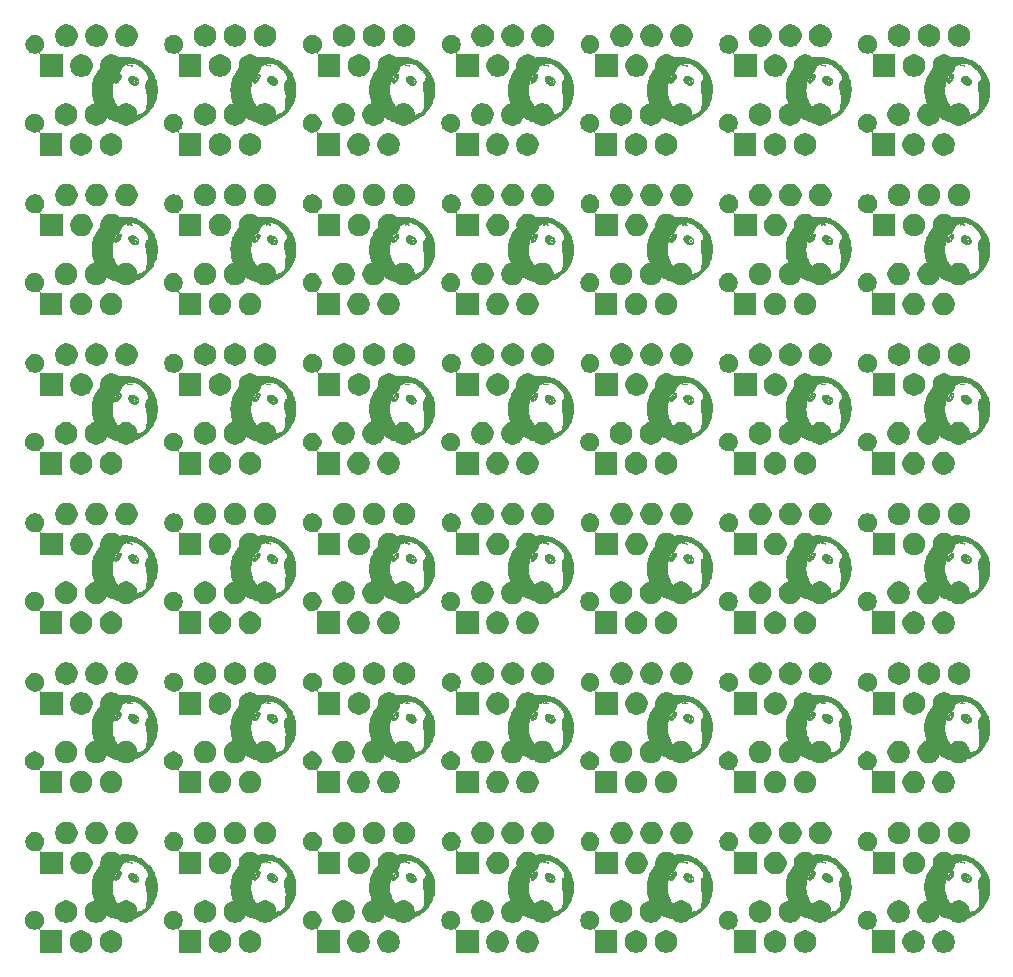
<source format=gbr>
G04 #@! TF.GenerationSoftware,KiCad,Pcbnew,5.1.0-060a0da~80~ubuntu18.04.1*
G04 #@! TF.CreationDate,2019-05-11T20:40:31+02:00*
G04 #@! TF.ProjectId,spi_connector_board_micromatch_only_5x5_panel,7370695f-636f-46e6-9e65-63746f725f62,rev?*
G04 #@! TF.SameCoordinates,Original*
G04 #@! TF.FileFunction,Soldermask,Bot*
G04 #@! TF.FilePolarity,Negative*
%FSLAX46Y46*%
G04 Gerber Fmt 4.6, Leading zero omitted, Abs format (unit mm)*
G04 Created by KiCad (PCBNEW 5.1.0-060a0da~80~ubuntu18.04.1) date 2019-05-11 20:40:31*
%MOMM*%
%LPD*%
G04 APERTURE LIST*
%ADD10C,0.010000*%
%ADD11C,0.060000*%
%ADD12C,0.150000*%
G04 APERTURE END LIST*
D10*
G36*
X158585667Y-147112898D02*
G01*
X158598744Y-147109507D01*
X158610048Y-147102378D01*
X158612392Y-147100455D01*
X158631692Y-147078618D01*
X158641619Y-147054141D01*
X158641926Y-147028232D01*
X158632441Y-147002235D01*
X158618012Y-146983141D01*
X158599537Y-146971675D01*
X158575024Y-146966790D01*
X158564228Y-146966440D01*
X158546829Y-146967053D01*
X158535155Y-146970066D01*
X158524794Y-146977242D01*
X158515903Y-146985741D01*
X158499278Y-147008631D01*
X158491936Y-147033566D01*
X158493832Y-147058794D01*
X158504919Y-147082564D01*
X158518859Y-147098049D01*
X158530713Y-147107246D01*
X158542030Y-147111967D01*
X158557130Y-147113631D01*
X158566667Y-147113760D01*
X158585667Y-147112898D01*
X158585667Y-147112898D01*
G37*
X158585667Y-147112898D02*
X158598744Y-147109507D01*
X158610048Y-147102378D01*
X158612392Y-147100455D01*
X158631692Y-147078618D01*
X158641619Y-147054141D01*
X158641926Y-147028232D01*
X158632441Y-147002235D01*
X158618012Y-146983141D01*
X158599537Y-146971675D01*
X158575024Y-146966790D01*
X158564228Y-146966440D01*
X158546829Y-146967053D01*
X158535155Y-146970066D01*
X158524794Y-146977242D01*
X158515903Y-146985741D01*
X158499278Y-147008631D01*
X158491936Y-147033566D01*
X158493832Y-147058794D01*
X158504919Y-147082564D01*
X158518859Y-147098049D01*
X158530713Y-147107246D01*
X158542030Y-147111967D01*
X158557130Y-147113631D01*
X158566667Y-147113760D01*
X158585667Y-147112898D01*
G36*
X157146466Y-146834074D02*
G01*
X157161554Y-146822667D01*
X157163789Y-146820390D01*
X157179997Y-146799924D01*
X157193303Y-146776812D01*
X157203395Y-146752652D01*
X157209961Y-146729040D01*
X157212691Y-146707574D01*
X157211274Y-146689850D01*
X157205397Y-146677465D01*
X157194750Y-146672017D01*
X157192740Y-146671897D01*
X157185319Y-146674310D01*
X157173818Y-146680298D01*
X157172097Y-146681329D01*
X157155099Y-146696092D01*
X157139367Y-146717599D01*
X157125917Y-146743317D01*
X157115764Y-146770711D01*
X157109921Y-146797246D01*
X157109405Y-146820387D01*
X157112003Y-146831405D01*
X157119422Y-146838926D01*
X157131666Y-146839655D01*
X157146466Y-146834074D01*
X157146466Y-146834074D01*
G37*
X157146466Y-146834074D02*
X157161554Y-146822667D01*
X157163789Y-146820390D01*
X157179997Y-146799924D01*
X157193303Y-146776812D01*
X157203395Y-146752652D01*
X157209961Y-146729040D01*
X157212691Y-146707574D01*
X157211274Y-146689850D01*
X157205397Y-146677465D01*
X157194750Y-146672017D01*
X157192740Y-146671897D01*
X157185319Y-146674310D01*
X157173818Y-146680298D01*
X157172097Y-146681329D01*
X157155099Y-146696092D01*
X157139367Y-146717599D01*
X157125917Y-146743317D01*
X157115764Y-146770711D01*
X157109921Y-146797246D01*
X157109405Y-146820387D01*
X157112003Y-146831405D01*
X157119422Y-146838926D01*
X157131666Y-146839655D01*
X157146466Y-146834074D01*
G36*
X157733411Y-150516342D02*
G01*
X157782303Y-150514966D01*
X157823791Y-150512773D01*
X157826248Y-150512596D01*
X157992730Y-150495383D01*
X158156856Y-150468381D01*
X158318263Y-150431764D01*
X158476589Y-150385703D01*
X158631470Y-150330372D01*
X158782545Y-150265944D01*
X158929451Y-150192590D01*
X159071824Y-150110485D01*
X159209304Y-150019801D01*
X159341526Y-149920710D01*
X159468128Y-149813386D01*
X159588748Y-149698001D01*
X159633488Y-149651494D01*
X159744388Y-149526198D01*
X159846852Y-149395320D01*
X159940766Y-149259106D01*
X160026014Y-149117803D01*
X160102485Y-148971656D01*
X160170064Y-148820909D01*
X160228637Y-148665810D01*
X160278090Y-148506604D01*
X160318310Y-148343535D01*
X160349184Y-148176851D01*
X160363027Y-148076420D01*
X160365688Y-148048386D01*
X160368056Y-148011842D01*
X160370107Y-147968435D01*
X160371818Y-147919812D01*
X160373168Y-147867621D01*
X160374131Y-147813507D01*
X160374687Y-147759119D01*
X160374810Y-147706102D01*
X160374479Y-147656103D01*
X160373671Y-147610771D01*
X160372362Y-147571750D01*
X160370529Y-147540689D01*
X160370521Y-147540591D01*
X160352425Y-147376262D01*
X160324523Y-147214053D01*
X160287024Y-147054364D01*
X160240137Y-146897595D01*
X160184068Y-146744147D01*
X160119026Y-146594420D01*
X160045220Y-146448814D01*
X159962858Y-146307729D01*
X159872147Y-146171567D01*
X159773295Y-146040727D01*
X159666512Y-145915609D01*
X159552005Y-145796615D01*
X159429982Y-145684144D01*
X159385827Y-145646635D01*
X159254339Y-145543836D01*
X159117556Y-145449630D01*
X158975820Y-145364156D01*
X158829475Y-145287556D01*
X158678863Y-145219970D01*
X158524328Y-145161538D01*
X158366213Y-145112401D01*
X158204861Y-145072700D01*
X158040615Y-145042575D01*
X157873818Y-145022166D01*
X157858220Y-145020770D01*
X157826605Y-145018579D01*
X157787273Y-145016717D01*
X157742337Y-145015209D01*
X157693909Y-145014084D01*
X157644102Y-145013366D01*
X157595029Y-145013083D01*
X157548802Y-145013260D01*
X157507534Y-145013924D01*
X157473338Y-145015101D01*
X157460694Y-145015813D01*
X157291062Y-145031958D01*
X157124378Y-145057692D01*
X156960908Y-145092901D01*
X156800916Y-145137471D01*
X156644667Y-145191288D01*
X156492427Y-145254237D01*
X156344461Y-145326204D01*
X156201033Y-145407075D01*
X156062408Y-145496735D01*
X155928852Y-145595071D01*
X155800630Y-145701969D01*
X155739269Y-145757964D01*
X155620879Y-145876133D01*
X155510479Y-146000429D01*
X155408241Y-146130490D01*
X155314338Y-146265952D01*
X155228943Y-146406454D01*
X155152229Y-146551631D01*
X155084370Y-146701120D01*
X155025537Y-146854559D01*
X154975904Y-147011584D01*
X154935644Y-147171832D01*
X154904930Y-147334940D01*
X154883935Y-147500546D01*
X154878484Y-147564832D01*
X154876235Y-147605757D01*
X154874806Y-147654216D01*
X154874158Y-147708259D01*
X154874254Y-147765935D01*
X154874845Y-147809720D01*
X156557866Y-147809720D01*
X156558087Y-147749133D01*
X156558800Y-147696745D01*
X156560154Y-147650602D01*
X156562296Y-147608751D01*
X156565376Y-147569237D01*
X156569541Y-147530105D01*
X156574939Y-147489402D01*
X156581719Y-147445173D01*
X156588683Y-147403320D01*
X156613321Y-147278233D01*
X156645172Y-147148216D01*
X156683644Y-147014845D01*
X156728146Y-146879694D01*
X156778085Y-146744340D01*
X156832869Y-146610356D01*
X156891907Y-146479317D01*
X156954605Y-146352799D01*
X157020373Y-146232377D01*
X157044138Y-146191740D01*
X157069850Y-146149850D01*
X157094392Y-146112930D01*
X157119458Y-146078837D01*
X157146739Y-146045423D01*
X157177927Y-146010545D01*
X157214714Y-145972056D01*
X157228237Y-145958332D01*
X157296539Y-145891937D01*
X157362032Y-145833661D01*
X157426180Y-145782406D01*
X157490445Y-145737073D01*
X157556292Y-145696564D01*
X157625183Y-145659780D01*
X157627625Y-145658568D01*
X157694865Y-145627369D01*
X157762523Y-145600409D01*
X157831818Y-145577426D01*
X157903972Y-145558159D01*
X157980208Y-145542347D01*
X158061746Y-145529729D01*
X158149807Y-145520045D01*
X158245614Y-145513032D01*
X158326301Y-145509257D01*
X158340468Y-145509935D01*
X158361174Y-145512395D01*
X158385042Y-145516195D01*
X158398346Y-145518705D01*
X158504126Y-145545031D01*
X158608227Y-145581276D01*
X158710740Y-145627480D01*
X158811759Y-145683684D01*
X158890715Y-145735285D01*
X158926948Y-145761557D01*
X158967856Y-145792952D01*
X159012005Y-145828236D01*
X159057964Y-145866174D01*
X159104299Y-145905533D01*
X159149577Y-145945079D01*
X159192365Y-145983577D01*
X159231230Y-146019793D01*
X159264740Y-146052494D01*
X159291357Y-146080331D01*
X159341078Y-146137429D01*
X159390026Y-146198167D01*
X159437342Y-146261228D01*
X159482168Y-146325298D01*
X159523646Y-146389061D01*
X159560916Y-146451200D01*
X159593120Y-146510400D01*
X159619399Y-146565346D01*
X159637547Y-146610840D01*
X159649166Y-146647317D01*
X159655669Y-146677080D01*
X159657291Y-146702054D01*
X159654266Y-146724162D01*
X159652229Y-146731345D01*
X159643899Y-146764817D01*
X159637174Y-146808150D01*
X159632045Y-146861418D01*
X159630557Y-146883520D01*
X159628914Y-146906715D01*
X159627091Y-146926173D01*
X159625327Y-146939646D01*
X159624048Y-146944721D01*
X159617985Y-146948909D01*
X159605461Y-146955184D01*
X159593213Y-146960506D01*
X159557191Y-146978195D01*
X159527050Y-146999889D01*
X159502055Y-147026667D01*
X159481472Y-147059604D01*
X159464567Y-147099779D01*
X159450606Y-147148267D01*
X159443731Y-147179800D01*
X159435109Y-147234016D01*
X159428872Y-147296701D01*
X159425003Y-147366453D01*
X159423488Y-147441869D01*
X159424310Y-147521547D01*
X159427454Y-147604083D01*
X159432904Y-147688076D01*
X159440644Y-147772122D01*
X159450658Y-147854819D01*
X159451391Y-147860143D01*
X159459683Y-147911379D01*
X159470851Y-147965477D01*
X159485299Y-148024119D01*
X159503436Y-148088988D01*
X159519507Y-148142106D01*
X159530001Y-148177404D01*
X159536749Y-148203777D01*
X159539856Y-148221702D01*
X159539630Y-148231006D01*
X159538992Y-148238183D01*
X159538273Y-148254661D01*
X159537490Y-148279578D01*
X159536662Y-148312074D01*
X159535807Y-148351292D01*
X159534943Y-148396369D01*
X159534087Y-148446447D01*
X159533258Y-148500665D01*
X159532474Y-148558164D01*
X159532024Y-148594580D01*
X159531099Y-148669134D01*
X159530178Y-148734564D01*
X159529209Y-148791906D01*
X159528143Y-148842198D01*
X159526928Y-148886475D01*
X159525514Y-148925772D01*
X159523851Y-148961128D01*
X159521886Y-148993578D01*
X159519570Y-149024157D01*
X159516853Y-149053903D01*
X159513682Y-149083852D01*
X159510009Y-149115039D01*
X159505781Y-149148502D01*
X159504415Y-149159005D01*
X159495450Y-149221467D01*
X159484637Y-149286818D01*
X159472663Y-149351228D01*
X159460216Y-149410869D01*
X159455201Y-149432780D01*
X159449194Y-149458260D01*
X159443859Y-149480922D01*
X159439719Y-149498535D01*
X159437300Y-149508865D01*
X159437099Y-149509727D01*
X159431514Y-149519404D01*
X159418770Y-149533860D01*
X159400059Y-149552088D01*
X159376573Y-149573080D01*
X159349505Y-149595830D01*
X159320047Y-149619329D01*
X159289391Y-149642570D01*
X159258729Y-149664546D01*
X159234900Y-149680602D01*
X159141663Y-149735439D01*
X159042366Y-149782335D01*
X158936885Y-149821335D01*
X158825099Y-149852485D01*
X158706885Y-149875827D01*
X158696420Y-149877471D01*
X158651797Y-149883006D01*
X158599546Y-149887267D01*
X158542123Y-149890211D01*
X158481984Y-149891792D01*
X158421587Y-149891964D01*
X158363389Y-149890684D01*
X158309846Y-149887906D01*
X158277320Y-149885136D01*
X158140305Y-149867124D01*
X158008889Y-149841752D01*
X157883374Y-149809137D01*
X157764065Y-149769393D01*
X157651262Y-149722638D01*
X157545270Y-149668986D01*
X157446391Y-149608553D01*
X157354928Y-149541456D01*
X157334307Y-149524535D01*
X157301118Y-149495516D01*
X157268726Y-149464572D01*
X157235635Y-149430130D01*
X157200349Y-149390622D01*
X157161372Y-149344476D01*
X157152517Y-149333720D01*
X157048906Y-149201268D01*
X156955379Y-149068813D01*
X156871858Y-148936203D01*
X156798268Y-148803284D01*
X156734533Y-148669902D01*
X156680577Y-148535902D01*
X156636324Y-148401133D01*
X156601697Y-148265439D01*
X156586339Y-148188180D01*
X156578862Y-148145036D01*
X156572787Y-148106439D01*
X156567975Y-148070548D01*
X156564287Y-148035523D01*
X156561585Y-147999523D01*
X156559730Y-147960709D01*
X156558585Y-147917238D01*
X156558009Y-147867271D01*
X156557866Y-147809720D01*
X154874845Y-147809720D01*
X154875056Y-147825296D01*
X154876526Y-147884389D01*
X154878624Y-147941265D01*
X154881314Y-147993973D01*
X154884556Y-148040563D01*
X154888314Y-148079085D01*
X154888582Y-148081320D01*
X154914056Y-148250852D01*
X154948728Y-148416074D01*
X154992629Y-148577062D01*
X155045792Y-148733888D01*
X155108249Y-148886626D01*
X155180030Y-149035350D01*
X155261169Y-149180134D01*
X155351697Y-149321052D01*
X155451646Y-149458178D01*
X155519157Y-149542282D01*
X155544254Y-149571266D01*
X155575460Y-149605436D01*
X155611254Y-149643272D01*
X155650116Y-149683253D01*
X155690523Y-149723857D01*
X155730955Y-149763562D01*
X155769890Y-149800849D01*
X155805808Y-149834195D01*
X155837186Y-149862080D01*
X155848798Y-149871923D01*
X155965126Y-149964237D01*
X156082135Y-150047925D01*
X156201986Y-150124414D01*
X156326836Y-150195130D01*
X156379940Y-150222770D01*
X156525201Y-150291483D01*
X156672453Y-150350924D01*
X156822545Y-150401350D01*
X156976324Y-150443016D01*
X157134640Y-150476177D01*
X157298342Y-150501089D01*
X157309760Y-150502498D01*
X157347674Y-150506289D01*
X157393787Y-150509567D01*
X157446148Y-150512295D01*
X157502806Y-150514434D01*
X157561812Y-150515946D01*
X157621215Y-150516794D01*
X157679065Y-150516938D01*
X157733411Y-150516342D01*
X157733411Y-150516342D01*
G37*
X157733411Y-150516342D02*
X157782303Y-150514966D01*
X157823791Y-150512773D01*
X157826248Y-150512596D01*
X157992730Y-150495383D01*
X158156856Y-150468381D01*
X158318263Y-150431764D01*
X158476589Y-150385703D01*
X158631470Y-150330372D01*
X158782545Y-150265944D01*
X158929451Y-150192590D01*
X159071824Y-150110485D01*
X159209304Y-150019801D01*
X159341526Y-149920710D01*
X159468128Y-149813386D01*
X159588748Y-149698001D01*
X159633488Y-149651494D01*
X159744388Y-149526198D01*
X159846852Y-149395320D01*
X159940766Y-149259106D01*
X160026014Y-149117803D01*
X160102485Y-148971656D01*
X160170064Y-148820909D01*
X160228637Y-148665810D01*
X160278090Y-148506604D01*
X160318310Y-148343535D01*
X160349184Y-148176851D01*
X160363027Y-148076420D01*
X160365688Y-148048386D01*
X160368056Y-148011842D01*
X160370107Y-147968435D01*
X160371818Y-147919812D01*
X160373168Y-147867621D01*
X160374131Y-147813507D01*
X160374687Y-147759119D01*
X160374810Y-147706102D01*
X160374479Y-147656103D01*
X160373671Y-147610771D01*
X160372362Y-147571750D01*
X160370529Y-147540689D01*
X160370521Y-147540591D01*
X160352425Y-147376262D01*
X160324523Y-147214053D01*
X160287024Y-147054364D01*
X160240137Y-146897595D01*
X160184068Y-146744147D01*
X160119026Y-146594420D01*
X160045220Y-146448814D01*
X159962858Y-146307729D01*
X159872147Y-146171567D01*
X159773295Y-146040727D01*
X159666512Y-145915609D01*
X159552005Y-145796615D01*
X159429982Y-145684144D01*
X159385827Y-145646635D01*
X159254339Y-145543836D01*
X159117556Y-145449630D01*
X158975820Y-145364156D01*
X158829475Y-145287556D01*
X158678863Y-145219970D01*
X158524328Y-145161538D01*
X158366213Y-145112401D01*
X158204861Y-145072700D01*
X158040615Y-145042575D01*
X157873818Y-145022166D01*
X157858220Y-145020770D01*
X157826605Y-145018579D01*
X157787273Y-145016717D01*
X157742337Y-145015209D01*
X157693909Y-145014084D01*
X157644102Y-145013366D01*
X157595029Y-145013083D01*
X157548802Y-145013260D01*
X157507534Y-145013924D01*
X157473338Y-145015101D01*
X157460694Y-145015813D01*
X157291062Y-145031958D01*
X157124378Y-145057692D01*
X156960908Y-145092901D01*
X156800916Y-145137471D01*
X156644667Y-145191288D01*
X156492427Y-145254237D01*
X156344461Y-145326204D01*
X156201033Y-145407075D01*
X156062408Y-145496735D01*
X155928852Y-145595071D01*
X155800630Y-145701969D01*
X155739269Y-145757964D01*
X155620879Y-145876133D01*
X155510479Y-146000429D01*
X155408241Y-146130490D01*
X155314338Y-146265952D01*
X155228943Y-146406454D01*
X155152229Y-146551631D01*
X155084370Y-146701120D01*
X155025537Y-146854559D01*
X154975904Y-147011584D01*
X154935644Y-147171832D01*
X154904930Y-147334940D01*
X154883935Y-147500546D01*
X154878484Y-147564832D01*
X154876235Y-147605757D01*
X154874806Y-147654216D01*
X154874158Y-147708259D01*
X154874254Y-147765935D01*
X154874845Y-147809720D01*
X156557866Y-147809720D01*
X156558087Y-147749133D01*
X156558800Y-147696745D01*
X156560154Y-147650602D01*
X156562296Y-147608751D01*
X156565376Y-147569237D01*
X156569541Y-147530105D01*
X156574939Y-147489402D01*
X156581719Y-147445173D01*
X156588683Y-147403320D01*
X156613321Y-147278233D01*
X156645172Y-147148216D01*
X156683644Y-147014845D01*
X156728146Y-146879694D01*
X156778085Y-146744340D01*
X156832869Y-146610356D01*
X156891907Y-146479317D01*
X156954605Y-146352799D01*
X157020373Y-146232377D01*
X157044138Y-146191740D01*
X157069850Y-146149850D01*
X157094392Y-146112930D01*
X157119458Y-146078837D01*
X157146739Y-146045423D01*
X157177927Y-146010545D01*
X157214714Y-145972056D01*
X157228237Y-145958332D01*
X157296539Y-145891937D01*
X157362032Y-145833661D01*
X157426180Y-145782406D01*
X157490445Y-145737073D01*
X157556292Y-145696564D01*
X157625183Y-145659780D01*
X157627625Y-145658568D01*
X157694865Y-145627369D01*
X157762523Y-145600409D01*
X157831818Y-145577426D01*
X157903972Y-145558159D01*
X157980208Y-145542347D01*
X158061746Y-145529729D01*
X158149807Y-145520045D01*
X158245614Y-145513032D01*
X158326301Y-145509257D01*
X158340468Y-145509935D01*
X158361174Y-145512395D01*
X158385042Y-145516195D01*
X158398346Y-145518705D01*
X158504126Y-145545031D01*
X158608227Y-145581276D01*
X158710740Y-145627480D01*
X158811759Y-145683684D01*
X158890715Y-145735285D01*
X158926948Y-145761557D01*
X158967856Y-145792952D01*
X159012005Y-145828236D01*
X159057964Y-145866174D01*
X159104299Y-145905533D01*
X159149577Y-145945079D01*
X159192365Y-145983577D01*
X159231230Y-146019793D01*
X159264740Y-146052494D01*
X159291357Y-146080331D01*
X159341078Y-146137429D01*
X159390026Y-146198167D01*
X159437342Y-146261228D01*
X159482168Y-146325298D01*
X159523646Y-146389061D01*
X159560916Y-146451200D01*
X159593120Y-146510400D01*
X159619399Y-146565346D01*
X159637547Y-146610840D01*
X159649166Y-146647317D01*
X159655669Y-146677080D01*
X159657291Y-146702054D01*
X159654266Y-146724162D01*
X159652229Y-146731345D01*
X159643899Y-146764817D01*
X159637174Y-146808150D01*
X159632045Y-146861418D01*
X159630557Y-146883520D01*
X159628914Y-146906715D01*
X159627091Y-146926173D01*
X159625327Y-146939646D01*
X159624048Y-146944721D01*
X159617985Y-146948909D01*
X159605461Y-146955184D01*
X159593213Y-146960506D01*
X159557191Y-146978195D01*
X159527050Y-146999889D01*
X159502055Y-147026667D01*
X159481472Y-147059604D01*
X159464567Y-147099779D01*
X159450606Y-147148267D01*
X159443731Y-147179800D01*
X159435109Y-147234016D01*
X159428872Y-147296701D01*
X159425003Y-147366453D01*
X159423488Y-147441869D01*
X159424310Y-147521547D01*
X159427454Y-147604083D01*
X159432904Y-147688076D01*
X159440644Y-147772122D01*
X159450658Y-147854819D01*
X159451391Y-147860143D01*
X159459683Y-147911379D01*
X159470851Y-147965477D01*
X159485299Y-148024119D01*
X159503436Y-148088988D01*
X159519507Y-148142106D01*
X159530001Y-148177404D01*
X159536749Y-148203777D01*
X159539856Y-148221702D01*
X159539630Y-148231006D01*
X159538992Y-148238183D01*
X159538273Y-148254661D01*
X159537490Y-148279578D01*
X159536662Y-148312074D01*
X159535807Y-148351292D01*
X159534943Y-148396369D01*
X159534087Y-148446447D01*
X159533258Y-148500665D01*
X159532474Y-148558164D01*
X159532024Y-148594580D01*
X159531099Y-148669134D01*
X159530178Y-148734564D01*
X159529209Y-148791906D01*
X159528143Y-148842198D01*
X159526928Y-148886475D01*
X159525514Y-148925772D01*
X159523851Y-148961128D01*
X159521886Y-148993578D01*
X159519570Y-149024157D01*
X159516853Y-149053903D01*
X159513682Y-149083852D01*
X159510009Y-149115039D01*
X159505781Y-149148502D01*
X159504415Y-149159005D01*
X159495450Y-149221467D01*
X159484637Y-149286818D01*
X159472663Y-149351228D01*
X159460216Y-149410869D01*
X159455201Y-149432780D01*
X159449194Y-149458260D01*
X159443859Y-149480922D01*
X159439719Y-149498535D01*
X159437300Y-149508865D01*
X159437099Y-149509727D01*
X159431514Y-149519404D01*
X159418770Y-149533860D01*
X159400059Y-149552088D01*
X159376573Y-149573080D01*
X159349505Y-149595830D01*
X159320047Y-149619329D01*
X159289391Y-149642570D01*
X159258729Y-149664546D01*
X159234900Y-149680602D01*
X159141663Y-149735439D01*
X159042366Y-149782335D01*
X158936885Y-149821335D01*
X158825099Y-149852485D01*
X158706885Y-149875827D01*
X158696420Y-149877471D01*
X158651797Y-149883006D01*
X158599546Y-149887267D01*
X158542123Y-149890211D01*
X158481984Y-149891792D01*
X158421587Y-149891964D01*
X158363389Y-149890684D01*
X158309846Y-149887906D01*
X158277320Y-149885136D01*
X158140305Y-149867124D01*
X158008889Y-149841752D01*
X157883374Y-149809137D01*
X157764065Y-149769393D01*
X157651262Y-149722638D01*
X157545270Y-149668986D01*
X157446391Y-149608553D01*
X157354928Y-149541456D01*
X157334307Y-149524535D01*
X157301118Y-149495516D01*
X157268726Y-149464572D01*
X157235635Y-149430130D01*
X157200349Y-149390622D01*
X157161372Y-149344476D01*
X157152517Y-149333720D01*
X157048906Y-149201268D01*
X156955379Y-149068813D01*
X156871858Y-148936203D01*
X156798268Y-148803284D01*
X156734533Y-148669902D01*
X156680577Y-148535902D01*
X156636324Y-148401133D01*
X156601697Y-148265439D01*
X156586339Y-148188180D01*
X156578862Y-148145036D01*
X156572787Y-148106439D01*
X156567975Y-148070548D01*
X156564287Y-148035523D01*
X156561585Y-147999523D01*
X156559730Y-147960709D01*
X156558585Y-147917238D01*
X156558009Y-147867271D01*
X156557866Y-147809720D01*
X154874845Y-147809720D01*
X154875056Y-147825296D01*
X154876526Y-147884389D01*
X154878624Y-147941265D01*
X154881314Y-147993973D01*
X154884556Y-148040563D01*
X154888314Y-148079085D01*
X154888582Y-148081320D01*
X154914056Y-148250852D01*
X154948728Y-148416074D01*
X154992629Y-148577062D01*
X155045792Y-148733888D01*
X155108249Y-148886626D01*
X155180030Y-149035350D01*
X155261169Y-149180134D01*
X155351697Y-149321052D01*
X155451646Y-149458178D01*
X155519157Y-149542282D01*
X155544254Y-149571266D01*
X155575460Y-149605436D01*
X155611254Y-149643272D01*
X155650116Y-149683253D01*
X155690523Y-149723857D01*
X155730955Y-149763562D01*
X155769890Y-149800849D01*
X155805808Y-149834195D01*
X155837186Y-149862080D01*
X155848798Y-149871923D01*
X155965126Y-149964237D01*
X156082135Y-150047925D01*
X156201986Y-150124414D01*
X156326836Y-150195130D01*
X156379940Y-150222770D01*
X156525201Y-150291483D01*
X156672453Y-150350924D01*
X156822545Y-150401350D01*
X156976324Y-150443016D01*
X157134640Y-150476177D01*
X157298342Y-150501089D01*
X157309760Y-150502498D01*
X157347674Y-150506289D01*
X157393787Y-150509567D01*
X157446148Y-150512295D01*
X157502806Y-150514434D01*
X157561812Y-150515946D01*
X157621215Y-150516794D01*
X157679065Y-150516938D01*
X157733411Y-150516342D01*
G36*
X146835667Y-147112898D02*
G01*
X146848744Y-147109507D01*
X146860048Y-147102378D01*
X146862392Y-147100455D01*
X146881692Y-147078618D01*
X146891619Y-147054141D01*
X146891926Y-147028232D01*
X146882441Y-147002235D01*
X146868012Y-146983141D01*
X146849537Y-146971675D01*
X146825024Y-146966790D01*
X146814228Y-146966440D01*
X146796829Y-146967053D01*
X146785155Y-146970066D01*
X146774794Y-146977242D01*
X146765903Y-146985741D01*
X146749278Y-147008631D01*
X146741936Y-147033566D01*
X146743832Y-147058794D01*
X146754919Y-147082564D01*
X146768859Y-147098049D01*
X146780713Y-147107246D01*
X146792030Y-147111967D01*
X146807130Y-147113631D01*
X146816667Y-147113760D01*
X146835667Y-147112898D01*
X146835667Y-147112898D01*
G37*
X146835667Y-147112898D02*
X146848744Y-147109507D01*
X146860048Y-147102378D01*
X146862392Y-147100455D01*
X146881692Y-147078618D01*
X146891619Y-147054141D01*
X146891926Y-147028232D01*
X146882441Y-147002235D01*
X146868012Y-146983141D01*
X146849537Y-146971675D01*
X146825024Y-146966790D01*
X146814228Y-146966440D01*
X146796829Y-146967053D01*
X146785155Y-146970066D01*
X146774794Y-146977242D01*
X146765903Y-146985741D01*
X146749278Y-147008631D01*
X146741936Y-147033566D01*
X146743832Y-147058794D01*
X146754919Y-147082564D01*
X146768859Y-147098049D01*
X146780713Y-147107246D01*
X146792030Y-147111967D01*
X146807130Y-147113631D01*
X146816667Y-147113760D01*
X146835667Y-147112898D01*
G36*
X145396466Y-146834074D02*
G01*
X145411554Y-146822667D01*
X145413789Y-146820390D01*
X145429997Y-146799924D01*
X145443303Y-146776812D01*
X145453395Y-146752652D01*
X145459961Y-146729040D01*
X145462691Y-146707574D01*
X145461274Y-146689850D01*
X145455397Y-146677465D01*
X145444750Y-146672017D01*
X145442740Y-146671897D01*
X145435319Y-146674310D01*
X145423818Y-146680298D01*
X145422097Y-146681329D01*
X145405099Y-146696092D01*
X145389367Y-146717599D01*
X145375917Y-146743317D01*
X145365764Y-146770711D01*
X145359921Y-146797246D01*
X145359405Y-146820387D01*
X145362003Y-146831405D01*
X145369422Y-146838926D01*
X145381666Y-146839655D01*
X145396466Y-146834074D01*
X145396466Y-146834074D01*
G37*
X145396466Y-146834074D02*
X145411554Y-146822667D01*
X145413789Y-146820390D01*
X145429997Y-146799924D01*
X145443303Y-146776812D01*
X145453395Y-146752652D01*
X145459961Y-146729040D01*
X145462691Y-146707574D01*
X145461274Y-146689850D01*
X145455397Y-146677465D01*
X145444750Y-146672017D01*
X145442740Y-146671897D01*
X145435319Y-146674310D01*
X145423818Y-146680298D01*
X145422097Y-146681329D01*
X145405099Y-146696092D01*
X145389367Y-146717599D01*
X145375917Y-146743317D01*
X145365764Y-146770711D01*
X145359921Y-146797246D01*
X145359405Y-146820387D01*
X145362003Y-146831405D01*
X145369422Y-146838926D01*
X145381666Y-146839655D01*
X145396466Y-146834074D01*
G36*
X145983411Y-150516342D02*
G01*
X146032303Y-150514966D01*
X146073791Y-150512773D01*
X146076248Y-150512596D01*
X146242730Y-150495383D01*
X146406856Y-150468381D01*
X146568263Y-150431764D01*
X146726589Y-150385703D01*
X146881470Y-150330372D01*
X147032545Y-150265944D01*
X147179451Y-150192590D01*
X147321824Y-150110485D01*
X147459304Y-150019801D01*
X147591526Y-149920710D01*
X147718128Y-149813386D01*
X147838748Y-149698001D01*
X147883488Y-149651494D01*
X147994388Y-149526198D01*
X148096852Y-149395320D01*
X148190766Y-149259106D01*
X148276014Y-149117803D01*
X148352485Y-148971656D01*
X148420064Y-148820909D01*
X148478637Y-148665810D01*
X148528090Y-148506604D01*
X148568310Y-148343535D01*
X148599184Y-148176851D01*
X148613027Y-148076420D01*
X148615688Y-148048386D01*
X148618056Y-148011842D01*
X148620107Y-147968435D01*
X148621818Y-147919812D01*
X148623168Y-147867621D01*
X148624131Y-147813507D01*
X148624687Y-147759119D01*
X148624810Y-147706102D01*
X148624479Y-147656103D01*
X148623671Y-147610771D01*
X148622362Y-147571750D01*
X148620529Y-147540689D01*
X148620521Y-147540591D01*
X148602425Y-147376262D01*
X148574523Y-147214053D01*
X148537024Y-147054364D01*
X148490137Y-146897595D01*
X148434068Y-146744147D01*
X148369026Y-146594420D01*
X148295220Y-146448814D01*
X148212858Y-146307729D01*
X148122147Y-146171567D01*
X148023295Y-146040727D01*
X147916512Y-145915609D01*
X147802005Y-145796615D01*
X147679982Y-145684144D01*
X147635827Y-145646635D01*
X147504339Y-145543836D01*
X147367556Y-145449630D01*
X147225820Y-145364156D01*
X147079475Y-145287556D01*
X146928863Y-145219970D01*
X146774328Y-145161538D01*
X146616213Y-145112401D01*
X146454861Y-145072700D01*
X146290615Y-145042575D01*
X146123818Y-145022166D01*
X146108220Y-145020770D01*
X146076605Y-145018579D01*
X146037273Y-145016717D01*
X145992337Y-145015209D01*
X145943909Y-145014084D01*
X145894102Y-145013366D01*
X145845029Y-145013083D01*
X145798802Y-145013260D01*
X145757534Y-145013924D01*
X145723338Y-145015101D01*
X145710694Y-145015813D01*
X145541062Y-145031958D01*
X145374378Y-145057692D01*
X145210908Y-145092901D01*
X145050916Y-145137471D01*
X144894667Y-145191288D01*
X144742427Y-145254237D01*
X144594461Y-145326204D01*
X144451033Y-145407075D01*
X144312408Y-145496735D01*
X144178852Y-145595071D01*
X144050630Y-145701969D01*
X143989269Y-145757964D01*
X143870879Y-145876133D01*
X143760479Y-146000429D01*
X143658241Y-146130490D01*
X143564338Y-146265952D01*
X143478943Y-146406454D01*
X143402229Y-146551631D01*
X143334370Y-146701120D01*
X143275537Y-146854559D01*
X143225904Y-147011584D01*
X143185644Y-147171832D01*
X143154930Y-147334940D01*
X143133935Y-147500546D01*
X143128484Y-147564832D01*
X143126235Y-147605757D01*
X143124806Y-147654216D01*
X143124158Y-147708259D01*
X143124254Y-147765935D01*
X143124845Y-147809720D01*
X144807866Y-147809720D01*
X144808087Y-147749133D01*
X144808800Y-147696745D01*
X144810154Y-147650602D01*
X144812296Y-147608751D01*
X144815376Y-147569237D01*
X144819541Y-147530105D01*
X144824939Y-147489402D01*
X144831719Y-147445173D01*
X144838683Y-147403320D01*
X144863321Y-147278233D01*
X144895172Y-147148216D01*
X144933644Y-147014845D01*
X144978146Y-146879694D01*
X145028085Y-146744340D01*
X145082869Y-146610356D01*
X145141907Y-146479317D01*
X145204605Y-146352799D01*
X145270373Y-146232377D01*
X145294138Y-146191740D01*
X145319850Y-146149850D01*
X145344392Y-146112930D01*
X145369458Y-146078837D01*
X145396739Y-146045423D01*
X145427927Y-146010545D01*
X145464714Y-145972056D01*
X145478237Y-145958332D01*
X145546539Y-145891937D01*
X145612032Y-145833661D01*
X145676180Y-145782406D01*
X145740445Y-145737073D01*
X145806292Y-145696564D01*
X145875183Y-145659780D01*
X145877625Y-145658568D01*
X145944865Y-145627369D01*
X146012523Y-145600409D01*
X146081818Y-145577426D01*
X146153972Y-145558159D01*
X146230208Y-145542347D01*
X146311746Y-145529729D01*
X146399807Y-145520045D01*
X146495614Y-145513032D01*
X146576301Y-145509257D01*
X146590468Y-145509935D01*
X146611174Y-145512395D01*
X146635042Y-145516195D01*
X146648346Y-145518705D01*
X146754126Y-145545031D01*
X146858227Y-145581276D01*
X146960740Y-145627480D01*
X147061759Y-145683684D01*
X147140715Y-145735285D01*
X147176948Y-145761557D01*
X147217856Y-145792952D01*
X147262005Y-145828236D01*
X147307964Y-145866174D01*
X147354299Y-145905533D01*
X147399577Y-145945079D01*
X147442365Y-145983577D01*
X147481230Y-146019793D01*
X147514740Y-146052494D01*
X147541357Y-146080331D01*
X147591078Y-146137429D01*
X147640026Y-146198167D01*
X147687342Y-146261228D01*
X147732168Y-146325298D01*
X147773646Y-146389061D01*
X147810916Y-146451200D01*
X147843120Y-146510400D01*
X147869399Y-146565346D01*
X147887547Y-146610840D01*
X147899166Y-146647317D01*
X147905669Y-146677080D01*
X147907291Y-146702054D01*
X147904266Y-146724162D01*
X147902229Y-146731345D01*
X147893899Y-146764817D01*
X147887174Y-146808150D01*
X147882045Y-146861418D01*
X147880557Y-146883520D01*
X147878914Y-146906715D01*
X147877091Y-146926173D01*
X147875327Y-146939646D01*
X147874048Y-146944721D01*
X147867985Y-146948909D01*
X147855461Y-146955184D01*
X147843213Y-146960506D01*
X147807191Y-146978195D01*
X147777050Y-146999889D01*
X147752055Y-147026667D01*
X147731472Y-147059604D01*
X147714567Y-147099779D01*
X147700606Y-147148267D01*
X147693731Y-147179800D01*
X147685109Y-147234016D01*
X147678872Y-147296701D01*
X147675003Y-147366453D01*
X147673488Y-147441869D01*
X147674310Y-147521547D01*
X147677454Y-147604083D01*
X147682904Y-147688076D01*
X147690644Y-147772122D01*
X147700658Y-147854819D01*
X147701391Y-147860143D01*
X147709683Y-147911379D01*
X147720851Y-147965477D01*
X147735299Y-148024119D01*
X147753436Y-148088988D01*
X147769507Y-148142106D01*
X147780001Y-148177404D01*
X147786749Y-148203777D01*
X147789856Y-148221702D01*
X147789630Y-148231006D01*
X147788992Y-148238183D01*
X147788273Y-148254661D01*
X147787490Y-148279578D01*
X147786662Y-148312074D01*
X147785807Y-148351292D01*
X147784943Y-148396369D01*
X147784087Y-148446447D01*
X147783258Y-148500665D01*
X147782474Y-148558164D01*
X147782024Y-148594580D01*
X147781099Y-148669134D01*
X147780178Y-148734564D01*
X147779209Y-148791906D01*
X147778143Y-148842198D01*
X147776928Y-148886475D01*
X147775514Y-148925772D01*
X147773851Y-148961128D01*
X147771886Y-148993578D01*
X147769570Y-149024157D01*
X147766853Y-149053903D01*
X147763682Y-149083852D01*
X147760009Y-149115039D01*
X147755781Y-149148502D01*
X147754415Y-149159005D01*
X147745450Y-149221467D01*
X147734637Y-149286818D01*
X147722663Y-149351228D01*
X147710216Y-149410869D01*
X147705201Y-149432780D01*
X147699194Y-149458260D01*
X147693859Y-149480922D01*
X147689719Y-149498535D01*
X147687300Y-149508865D01*
X147687099Y-149509727D01*
X147681514Y-149519404D01*
X147668770Y-149533860D01*
X147650059Y-149552088D01*
X147626573Y-149573080D01*
X147599505Y-149595830D01*
X147570047Y-149619329D01*
X147539391Y-149642570D01*
X147508729Y-149664546D01*
X147484900Y-149680602D01*
X147391663Y-149735439D01*
X147292366Y-149782335D01*
X147186885Y-149821335D01*
X147075099Y-149852485D01*
X146956885Y-149875827D01*
X146946420Y-149877471D01*
X146901797Y-149883006D01*
X146849546Y-149887267D01*
X146792123Y-149890211D01*
X146731984Y-149891792D01*
X146671587Y-149891964D01*
X146613389Y-149890684D01*
X146559846Y-149887906D01*
X146527320Y-149885136D01*
X146390305Y-149867124D01*
X146258889Y-149841752D01*
X146133374Y-149809137D01*
X146014065Y-149769393D01*
X145901262Y-149722638D01*
X145795270Y-149668986D01*
X145696391Y-149608553D01*
X145604928Y-149541456D01*
X145584307Y-149524535D01*
X145551118Y-149495516D01*
X145518726Y-149464572D01*
X145485635Y-149430130D01*
X145450349Y-149390622D01*
X145411372Y-149344476D01*
X145402517Y-149333720D01*
X145298906Y-149201268D01*
X145205379Y-149068813D01*
X145121858Y-148936203D01*
X145048268Y-148803284D01*
X144984533Y-148669902D01*
X144930577Y-148535902D01*
X144886324Y-148401133D01*
X144851697Y-148265439D01*
X144836339Y-148188180D01*
X144828862Y-148145036D01*
X144822787Y-148106439D01*
X144817975Y-148070548D01*
X144814287Y-148035523D01*
X144811585Y-147999523D01*
X144809730Y-147960709D01*
X144808585Y-147917238D01*
X144808009Y-147867271D01*
X144807866Y-147809720D01*
X143124845Y-147809720D01*
X143125056Y-147825296D01*
X143126526Y-147884389D01*
X143128624Y-147941265D01*
X143131314Y-147993973D01*
X143134556Y-148040563D01*
X143138314Y-148079085D01*
X143138582Y-148081320D01*
X143164056Y-148250852D01*
X143198728Y-148416074D01*
X143242629Y-148577062D01*
X143295792Y-148733888D01*
X143358249Y-148886626D01*
X143430030Y-149035350D01*
X143511169Y-149180134D01*
X143601697Y-149321052D01*
X143701646Y-149458178D01*
X143769157Y-149542282D01*
X143794254Y-149571266D01*
X143825460Y-149605436D01*
X143861254Y-149643272D01*
X143900116Y-149683253D01*
X143940523Y-149723857D01*
X143980955Y-149763562D01*
X144019890Y-149800849D01*
X144055808Y-149834195D01*
X144087186Y-149862080D01*
X144098798Y-149871923D01*
X144215126Y-149964237D01*
X144332135Y-150047925D01*
X144451986Y-150124414D01*
X144576836Y-150195130D01*
X144629940Y-150222770D01*
X144775201Y-150291483D01*
X144922453Y-150350924D01*
X145072545Y-150401350D01*
X145226324Y-150443016D01*
X145384640Y-150476177D01*
X145548342Y-150501089D01*
X145559760Y-150502498D01*
X145597674Y-150506289D01*
X145643787Y-150509567D01*
X145696148Y-150512295D01*
X145752806Y-150514434D01*
X145811812Y-150515946D01*
X145871215Y-150516794D01*
X145929065Y-150516938D01*
X145983411Y-150516342D01*
X145983411Y-150516342D01*
G37*
X145983411Y-150516342D02*
X146032303Y-150514966D01*
X146073791Y-150512773D01*
X146076248Y-150512596D01*
X146242730Y-150495383D01*
X146406856Y-150468381D01*
X146568263Y-150431764D01*
X146726589Y-150385703D01*
X146881470Y-150330372D01*
X147032545Y-150265944D01*
X147179451Y-150192590D01*
X147321824Y-150110485D01*
X147459304Y-150019801D01*
X147591526Y-149920710D01*
X147718128Y-149813386D01*
X147838748Y-149698001D01*
X147883488Y-149651494D01*
X147994388Y-149526198D01*
X148096852Y-149395320D01*
X148190766Y-149259106D01*
X148276014Y-149117803D01*
X148352485Y-148971656D01*
X148420064Y-148820909D01*
X148478637Y-148665810D01*
X148528090Y-148506604D01*
X148568310Y-148343535D01*
X148599184Y-148176851D01*
X148613027Y-148076420D01*
X148615688Y-148048386D01*
X148618056Y-148011842D01*
X148620107Y-147968435D01*
X148621818Y-147919812D01*
X148623168Y-147867621D01*
X148624131Y-147813507D01*
X148624687Y-147759119D01*
X148624810Y-147706102D01*
X148624479Y-147656103D01*
X148623671Y-147610771D01*
X148622362Y-147571750D01*
X148620529Y-147540689D01*
X148620521Y-147540591D01*
X148602425Y-147376262D01*
X148574523Y-147214053D01*
X148537024Y-147054364D01*
X148490137Y-146897595D01*
X148434068Y-146744147D01*
X148369026Y-146594420D01*
X148295220Y-146448814D01*
X148212858Y-146307729D01*
X148122147Y-146171567D01*
X148023295Y-146040727D01*
X147916512Y-145915609D01*
X147802005Y-145796615D01*
X147679982Y-145684144D01*
X147635827Y-145646635D01*
X147504339Y-145543836D01*
X147367556Y-145449630D01*
X147225820Y-145364156D01*
X147079475Y-145287556D01*
X146928863Y-145219970D01*
X146774328Y-145161538D01*
X146616213Y-145112401D01*
X146454861Y-145072700D01*
X146290615Y-145042575D01*
X146123818Y-145022166D01*
X146108220Y-145020770D01*
X146076605Y-145018579D01*
X146037273Y-145016717D01*
X145992337Y-145015209D01*
X145943909Y-145014084D01*
X145894102Y-145013366D01*
X145845029Y-145013083D01*
X145798802Y-145013260D01*
X145757534Y-145013924D01*
X145723338Y-145015101D01*
X145710694Y-145015813D01*
X145541062Y-145031958D01*
X145374378Y-145057692D01*
X145210908Y-145092901D01*
X145050916Y-145137471D01*
X144894667Y-145191288D01*
X144742427Y-145254237D01*
X144594461Y-145326204D01*
X144451033Y-145407075D01*
X144312408Y-145496735D01*
X144178852Y-145595071D01*
X144050630Y-145701969D01*
X143989269Y-145757964D01*
X143870879Y-145876133D01*
X143760479Y-146000429D01*
X143658241Y-146130490D01*
X143564338Y-146265952D01*
X143478943Y-146406454D01*
X143402229Y-146551631D01*
X143334370Y-146701120D01*
X143275537Y-146854559D01*
X143225904Y-147011584D01*
X143185644Y-147171832D01*
X143154930Y-147334940D01*
X143133935Y-147500546D01*
X143128484Y-147564832D01*
X143126235Y-147605757D01*
X143124806Y-147654216D01*
X143124158Y-147708259D01*
X143124254Y-147765935D01*
X143124845Y-147809720D01*
X144807866Y-147809720D01*
X144808087Y-147749133D01*
X144808800Y-147696745D01*
X144810154Y-147650602D01*
X144812296Y-147608751D01*
X144815376Y-147569237D01*
X144819541Y-147530105D01*
X144824939Y-147489402D01*
X144831719Y-147445173D01*
X144838683Y-147403320D01*
X144863321Y-147278233D01*
X144895172Y-147148216D01*
X144933644Y-147014845D01*
X144978146Y-146879694D01*
X145028085Y-146744340D01*
X145082869Y-146610356D01*
X145141907Y-146479317D01*
X145204605Y-146352799D01*
X145270373Y-146232377D01*
X145294138Y-146191740D01*
X145319850Y-146149850D01*
X145344392Y-146112930D01*
X145369458Y-146078837D01*
X145396739Y-146045423D01*
X145427927Y-146010545D01*
X145464714Y-145972056D01*
X145478237Y-145958332D01*
X145546539Y-145891937D01*
X145612032Y-145833661D01*
X145676180Y-145782406D01*
X145740445Y-145737073D01*
X145806292Y-145696564D01*
X145875183Y-145659780D01*
X145877625Y-145658568D01*
X145944865Y-145627369D01*
X146012523Y-145600409D01*
X146081818Y-145577426D01*
X146153972Y-145558159D01*
X146230208Y-145542347D01*
X146311746Y-145529729D01*
X146399807Y-145520045D01*
X146495614Y-145513032D01*
X146576301Y-145509257D01*
X146590468Y-145509935D01*
X146611174Y-145512395D01*
X146635042Y-145516195D01*
X146648346Y-145518705D01*
X146754126Y-145545031D01*
X146858227Y-145581276D01*
X146960740Y-145627480D01*
X147061759Y-145683684D01*
X147140715Y-145735285D01*
X147176948Y-145761557D01*
X147217856Y-145792952D01*
X147262005Y-145828236D01*
X147307964Y-145866174D01*
X147354299Y-145905533D01*
X147399577Y-145945079D01*
X147442365Y-145983577D01*
X147481230Y-146019793D01*
X147514740Y-146052494D01*
X147541357Y-146080331D01*
X147591078Y-146137429D01*
X147640026Y-146198167D01*
X147687342Y-146261228D01*
X147732168Y-146325298D01*
X147773646Y-146389061D01*
X147810916Y-146451200D01*
X147843120Y-146510400D01*
X147869399Y-146565346D01*
X147887547Y-146610840D01*
X147899166Y-146647317D01*
X147905669Y-146677080D01*
X147907291Y-146702054D01*
X147904266Y-146724162D01*
X147902229Y-146731345D01*
X147893899Y-146764817D01*
X147887174Y-146808150D01*
X147882045Y-146861418D01*
X147880557Y-146883520D01*
X147878914Y-146906715D01*
X147877091Y-146926173D01*
X147875327Y-146939646D01*
X147874048Y-146944721D01*
X147867985Y-146948909D01*
X147855461Y-146955184D01*
X147843213Y-146960506D01*
X147807191Y-146978195D01*
X147777050Y-146999889D01*
X147752055Y-147026667D01*
X147731472Y-147059604D01*
X147714567Y-147099779D01*
X147700606Y-147148267D01*
X147693731Y-147179800D01*
X147685109Y-147234016D01*
X147678872Y-147296701D01*
X147675003Y-147366453D01*
X147673488Y-147441869D01*
X147674310Y-147521547D01*
X147677454Y-147604083D01*
X147682904Y-147688076D01*
X147690644Y-147772122D01*
X147700658Y-147854819D01*
X147701391Y-147860143D01*
X147709683Y-147911379D01*
X147720851Y-147965477D01*
X147735299Y-148024119D01*
X147753436Y-148088988D01*
X147769507Y-148142106D01*
X147780001Y-148177404D01*
X147786749Y-148203777D01*
X147789856Y-148221702D01*
X147789630Y-148231006D01*
X147788992Y-148238183D01*
X147788273Y-148254661D01*
X147787490Y-148279578D01*
X147786662Y-148312074D01*
X147785807Y-148351292D01*
X147784943Y-148396369D01*
X147784087Y-148446447D01*
X147783258Y-148500665D01*
X147782474Y-148558164D01*
X147782024Y-148594580D01*
X147781099Y-148669134D01*
X147780178Y-148734564D01*
X147779209Y-148791906D01*
X147778143Y-148842198D01*
X147776928Y-148886475D01*
X147775514Y-148925772D01*
X147773851Y-148961128D01*
X147771886Y-148993578D01*
X147769570Y-149024157D01*
X147766853Y-149053903D01*
X147763682Y-149083852D01*
X147760009Y-149115039D01*
X147755781Y-149148502D01*
X147754415Y-149159005D01*
X147745450Y-149221467D01*
X147734637Y-149286818D01*
X147722663Y-149351228D01*
X147710216Y-149410869D01*
X147705201Y-149432780D01*
X147699194Y-149458260D01*
X147693859Y-149480922D01*
X147689719Y-149498535D01*
X147687300Y-149508865D01*
X147687099Y-149509727D01*
X147681514Y-149519404D01*
X147668770Y-149533860D01*
X147650059Y-149552088D01*
X147626573Y-149573080D01*
X147599505Y-149595830D01*
X147570047Y-149619329D01*
X147539391Y-149642570D01*
X147508729Y-149664546D01*
X147484900Y-149680602D01*
X147391663Y-149735439D01*
X147292366Y-149782335D01*
X147186885Y-149821335D01*
X147075099Y-149852485D01*
X146956885Y-149875827D01*
X146946420Y-149877471D01*
X146901797Y-149883006D01*
X146849546Y-149887267D01*
X146792123Y-149890211D01*
X146731984Y-149891792D01*
X146671587Y-149891964D01*
X146613389Y-149890684D01*
X146559846Y-149887906D01*
X146527320Y-149885136D01*
X146390305Y-149867124D01*
X146258889Y-149841752D01*
X146133374Y-149809137D01*
X146014065Y-149769393D01*
X145901262Y-149722638D01*
X145795270Y-149668986D01*
X145696391Y-149608553D01*
X145604928Y-149541456D01*
X145584307Y-149524535D01*
X145551118Y-149495516D01*
X145518726Y-149464572D01*
X145485635Y-149430130D01*
X145450349Y-149390622D01*
X145411372Y-149344476D01*
X145402517Y-149333720D01*
X145298906Y-149201268D01*
X145205379Y-149068813D01*
X145121858Y-148936203D01*
X145048268Y-148803284D01*
X144984533Y-148669902D01*
X144930577Y-148535902D01*
X144886324Y-148401133D01*
X144851697Y-148265439D01*
X144836339Y-148188180D01*
X144828862Y-148145036D01*
X144822787Y-148106439D01*
X144817975Y-148070548D01*
X144814287Y-148035523D01*
X144811585Y-147999523D01*
X144809730Y-147960709D01*
X144808585Y-147917238D01*
X144808009Y-147867271D01*
X144807866Y-147809720D01*
X143124845Y-147809720D01*
X143125056Y-147825296D01*
X143126526Y-147884389D01*
X143128624Y-147941265D01*
X143131314Y-147993973D01*
X143134556Y-148040563D01*
X143138314Y-148079085D01*
X143138582Y-148081320D01*
X143164056Y-148250852D01*
X143198728Y-148416074D01*
X143242629Y-148577062D01*
X143295792Y-148733888D01*
X143358249Y-148886626D01*
X143430030Y-149035350D01*
X143511169Y-149180134D01*
X143601697Y-149321052D01*
X143701646Y-149458178D01*
X143769157Y-149542282D01*
X143794254Y-149571266D01*
X143825460Y-149605436D01*
X143861254Y-149643272D01*
X143900116Y-149683253D01*
X143940523Y-149723857D01*
X143980955Y-149763562D01*
X144019890Y-149800849D01*
X144055808Y-149834195D01*
X144087186Y-149862080D01*
X144098798Y-149871923D01*
X144215126Y-149964237D01*
X144332135Y-150047925D01*
X144451986Y-150124414D01*
X144576836Y-150195130D01*
X144629940Y-150222770D01*
X144775201Y-150291483D01*
X144922453Y-150350924D01*
X145072545Y-150401350D01*
X145226324Y-150443016D01*
X145384640Y-150476177D01*
X145548342Y-150501089D01*
X145559760Y-150502498D01*
X145597674Y-150506289D01*
X145643787Y-150509567D01*
X145696148Y-150512295D01*
X145752806Y-150514434D01*
X145811812Y-150515946D01*
X145871215Y-150516794D01*
X145929065Y-150516938D01*
X145983411Y-150516342D01*
G36*
X135085667Y-147112898D02*
G01*
X135098744Y-147109507D01*
X135110048Y-147102378D01*
X135112392Y-147100455D01*
X135131692Y-147078618D01*
X135141619Y-147054141D01*
X135141926Y-147028232D01*
X135132441Y-147002235D01*
X135118012Y-146983141D01*
X135099537Y-146971675D01*
X135075024Y-146966790D01*
X135064228Y-146966440D01*
X135046829Y-146967053D01*
X135035155Y-146970066D01*
X135024794Y-146977242D01*
X135015903Y-146985741D01*
X134999278Y-147008631D01*
X134991936Y-147033566D01*
X134993832Y-147058794D01*
X135004919Y-147082564D01*
X135018859Y-147098049D01*
X135030713Y-147107246D01*
X135042030Y-147111967D01*
X135057130Y-147113631D01*
X135066667Y-147113760D01*
X135085667Y-147112898D01*
X135085667Y-147112898D01*
G37*
X135085667Y-147112898D02*
X135098744Y-147109507D01*
X135110048Y-147102378D01*
X135112392Y-147100455D01*
X135131692Y-147078618D01*
X135141619Y-147054141D01*
X135141926Y-147028232D01*
X135132441Y-147002235D01*
X135118012Y-146983141D01*
X135099537Y-146971675D01*
X135075024Y-146966790D01*
X135064228Y-146966440D01*
X135046829Y-146967053D01*
X135035155Y-146970066D01*
X135024794Y-146977242D01*
X135015903Y-146985741D01*
X134999278Y-147008631D01*
X134991936Y-147033566D01*
X134993832Y-147058794D01*
X135004919Y-147082564D01*
X135018859Y-147098049D01*
X135030713Y-147107246D01*
X135042030Y-147111967D01*
X135057130Y-147113631D01*
X135066667Y-147113760D01*
X135085667Y-147112898D01*
G36*
X133646466Y-146834074D02*
G01*
X133661554Y-146822667D01*
X133663789Y-146820390D01*
X133679997Y-146799924D01*
X133693303Y-146776812D01*
X133703395Y-146752652D01*
X133709961Y-146729040D01*
X133712691Y-146707574D01*
X133711274Y-146689850D01*
X133705397Y-146677465D01*
X133694750Y-146672017D01*
X133692740Y-146671897D01*
X133685319Y-146674310D01*
X133673818Y-146680298D01*
X133672097Y-146681329D01*
X133655099Y-146696092D01*
X133639367Y-146717599D01*
X133625917Y-146743317D01*
X133615764Y-146770711D01*
X133609921Y-146797246D01*
X133609405Y-146820387D01*
X133612003Y-146831405D01*
X133619422Y-146838926D01*
X133631666Y-146839655D01*
X133646466Y-146834074D01*
X133646466Y-146834074D01*
G37*
X133646466Y-146834074D02*
X133661554Y-146822667D01*
X133663789Y-146820390D01*
X133679997Y-146799924D01*
X133693303Y-146776812D01*
X133703395Y-146752652D01*
X133709961Y-146729040D01*
X133712691Y-146707574D01*
X133711274Y-146689850D01*
X133705397Y-146677465D01*
X133694750Y-146672017D01*
X133692740Y-146671897D01*
X133685319Y-146674310D01*
X133673818Y-146680298D01*
X133672097Y-146681329D01*
X133655099Y-146696092D01*
X133639367Y-146717599D01*
X133625917Y-146743317D01*
X133615764Y-146770711D01*
X133609921Y-146797246D01*
X133609405Y-146820387D01*
X133612003Y-146831405D01*
X133619422Y-146838926D01*
X133631666Y-146839655D01*
X133646466Y-146834074D01*
G36*
X134233411Y-150516342D02*
G01*
X134282303Y-150514966D01*
X134323791Y-150512773D01*
X134326248Y-150512596D01*
X134492730Y-150495383D01*
X134656856Y-150468381D01*
X134818263Y-150431764D01*
X134976589Y-150385703D01*
X135131470Y-150330372D01*
X135282545Y-150265944D01*
X135429451Y-150192590D01*
X135571824Y-150110485D01*
X135709304Y-150019801D01*
X135841526Y-149920710D01*
X135968128Y-149813386D01*
X136088748Y-149698001D01*
X136133488Y-149651494D01*
X136244388Y-149526198D01*
X136346852Y-149395320D01*
X136440766Y-149259106D01*
X136526014Y-149117803D01*
X136602485Y-148971656D01*
X136670064Y-148820909D01*
X136728637Y-148665810D01*
X136778090Y-148506604D01*
X136818310Y-148343535D01*
X136849184Y-148176851D01*
X136863027Y-148076420D01*
X136865688Y-148048386D01*
X136868056Y-148011842D01*
X136870107Y-147968435D01*
X136871818Y-147919812D01*
X136873168Y-147867621D01*
X136874131Y-147813507D01*
X136874687Y-147759119D01*
X136874810Y-147706102D01*
X136874479Y-147656103D01*
X136873671Y-147610771D01*
X136872362Y-147571750D01*
X136870529Y-147540689D01*
X136870521Y-147540591D01*
X136852425Y-147376262D01*
X136824523Y-147214053D01*
X136787024Y-147054364D01*
X136740137Y-146897595D01*
X136684068Y-146744147D01*
X136619026Y-146594420D01*
X136545220Y-146448814D01*
X136462858Y-146307729D01*
X136372147Y-146171567D01*
X136273295Y-146040727D01*
X136166512Y-145915609D01*
X136052005Y-145796615D01*
X135929982Y-145684144D01*
X135885827Y-145646635D01*
X135754339Y-145543836D01*
X135617556Y-145449630D01*
X135475820Y-145364156D01*
X135329475Y-145287556D01*
X135178863Y-145219970D01*
X135024328Y-145161538D01*
X134866213Y-145112401D01*
X134704861Y-145072700D01*
X134540615Y-145042575D01*
X134373818Y-145022166D01*
X134358220Y-145020770D01*
X134326605Y-145018579D01*
X134287273Y-145016717D01*
X134242337Y-145015209D01*
X134193909Y-145014084D01*
X134144102Y-145013366D01*
X134095029Y-145013083D01*
X134048802Y-145013260D01*
X134007534Y-145013924D01*
X133973338Y-145015101D01*
X133960694Y-145015813D01*
X133791062Y-145031958D01*
X133624378Y-145057692D01*
X133460908Y-145092901D01*
X133300916Y-145137471D01*
X133144667Y-145191288D01*
X132992427Y-145254237D01*
X132844461Y-145326204D01*
X132701033Y-145407075D01*
X132562408Y-145496735D01*
X132428852Y-145595071D01*
X132300630Y-145701969D01*
X132239269Y-145757964D01*
X132120879Y-145876133D01*
X132010479Y-146000429D01*
X131908241Y-146130490D01*
X131814338Y-146265952D01*
X131728943Y-146406454D01*
X131652229Y-146551631D01*
X131584370Y-146701120D01*
X131525537Y-146854559D01*
X131475904Y-147011584D01*
X131435644Y-147171832D01*
X131404930Y-147334940D01*
X131383935Y-147500546D01*
X131378484Y-147564832D01*
X131376235Y-147605757D01*
X131374806Y-147654216D01*
X131374158Y-147708259D01*
X131374254Y-147765935D01*
X131374845Y-147809720D01*
X133057866Y-147809720D01*
X133058087Y-147749133D01*
X133058800Y-147696745D01*
X133060154Y-147650602D01*
X133062296Y-147608751D01*
X133065376Y-147569237D01*
X133069541Y-147530105D01*
X133074939Y-147489402D01*
X133081719Y-147445173D01*
X133088683Y-147403320D01*
X133113321Y-147278233D01*
X133145172Y-147148216D01*
X133183644Y-147014845D01*
X133228146Y-146879694D01*
X133278085Y-146744340D01*
X133332869Y-146610356D01*
X133391907Y-146479317D01*
X133454605Y-146352799D01*
X133520373Y-146232377D01*
X133544138Y-146191740D01*
X133569850Y-146149850D01*
X133594392Y-146112930D01*
X133619458Y-146078837D01*
X133646739Y-146045423D01*
X133677927Y-146010545D01*
X133714714Y-145972056D01*
X133728237Y-145958332D01*
X133796539Y-145891937D01*
X133862032Y-145833661D01*
X133926180Y-145782406D01*
X133990445Y-145737073D01*
X134056292Y-145696564D01*
X134125183Y-145659780D01*
X134127625Y-145658568D01*
X134194865Y-145627369D01*
X134262523Y-145600409D01*
X134331818Y-145577426D01*
X134403972Y-145558159D01*
X134480208Y-145542347D01*
X134561746Y-145529729D01*
X134649807Y-145520045D01*
X134745614Y-145513032D01*
X134826301Y-145509257D01*
X134840468Y-145509935D01*
X134861174Y-145512395D01*
X134885042Y-145516195D01*
X134898346Y-145518705D01*
X135004126Y-145545031D01*
X135108227Y-145581276D01*
X135210740Y-145627480D01*
X135311759Y-145683684D01*
X135390715Y-145735285D01*
X135426948Y-145761557D01*
X135467856Y-145792952D01*
X135512005Y-145828236D01*
X135557964Y-145866174D01*
X135604299Y-145905533D01*
X135649577Y-145945079D01*
X135692365Y-145983577D01*
X135731230Y-146019793D01*
X135764740Y-146052494D01*
X135791357Y-146080331D01*
X135841078Y-146137429D01*
X135890026Y-146198167D01*
X135937342Y-146261228D01*
X135982168Y-146325298D01*
X136023646Y-146389061D01*
X136060916Y-146451200D01*
X136093120Y-146510400D01*
X136119399Y-146565346D01*
X136137547Y-146610840D01*
X136149166Y-146647317D01*
X136155669Y-146677080D01*
X136157291Y-146702054D01*
X136154266Y-146724162D01*
X136152229Y-146731345D01*
X136143899Y-146764817D01*
X136137174Y-146808150D01*
X136132045Y-146861418D01*
X136130557Y-146883520D01*
X136128914Y-146906715D01*
X136127091Y-146926173D01*
X136125327Y-146939646D01*
X136124048Y-146944721D01*
X136117985Y-146948909D01*
X136105461Y-146955184D01*
X136093213Y-146960506D01*
X136057191Y-146978195D01*
X136027050Y-146999889D01*
X136002055Y-147026667D01*
X135981472Y-147059604D01*
X135964567Y-147099779D01*
X135950606Y-147148267D01*
X135943731Y-147179800D01*
X135935109Y-147234016D01*
X135928872Y-147296701D01*
X135925003Y-147366453D01*
X135923488Y-147441869D01*
X135924310Y-147521547D01*
X135927454Y-147604083D01*
X135932904Y-147688076D01*
X135940644Y-147772122D01*
X135950658Y-147854819D01*
X135951391Y-147860143D01*
X135959683Y-147911379D01*
X135970851Y-147965477D01*
X135985299Y-148024119D01*
X136003436Y-148088988D01*
X136019507Y-148142106D01*
X136030001Y-148177404D01*
X136036749Y-148203777D01*
X136039856Y-148221702D01*
X136039630Y-148231006D01*
X136038992Y-148238183D01*
X136038273Y-148254661D01*
X136037490Y-148279578D01*
X136036662Y-148312074D01*
X136035807Y-148351292D01*
X136034943Y-148396369D01*
X136034087Y-148446447D01*
X136033258Y-148500665D01*
X136032474Y-148558164D01*
X136032024Y-148594580D01*
X136031099Y-148669134D01*
X136030178Y-148734564D01*
X136029209Y-148791906D01*
X136028143Y-148842198D01*
X136026928Y-148886475D01*
X136025514Y-148925772D01*
X136023851Y-148961128D01*
X136021886Y-148993578D01*
X136019570Y-149024157D01*
X136016853Y-149053903D01*
X136013682Y-149083852D01*
X136010009Y-149115039D01*
X136005781Y-149148502D01*
X136004415Y-149159005D01*
X135995450Y-149221467D01*
X135984637Y-149286818D01*
X135972663Y-149351228D01*
X135960216Y-149410869D01*
X135955201Y-149432780D01*
X135949194Y-149458260D01*
X135943859Y-149480922D01*
X135939719Y-149498535D01*
X135937300Y-149508865D01*
X135937099Y-149509727D01*
X135931514Y-149519404D01*
X135918770Y-149533860D01*
X135900059Y-149552088D01*
X135876573Y-149573080D01*
X135849505Y-149595830D01*
X135820047Y-149619329D01*
X135789391Y-149642570D01*
X135758729Y-149664546D01*
X135734900Y-149680602D01*
X135641663Y-149735439D01*
X135542366Y-149782335D01*
X135436885Y-149821335D01*
X135325099Y-149852485D01*
X135206885Y-149875827D01*
X135196420Y-149877471D01*
X135151797Y-149883006D01*
X135099546Y-149887267D01*
X135042123Y-149890211D01*
X134981984Y-149891792D01*
X134921587Y-149891964D01*
X134863389Y-149890684D01*
X134809846Y-149887906D01*
X134777320Y-149885136D01*
X134640305Y-149867124D01*
X134508889Y-149841752D01*
X134383374Y-149809137D01*
X134264065Y-149769393D01*
X134151262Y-149722638D01*
X134045270Y-149668986D01*
X133946391Y-149608553D01*
X133854928Y-149541456D01*
X133834307Y-149524535D01*
X133801118Y-149495516D01*
X133768726Y-149464572D01*
X133735635Y-149430130D01*
X133700349Y-149390622D01*
X133661372Y-149344476D01*
X133652517Y-149333720D01*
X133548906Y-149201268D01*
X133455379Y-149068813D01*
X133371858Y-148936203D01*
X133298268Y-148803284D01*
X133234533Y-148669902D01*
X133180577Y-148535902D01*
X133136324Y-148401133D01*
X133101697Y-148265439D01*
X133086339Y-148188180D01*
X133078862Y-148145036D01*
X133072787Y-148106439D01*
X133067975Y-148070548D01*
X133064287Y-148035523D01*
X133061585Y-147999523D01*
X133059730Y-147960709D01*
X133058585Y-147917238D01*
X133058009Y-147867271D01*
X133057866Y-147809720D01*
X131374845Y-147809720D01*
X131375056Y-147825296D01*
X131376526Y-147884389D01*
X131378624Y-147941265D01*
X131381314Y-147993973D01*
X131384556Y-148040563D01*
X131388314Y-148079085D01*
X131388582Y-148081320D01*
X131414056Y-148250852D01*
X131448728Y-148416074D01*
X131492629Y-148577062D01*
X131545792Y-148733888D01*
X131608249Y-148886626D01*
X131680030Y-149035350D01*
X131761169Y-149180134D01*
X131851697Y-149321052D01*
X131951646Y-149458178D01*
X132019157Y-149542282D01*
X132044254Y-149571266D01*
X132075460Y-149605436D01*
X132111254Y-149643272D01*
X132150116Y-149683253D01*
X132190523Y-149723857D01*
X132230955Y-149763562D01*
X132269890Y-149800849D01*
X132305808Y-149834195D01*
X132337186Y-149862080D01*
X132348798Y-149871923D01*
X132465126Y-149964237D01*
X132582135Y-150047925D01*
X132701986Y-150124414D01*
X132826836Y-150195130D01*
X132879940Y-150222770D01*
X133025201Y-150291483D01*
X133172453Y-150350924D01*
X133322545Y-150401350D01*
X133476324Y-150443016D01*
X133634640Y-150476177D01*
X133798342Y-150501089D01*
X133809760Y-150502498D01*
X133847674Y-150506289D01*
X133893787Y-150509567D01*
X133946148Y-150512295D01*
X134002806Y-150514434D01*
X134061812Y-150515946D01*
X134121215Y-150516794D01*
X134179065Y-150516938D01*
X134233411Y-150516342D01*
X134233411Y-150516342D01*
G37*
X134233411Y-150516342D02*
X134282303Y-150514966D01*
X134323791Y-150512773D01*
X134326248Y-150512596D01*
X134492730Y-150495383D01*
X134656856Y-150468381D01*
X134818263Y-150431764D01*
X134976589Y-150385703D01*
X135131470Y-150330372D01*
X135282545Y-150265944D01*
X135429451Y-150192590D01*
X135571824Y-150110485D01*
X135709304Y-150019801D01*
X135841526Y-149920710D01*
X135968128Y-149813386D01*
X136088748Y-149698001D01*
X136133488Y-149651494D01*
X136244388Y-149526198D01*
X136346852Y-149395320D01*
X136440766Y-149259106D01*
X136526014Y-149117803D01*
X136602485Y-148971656D01*
X136670064Y-148820909D01*
X136728637Y-148665810D01*
X136778090Y-148506604D01*
X136818310Y-148343535D01*
X136849184Y-148176851D01*
X136863027Y-148076420D01*
X136865688Y-148048386D01*
X136868056Y-148011842D01*
X136870107Y-147968435D01*
X136871818Y-147919812D01*
X136873168Y-147867621D01*
X136874131Y-147813507D01*
X136874687Y-147759119D01*
X136874810Y-147706102D01*
X136874479Y-147656103D01*
X136873671Y-147610771D01*
X136872362Y-147571750D01*
X136870529Y-147540689D01*
X136870521Y-147540591D01*
X136852425Y-147376262D01*
X136824523Y-147214053D01*
X136787024Y-147054364D01*
X136740137Y-146897595D01*
X136684068Y-146744147D01*
X136619026Y-146594420D01*
X136545220Y-146448814D01*
X136462858Y-146307729D01*
X136372147Y-146171567D01*
X136273295Y-146040727D01*
X136166512Y-145915609D01*
X136052005Y-145796615D01*
X135929982Y-145684144D01*
X135885827Y-145646635D01*
X135754339Y-145543836D01*
X135617556Y-145449630D01*
X135475820Y-145364156D01*
X135329475Y-145287556D01*
X135178863Y-145219970D01*
X135024328Y-145161538D01*
X134866213Y-145112401D01*
X134704861Y-145072700D01*
X134540615Y-145042575D01*
X134373818Y-145022166D01*
X134358220Y-145020770D01*
X134326605Y-145018579D01*
X134287273Y-145016717D01*
X134242337Y-145015209D01*
X134193909Y-145014084D01*
X134144102Y-145013366D01*
X134095029Y-145013083D01*
X134048802Y-145013260D01*
X134007534Y-145013924D01*
X133973338Y-145015101D01*
X133960694Y-145015813D01*
X133791062Y-145031958D01*
X133624378Y-145057692D01*
X133460908Y-145092901D01*
X133300916Y-145137471D01*
X133144667Y-145191288D01*
X132992427Y-145254237D01*
X132844461Y-145326204D01*
X132701033Y-145407075D01*
X132562408Y-145496735D01*
X132428852Y-145595071D01*
X132300630Y-145701969D01*
X132239269Y-145757964D01*
X132120879Y-145876133D01*
X132010479Y-146000429D01*
X131908241Y-146130490D01*
X131814338Y-146265952D01*
X131728943Y-146406454D01*
X131652229Y-146551631D01*
X131584370Y-146701120D01*
X131525537Y-146854559D01*
X131475904Y-147011584D01*
X131435644Y-147171832D01*
X131404930Y-147334940D01*
X131383935Y-147500546D01*
X131378484Y-147564832D01*
X131376235Y-147605757D01*
X131374806Y-147654216D01*
X131374158Y-147708259D01*
X131374254Y-147765935D01*
X131374845Y-147809720D01*
X133057866Y-147809720D01*
X133058087Y-147749133D01*
X133058800Y-147696745D01*
X133060154Y-147650602D01*
X133062296Y-147608751D01*
X133065376Y-147569237D01*
X133069541Y-147530105D01*
X133074939Y-147489402D01*
X133081719Y-147445173D01*
X133088683Y-147403320D01*
X133113321Y-147278233D01*
X133145172Y-147148216D01*
X133183644Y-147014845D01*
X133228146Y-146879694D01*
X133278085Y-146744340D01*
X133332869Y-146610356D01*
X133391907Y-146479317D01*
X133454605Y-146352799D01*
X133520373Y-146232377D01*
X133544138Y-146191740D01*
X133569850Y-146149850D01*
X133594392Y-146112930D01*
X133619458Y-146078837D01*
X133646739Y-146045423D01*
X133677927Y-146010545D01*
X133714714Y-145972056D01*
X133728237Y-145958332D01*
X133796539Y-145891937D01*
X133862032Y-145833661D01*
X133926180Y-145782406D01*
X133990445Y-145737073D01*
X134056292Y-145696564D01*
X134125183Y-145659780D01*
X134127625Y-145658568D01*
X134194865Y-145627369D01*
X134262523Y-145600409D01*
X134331818Y-145577426D01*
X134403972Y-145558159D01*
X134480208Y-145542347D01*
X134561746Y-145529729D01*
X134649807Y-145520045D01*
X134745614Y-145513032D01*
X134826301Y-145509257D01*
X134840468Y-145509935D01*
X134861174Y-145512395D01*
X134885042Y-145516195D01*
X134898346Y-145518705D01*
X135004126Y-145545031D01*
X135108227Y-145581276D01*
X135210740Y-145627480D01*
X135311759Y-145683684D01*
X135390715Y-145735285D01*
X135426948Y-145761557D01*
X135467856Y-145792952D01*
X135512005Y-145828236D01*
X135557964Y-145866174D01*
X135604299Y-145905533D01*
X135649577Y-145945079D01*
X135692365Y-145983577D01*
X135731230Y-146019793D01*
X135764740Y-146052494D01*
X135791357Y-146080331D01*
X135841078Y-146137429D01*
X135890026Y-146198167D01*
X135937342Y-146261228D01*
X135982168Y-146325298D01*
X136023646Y-146389061D01*
X136060916Y-146451200D01*
X136093120Y-146510400D01*
X136119399Y-146565346D01*
X136137547Y-146610840D01*
X136149166Y-146647317D01*
X136155669Y-146677080D01*
X136157291Y-146702054D01*
X136154266Y-146724162D01*
X136152229Y-146731345D01*
X136143899Y-146764817D01*
X136137174Y-146808150D01*
X136132045Y-146861418D01*
X136130557Y-146883520D01*
X136128914Y-146906715D01*
X136127091Y-146926173D01*
X136125327Y-146939646D01*
X136124048Y-146944721D01*
X136117985Y-146948909D01*
X136105461Y-146955184D01*
X136093213Y-146960506D01*
X136057191Y-146978195D01*
X136027050Y-146999889D01*
X136002055Y-147026667D01*
X135981472Y-147059604D01*
X135964567Y-147099779D01*
X135950606Y-147148267D01*
X135943731Y-147179800D01*
X135935109Y-147234016D01*
X135928872Y-147296701D01*
X135925003Y-147366453D01*
X135923488Y-147441869D01*
X135924310Y-147521547D01*
X135927454Y-147604083D01*
X135932904Y-147688076D01*
X135940644Y-147772122D01*
X135950658Y-147854819D01*
X135951391Y-147860143D01*
X135959683Y-147911379D01*
X135970851Y-147965477D01*
X135985299Y-148024119D01*
X136003436Y-148088988D01*
X136019507Y-148142106D01*
X136030001Y-148177404D01*
X136036749Y-148203777D01*
X136039856Y-148221702D01*
X136039630Y-148231006D01*
X136038992Y-148238183D01*
X136038273Y-148254661D01*
X136037490Y-148279578D01*
X136036662Y-148312074D01*
X136035807Y-148351292D01*
X136034943Y-148396369D01*
X136034087Y-148446447D01*
X136033258Y-148500665D01*
X136032474Y-148558164D01*
X136032024Y-148594580D01*
X136031099Y-148669134D01*
X136030178Y-148734564D01*
X136029209Y-148791906D01*
X136028143Y-148842198D01*
X136026928Y-148886475D01*
X136025514Y-148925772D01*
X136023851Y-148961128D01*
X136021886Y-148993578D01*
X136019570Y-149024157D01*
X136016853Y-149053903D01*
X136013682Y-149083852D01*
X136010009Y-149115039D01*
X136005781Y-149148502D01*
X136004415Y-149159005D01*
X135995450Y-149221467D01*
X135984637Y-149286818D01*
X135972663Y-149351228D01*
X135960216Y-149410869D01*
X135955201Y-149432780D01*
X135949194Y-149458260D01*
X135943859Y-149480922D01*
X135939719Y-149498535D01*
X135937300Y-149508865D01*
X135937099Y-149509727D01*
X135931514Y-149519404D01*
X135918770Y-149533860D01*
X135900059Y-149552088D01*
X135876573Y-149573080D01*
X135849505Y-149595830D01*
X135820047Y-149619329D01*
X135789391Y-149642570D01*
X135758729Y-149664546D01*
X135734900Y-149680602D01*
X135641663Y-149735439D01*
X135542366Y-149782335D01*
X135436885Y-149821335D01*
X135325099Y-149852485D01*
X135206885Y-149875827D01*
X135196420Y-149877471D01*
X135151797Y-149883006D01*
X135099546Y-149887267D01*
X135042123Y-149890211D01*
X134981984Y-149891792D01*
X134921587Y-149891964D01*
X134863389Y-149890684D01*
X134809846Y-149887906D01*
X134777320Y-149885136D01*
X134640305Y-149867124D01*
X134508889Y-149841752D01*
X134383374Y-149809137D01*
X134264065Y-149769393D01*
X134151262Y-149722638D01*
X134045270Y-149668986D01*
X133946391Y-149608553D01*
X133854928Y-149541456D01*
X133834307Y-149524535D01*
X133801118Y-149495516D01*
X133768726Y-149464572D01*
X133735635Y-149430130D01*
X133700349Y-149390622D01*
X133661372Y-149344476D01*
X133652517Y-149333720D01*
X133548906Y-149201268D01*
X133455379Y-149068813D01*
X133371858Y-148936203D01*
X133298268Y-148803284D01*
X133234533Y-148669902D01*
X133180577Y-148535902D01*
X133136324Y-148401133D01*
X133101697Y-148265439D01*
X133086339Y-148188180D01*
X133078862Y-148145036D01*
X133072787Y-148106439D01*
X133067975Y-148070548D01*
X133064287Y-148035523D01*
X133061585Y-147999523D01*
X133059730Y-147960709D01*
X133058585Y-147917238D01*
X133058009Y-147867271D01*
X133057866Y-147809720D01*
X131374845Y-147809720D01*
X131375056Y-147825296D01*
X131376526Y-147884389D01*
X131378624Y-147941265D01*
X131381314Y-147993973D01*
X131384556Y-148040563D01*
X131388314Y-148079085D01*
X131388582Y-148081320D01*
X131414056Y-148250852D01*
X131448728Y-148416074D01*
X131492629Y-148577062D01*
X131545792Y-148733888D01*
X131608249Y-148886626D01*
X131680030Y-149035350D01*
X131761169Y-149180134D01*
X131851697Y-149321052D01*
X131951646Y-149458178D01*
X132019157Y-149542282D01*
X132044254Y-149571266D01*
X132075460Y-149605436D01*
X132111254Y-149643272D01*
X132150116Y-149683253D01*
X132190523Y-149723857D01*
X132230955Y-149763562D01*
X132269890Y-149800849D01*
X132305808Y-149834195D01*
X132337186Y-149862080D01*
X132348798Y-149871923D01*
X132465126Y-149964237D01*
X132582135Y-150047925D01*
X132701986Y-150124414D01*
X132826836Y-150195130D01*
X132879940Y-150222770D01*
X133025201Y-150291483D01*
X133172453Y-150350924D01*
X133322545Y-150401350D01*
X133476324Y-150443016D01*
X133634640Y-150476177D01*
X133798342Y-150501089D01*
X133809760Y-150502498D01*
X133847674Y-150506289D01*
X133893787Y-150509567D01*
X133946148Y-150512295D01*
X134002806Y-150514434D01*
X134061812Y-150515946D01*
X134121215Y-150516794D01*
X134179065Y-150516938D01*
X134233411Y-150516342D01*
G36*
X123335667Y-147112898D02*
G01*
X123348744Y-147109507D01*
X123360048Y-147102378D01*
X123362392Y-147100455D01*
X123381692Y-147078618D01*
X123391619Y-147054141D01*
X123391926Y-147028232D01*
X123382441Y-147002235D01*
X123368012Y-146983141D01*
X123349537Y-146971675D01*
X123325024Y-146966790D01*
X123314228Y-146966440D01*
X123296829Y-146967053D01*
X123285155Y-146970066D01*
X123274794Y-146977242D01*
X123265903Y-146985741D01*
X123249278Y-147008631D01*
X123241936Y-147033566D01*
X123243832Y-147058794D01*
X123254919Y-147082564D01*
X123268859Y-147098049D01*
X123280713Y-147107246D01*
X123292030Y-147111967D01*
X123307130Y-147113631D01*
X123316667Y-147113760D01*
X123335667Y-147112898D01*
X123335667Y-147112898D01*
G37*
X123335667Y-147112898D02*
X123348744Y-147109507D01*
X123360048Y-147102378D01*
X123362392Y-147100455D01*
X123381692Y-147078618D01*
X123391619Y-147054141D01*
X123391926Y-147028232D01*
X123382441Y-147002235D01*
X123368012Y-146983141D01*
X123349537Y-146971675D01*
X123325024Y-146966790D01*
X123314228Y-146966440D01*
X123296829Y-146967053D01*
X123285155Y-146970066D01*
X123274794Y-146977242D01*
X123265903Y-146985741D01*
X123249278Y-147008631D01*
X123241936Y-147033566D01*
X123243832Y-147058794D01*
X123254919Y-147082564D01*
X123268859Y-147098049D01*
X123280713Y-147107246D01*
X123292030Y-147111967D01*
X123307130Y-147113631D01*
X123316667Y-147113760D01*
X123335667Y-147112898D01*
G36*
X121896466Y-146834074D02*
G01*
X121911554Y-146822667D01*
X121913789Y-146820390D01*
X121929997Y-146799924D01*
X121943303Y-146776812D01*
X121953395Y-146752652D01*
X121959961Y-146729040D01*
X121962691Y-146707574D01*
X121961274Y-146689850D01*
X121955397Y-146677465D01*
X121944750Y-146672017D01*
X121942740Y-146671897D01*
X121935319Y-146674310D01*
X121923818Y-146680298D01*
X121922097Y-146681329D01*
X121905099Y-146696092D01*
X121889367Y-146717599D01*
X121875917Y-146743317D01*
X121865764Y-146770711D01*
X121859921Y-146797246D01*
X121859405Y-146820387D01*
X121862003Y-146831405D01*
X121869422Y-146838926D01*
X121881666Y-146839655D01*
X121896466Y-146834074D01*
X121896466Y-146834074D01*
G37*
X121896466Y-146834074D02*
X121911554Y-146822667D01*
X121913789Y-146820390D01*
X121929997Y-146799924D01*
X121943303Y-146776812D01*
X121953395Y-146752652D01*
X121959961Y-146729040D01*
X121962691Y-146707574D01*
X121961274Y-146689850D01*
X121955397Y-146677465D01*
X121944750Y-146672017D01*
X121942740Y-146671897D01*
X121935319Y-146674310D01*
X121923818Y-146680298D01*
X121922097Y-146681329D01*
X121905099Y-146696092D01*
X121889367Y-146717599D01*
X121875917Y-146743317D01*
X121865764Y-146770711D01*
X121859921Y-146797246D01*
X121859405Y-146820387D01*
X121862003Y-146831405D01*
X121869422Y-146838926D01*
X121881666Y-146839655D01*
X121896466Y-146834074D01*
G36*
X122483411Y-150516342D02*
G01*
X122532303Y-150514966D01*
X122573791Y-150512773D01*
X122576248Y-150512596D01*
X122742730Y-150495383D01*
X122906856Y-150468381D01*
X123068263Y-150431764D01*
X123226589Y-150385703D01*
X123381470Y-150330372D01*
X123532545Y-150265944D01*
X123679451Y-150192590D01*
X123821824Y-150110485D01*
X123959304Y-150019801D01*
X124091526Y-149920710D01*
X124218128Y-149813386D01*
X124338748Y-149698001D01*
X124383488Y-149651494D01*
X124494388Y-149526198D01*
X124596852Y-149395320D01*
X124690766Y-149259106D01*
X124776014Y-149117803D01*
X124852485Y-148971656D01*
X124920064Y-148820909D01*
X124978637Y-148665810D01*
X125028090Y-148506604D01*
X125068310Y-148343535D01*
X125099184Y-148176851D01*
X125113027Y-148076420D01*
X125115688Y-148048386D01*
X125118056Y-148011842D01*
X125120107Y-147968435D01*
X125121818Y-147919812D01*
X125123168Y-147867621D01*
X125124131Y-147813507D01*
X125124687Y-147759119D01*
X125124810Y-147706102D01*
X125124479Y-147656103D01*
X125123671Y-147610771D01*
X125122362Y-147571750D01*
X125120529Y-147540689D01*
X125120521Y-147540591D01*
X125102425Y-147376262D01*
X125074523Y-147214053D01*
X125037024Y-147054364D01*
X124990137Y-146897595D01*
X124934068Y-146744147D01*
X124869026Y-146594420D01*
X124795220Y-146448814D01*
X124712858Y-146307729D01*
X124622147Y-146171567D01*
X124523295Y-146040727D01*
X124416512Y-145915609D01*
X124302005Y-145796615D01*
X124179982Y-145684144D01*
X124135827Y-145646635D01*
X124004339Y-145543836D01*
X123867556Y-145449630D01*
X123725820Y-145364156D01*
X123579475Y-145287556D01*
X123428863Y-145219970D01*
X123274328Y-145161538D01*
X123116213Y-145112401D01*
X122954861Y-145072700D01*
X122790615Y-145042575D01*
X122623818Y-145022166D01*
X122608220Y-145020770D01*
X122576605Y-145018579D01*
X122537273Y-145016717D01*
X122492337Y-145015209D01*
X122443909Y-145014084D01*
X122394102Y-145013366D01*
X122345029Y-145013083D01*
X122298802Y-145013260D01*
X122257534Y-145013924D01*
X122223338Y-145015101D01*
X122210694Y-145015813D01*
X122041062Y-145031958D01*
X121874378Y-145057692D01*
X121710908Y-145092901D01*
X121550916Y-145137471D01*
X121394667Y-145191288D01*
X121242427Y-145254237D01*
X121094461Y-145326204D01*
X120951033Y-145407075D01*
X120812408Y-145496735D01*
X120678852Y-145595071D01*
X120550630Y-145701969D01*
X120489269Y-145757964D01*
X120370879Y-145876133D01*
X120260479Y-146000429D01*
X120158241Y-146130490D01*
X120064338Y-146265952D01*
X119978943Y-146406454D01*
X119902229Y-146551631D01*
X119834370Y-146701120D01*
X119775537Y-146854559D01*
X119725904Y-147011584D01*
X119685644Y-147171832D01*
X119654930Y-147334940D01*
X119633935Y-147500546D01*
X119628484Y-147564832D01*
X119626235Y-147605757D01*
X119624806Y-147654216D01*
X119624158Y-147708259D01*
X119624254Y-147765935D01*
X119624845Y-147809720D01*
X121307866Y-147809720D01*
X121308087Y-147749133D01*
X121308800Y-147696745D01*
X121310154Y-147650602D01*
X121312296Y-147608751D01*
X121315376Y-147569237D01*
X121319541Y-147530105D01*
X121324939Y-147489402D01*
X121331719Y-147445173D01*
X121338683Y-147403320D01*
X121363321Y-147278233D01*
X121395172Y-147148216D01*
X121433644Y-147014845D01*
X121478146Y-146879694D01*
X121528085Y-146744340D01*
X121582869Y-146610356D01*
X121641907Y-146479317D01*
X121704605Y-146352799D01*
X121770373Y-146232377D01*
X121794138Y-146191740D01*
X121819850Y-146149850D01*
X121844392Y-146112930D01*
X121869458Y-146078837D01*
X121896739Y-146045423D01*
X121927927Y-146010545D01*
X121964714Y-145972056D01*
X121978237Y-145958332D01*
X122046539Y-145891937D01*
X122112032Y-145833661D01*
X122176180Y-145782406D01*
X122240445Y-145737073D01*
X122306292Y-145696564D01*
X122375183Y-145659780D01*
X122377625Y-145658568D01*
X122444865Y-145627369D01*
X122512523Y-145600409D01*
X122581818Y-145577426D01*
X122653972Y-145558159D01*
X122730208Y-145542347D01*
X122811746Y-145529729D01*
X122899807Y-145520045D01*
X122995614Y-145513032D01*
X123076301Y-145509257D01*
X123090468Y-145509935D01*
X123111174Y-145512395D01*
X123135042Y-145516195D01*
X123148346Y-145518705D01*
X123254126Y-145545031D01*
X123358227Y-145581276D01*
X123460740Y-145627480D01*
X123561759Y-145683684D01*
X123640715Y-145735285D01*
X123676948Y-145761557D01*
X123717856Y-145792952D01*
X123762005Y-145828236D01*
X123807964Y-145866174D01*
X123854299Y-145905533D01*
X123899577Y-145945079D01*
X123942365Y-145983577D01*
X123981230Y-146019793D01*
X124014740Y-146052494D01*
X124041357Y-146080331D01*
X124091078Y-146137429D01*
X124140026Y-146198167D01*
X124187342Y-146261228D01*
X124232168Y-146325298D01*
X124273646Y-146389061D01*
X124310916Y-146451200D01*
X124343120Y-146510400D01*
X124369399Y-146565346D01*
X124387547Y-146610840D01*
X124399166Y-146647317D01*
X124405669Y-146677080D01*
X124407291Y-146702054D01*
X124404266Y-146724162D01*
X124402229Y-146731345D01*
X124393899Y-146764817D01*
X124387174Y-146808150D01*
X124382045Y-146861418D01*
X124380557Y-146883520D01*
X124378914Y-146906715D01*
X124377091Y-146926173D01*
X124375327Y-146939646D01*
X124374048Y-146944721D01*
X124367985Y-146948909D01*
X124355461Y-146955184D01*
X124343213Y-146960506D01*
X124307191Y-146978195D01*
X124277050Y-146999889D01*
X124252055Y-147026667D01*
X124231472Y-147059604D01*
X124214567Y-147099779D01*
X124200606Y-147148267D01*
X124193731Y-147179800D01*
X124185109Y-147234016D01*
X124178872Y-147296701D01*
X124175003Y-147366453D01*
X124173488Y-147441869D01*
X124174310Y-147521547D01*
X124177454Y-147604083D01*
X124182904Y-147688076D01*
X124190644Y-147772122D01*
X124200658Y-147854819D01*
X124201391Y-147860143D01*
X124209683Y-147911379D01*
X124220851Y-147965477D01*
X124235299Y-148024119D01*
X124253436Y-148088988D01*
X124269507Y-148142106D01*
X124280001Y-148177404D01*
X124286749Y-148203777D01*
X124289856Y-148221702D01*
X124289630Y-148231006D01*
X124288992Y-148238183D01*
X124288273Y-148254661D01*
X124287490Y-148279578D01*
X124286662Y-148312074D01*
X124285807Y-148351292D01*
X124284943Y-148396369D01*
X124284087Y-148446447D01*
X124283258Y-148500665D01*
X124282474Y-148558164D01*
X124282024Y-148594580D01*
X124281099Y-148669134D01*
X124280178Y-148734564D01*
X124279209Y-148791906D01*
X124278143Y-148842198D01*
X124276928Y-148886475D01*
X124275514Y-148925772D01*
X124273851Y-148961128D01*
X124271886Y-148993578D01*
X124269570Y-149024157D01*
X124266853Y-149053903D01*
X124263682Y-149083852D01*
X124260009Y-149115039D01*
X124255781Y-149148502D01*
X124254415Y-149159005D01*
X124245450Y-149221467D01*
X124234637Y-149286818D01*
X124222663Y-149351228D01*
X124210216Y-149410869D01*
X124205201Y-149432780D01*
X124199194Y-149458260D01*
X124193859Y-149480922D01*
X124189719Y-149498535D01*
X124187300Y-149508865D01*
X124187099Y-149509727D01*
X124181514Y-149519404D01*
X124168770Y-149533860D01*
X124150059Y-149552088D01*
X124126573Y-149573080D01*
X124099505Y-149595830D01*
X124070047Y-149619329D01*
X124039391Y-149642570D01*
X124008729Y-149664546D01*
X123984900Y-149680602D01*
X123891663Y-149735439D01*
X123792366Y-149782335D01*
X123686885Y-149821335D01*
X123575099Y-149852485D01*
X123456885Y-149875827D01*
X123446420Y-149877471D01*
X123401797Y-149883006D01*
X123349546Y-149887267D01*
X123292123Y-149890211D01*
X123231984Y-149891792D01*
X123171587Y-149891964D01*
X123113389Y-149890684D01*
X123059846Y-149887906D01*
X123027320Y-149885136D01*
X122890305Y-149867124D01*
X122758889Y-149841752D01*
X122633374Y-149809137D01*
X122514065Y-149769393D01*
X122401262Y-149722638D01*
X122295270Y-149668986D01*
X122196391Y-149608553D01*
X122104928Y-149541456D01*
X122084307Y-149524535D01*
X122051118Y-149495516D01*
X122018726Y-149464572D01*
X121985635Y-149430130D01*
X121950349Y-149390622D01*
X121911372Y-149344476D01*
X121902517Y-149333720D01*
X121798906Y-149201268D01*
X121705379Y-149068813D01*
X121621858Y-148936203D01*
X121548268Y-148803284D01*
X121484533Y-148669902D01*
X121430577Y-148535902D01*
X121386324Y-148401133D01*
X121351697Y-148265439D01*
X121336339Y-148188180D01*
X121328862Y-148145036D01*
X121322787Y-148106439D01*
X121317975Y-148070548D01*
X121314287Y-148035523D01*
X121311585Y-147999523D01*
X121309730Y-147960709D01*
X121308585Y-147917238D01*
X121308009Y-147867271D01*
X121307866Y-147809720D01*
X119624845Y-147809720D01*
X119625056Y-147825296D01*
X119626526Y-147884389D01*
X119628624Y-147941265D01*
X119631314Y-147993973D01*
X119634556Y-148040563D01*
X119638314Y-148079085D01*
X119638582Y-148081320D01*
X119664056Y-148250852D01*
X119698728Y-148416074D01*
X119742629Y-148577062D01*
X119795792Y-148733888D01*
X119858249Y-148886626D01*
X119930030Y-149035350D01*
X120011169Y-149180134D01*
X120101697Y-149321052D01*
X120201646Y-149458178D01*
X120269157Y-149542282D01*
X120294254Y-149571266D01*
X120325460Y-149605436D01*
X120361254Y-149643272D01*
X120400116Y-149683253D01*
X120440523Y-149723857D01*
X120480955Y-149763562D01*
X120519890Y-149800849D01*
X120555808Y-149834195D01*
X120587186Y-149862080D01*
X120598798Y-149871923D01*
X120715126Y-149964237D01*
X120832135Y-150047925D01*
X120951986Y-150124414D01*
X121076836Y-150195130D01*
X121129940Y-150222770D01*
X121275201Y-150291483D01*
X121422453Y-150350924D01*
X121572545Y-150401350D01*
X121726324Y-150443016D01*
X121884640Y-150476177D01*
X122048342Y-150501089D01*
X122059760Y-150502498D01*
X122097674Y-150506289D01*
X122143787Y-150509567D01*
X122196148Y-150512295D01*
X122252806Y-150514434D01*
X122311812Y-150515946D01*
X122371215Y-150516794D01*
X122429065Y-150516938D01*
X122483411Y-150516342D01*
X122483411Y-150516342D01*
G37*
X122483411Y-150516342D02*
X122532303Y-150514966D01*
X122573791Y-150512773D01*
X122576248Y-150512596D01*
X122742730Y-150495383D01*
X122906856Y-150468381D01*
X123068263Y-150431764D01*
X123226589Y-150385703D01*
X123381470Y-150330372D01*
X123532545Y-150265944D01*
X123679451Y-150192590D01*
X123821824Y-150110485D01*
X123959304Y-150019801D01*
X124091526Y-149920710D01*
X124218128Y-149813386D01*
X124338748Y-149698001D01*
X124383488Y-149651494D01*
X124494388Y-149526198D01*
X124596852Y-149395320D01*
X124690766Y-149259106D01*
X124776014Y-149117803D01*
X124852485Y-148971656D01*
X124920064Y-148820909D01*
X124978637Y-148665810D01*
X125028090Y-148506604D01*
X125068310Y-148343535D01*
X125099184Y-148176851D01*
X125113027Y-148076420D01*
X125115688Y-148048386D01*
X125118056Y-148011842D01*
X125120107Y-147968435D01*
X125121818Y-147919812D01*
X125123168Y-147867621D01*
X125124131Y-147813507D01*
X125124687Y-147759119D01*
X125124810Y-147706102D01*
X125124479Y-147656103D01*
X125123671Y-147610771D01*
X125122362Y-147571750D01*
X125120529Y-147540689D01*
X125120521Y-147540591D01*
X125102425Y-147376262D01*
X125074523Y-147214053D01*
X125037024Y-147054364D01*
X124990137Y-146897595D01*
X124934068Y-146744147D01*
X124869026Y-146594420D01*
X124795220Y-146448814D01*
X124712858Y-146307729D01*
X124622147Y-146171567D01*
X124523295Y-146040727D01*
X124416512Y-145915609D01*
X124302005Y-145796615D01*
X124179982Y-145684144D01*
X124135827Y-145646635D01*
X124004339Y-145543836D01*
X123867556Y-145449630D01*
X123725820Y-145364156D01*
X123579475Y-145287556D01*
X123428863Y-145219970D01*
X123274328Y-145161538D01*
X123116213Y-145112401D01*
X122954861Y-145072700D01*
X122790615Y-145042575D01*
X122623818Y-145022166D01*
X122608220Y-145020770D01*
X122576605Y-145018579D01*
X122537273Y-145016717D01*
X122492337Y-145015209D01*
X122443909Y-145014084D01*
X122394102Y-145013366D01*
X122345029Y-145013083D01*
X122298802Y-145013260D01*
X122257534Y-145013924D01*
X122223338Y-145015101D01*
X122210694Y-145015813D01*
X122041062Y-145031958D01*
X121874378Y-145057692D01*
X121710908Y-145092901D01*
X121550916Y-145137471D01*
X121394667Y-145191288D01*
X121242427Y-145254237D01*
X121094461Y-145326204D01*
X120951033Y-145407075D01*
X120812408Y-145496735D01*
X120678852Y-145595071D01*
X120550630Y-145701969D01*
X120489269Y-145757964D01*
X120370879Y-145876133D01*
X120260479Y-146000429D01*
X120158241Y-146130490D01*
X120064338Y-146265952D01*
X119978943Y-146406454D01*
X119902229Y-146551631D01*
X119834370Y-146701120D01*
X119775537Y-146854559D01*
X119725904Y-147011584D01*
X119685644Y-147171832D01*
X119654930Y-147334940D01*
X119633935Y-147500546D01*
X119628484Y-147564832D01*
X119626235Y-147605757D01*
X119624806Y-147654216D01*
X119624158Y-147708259D01*
X119624254Y-147765935D01*
X119624845Y-147809720D01*
X121307866Y-147809720D01*
X121308087Y-147749133D01*
X121308800Y-147696745D01*
X121310154Y-147650602D01*
X121312296Y-147608751D01*
X121315376Y-147569237D01*
X121319541Y-147530105D01*
X121324939Y-147489402D01*
X121331719Y-147445173D01*
X121338683Y-147403320D01*
X121363321Y-147278233D01*
X121395172Y-147148216D01*
X121433644Y-147014845D01*
X121478146Y-146879694D01*
X121528085Y-146744340D01*
X121582869Y-146610356D01*
X121641907Y-146479317D01*
X121704605Y-146352799D01*
X121770373Y-146232377D01*
X121794138Y-146191740D01*
X121819850Y-146149850D01*
X121844392Y-146112930D01*
X121869458Y-146078837D01*
X121896739Y-146045423D01*
X121927927Y-146010545D01*
X121964714Y-145972056D01*
X121978237Y-145958332D01*
X122046539Y-145891937D01*
X122112032Y-145833661D01*
X122176180Y-145782406D01*
X122240445Y-145737073D01*
X122306292Y-145696564D01*
X122375183Y-145659780D01*
X122377625Y-145658568D01*
X122444865Y-145627369D01*
X122512523Y-145600409D01*
X122581818Y-145577426D01*
X122653972Y-145558159D01*
X122730208Y-145542347D01*
X122811746Y-145529729D01*
X122899807Y-145520045D01*
X122995614Y-145513032D01*
X123076301Y-145509257D01*
X123090468Y-145509935D01*
X123111174Y-145512395D01*
X123135042Y-145516195D01*
X123148346Y-145518705D01*
X123254126Y-145545031D01*
X123358227Y-145581276D01*
X123460740Y-145627480D01*
X123561759Y-145683684D01*
X123640715Y-145735285D01*
X123676948Y-145761557D01*
X123717856Y-145792952D01*
X123762005Y-145828236D01*
X123807964Y-145866174D01*
X123854299Y-145905533D01*
X123899577Y-145945079D01*
X123942365Y-145983577D01*
X123981230Y-146019793D01*
X124014740Y-146052494D01*
X124041357Y-146080331D01*
X124091078Y-146137429D01*
X124140026Y-146198167D01*
X124187342Y-146261228D01*
X124232168Y-146325298D01*
X124273646Y-146389061D01*
X124310916Y-146451200D01*
X124343120Y-146510400D01*
X124369399Y-146565346D01*
X124387547Y-146610840D01*
X124399166Y-146647317D01*
X124405669Y-146677080D01*
X124407291Y-146702054D01*
X124404266Y-146724162D01*
X124402229Y-146731345D01*
X124393899Y-146764817D01*
X124387174Y-146808150D01*
X124382045Y-146861418D01*
X124380557Y-146883520D01*
X124378914Y-146906715D01*
X124377091Y-146926173D01*
X124375327Y-146939646D01*
X124374048Y-146944721D01*
X124367985Y-146948909D01*
X124355461Y-146955184D01*
X124343213Y-146960506D01*
X124307191Y-146978195D01*
X124277050Y-146999889D01*
X124252055Y-147026667D01*
X124231472Y-147059604D01*
X124214567Y-147099779D01*
X124200606Y-147148267D01*
X124193731Y-147179800D01*
X124185109Y-147234016D01*
X124178872Y-147296701D01*
X124175003Y-147366453D01*
X124173488Y-147441869D01*
X124174310Y-147521547D01*
X124177454Y-147604083D01*
X124182904Y-147688076D01*
X124190644Y-147772122D01*
X124200658Y-147854819D01*
X124201391Y-147860143D01*
X124209683Y-147911379D01*
X124220851Y-147965477D01*
X124235299Y-148024119D01*
X124253436Y-148088988D01*
X124269507Y-148142106D01*
X124280001Y-148177404D01*
X124286749Y-148203777D01*
X124289856Y-148221702D01*
X124289630Y-148231006D01*
X124288992Y-148238183D01*
X124288273Y-148254661D01*
X124287490Y-148279578D01*
X124286662Y-148312074D01*
X124285807Y-148351292D01*
X124284943Y-148396369D01*
X124284087Y-148446447D01*
X124283258Y-148500665D01*
X124282474Y-148558164D01*
X124282024Y-148594580D01*
X124281099Y-148669134D01*
X124280178Y-148734564D01*
X124279209Y-148791906D01*
X124278143Y-148842198D01*
X124276928Y-148886475D01*
X124275514Y-148925772D01*
X124273851Y-148961128D01*
X124271886Y-148993578D01*
X124269570Y-149024157D01*
X124266853Y-149053903D01*
X124263682Y-149083852D01*
X124260009Y-149115039D01*
X124255781Y-149148502D01*
X124254415Y-149159005D01*
X124245450Y-149221467D01*
X124234637Y-149286818D01*
X124222663Y-149351228D01*
X124210216Y-149410869D01*
X124205201Y-149432780D01*
X124199194Y-149458260D01*
X124193859Y-149480922D01*
X124189719Y-149498535D01*
X124187300Y-149508865D01*
X124187099Y-149509727D01*
X124181514Y-149519404D01*
X124168770Y-149533860D01*
X124150059Y-149552088D01*
X124126573Y-149573080D01*
X124099505Y-149595830D01*
X124070047Y-149619329D01*
X124039391Y-149642570D01*
X124008729Y-149664546D01*
X123984900Y-149680602D01*
X123891663Y-149735439D01*
X123792366Y-149782335D01*
X123686885Y-149821335D01*
X123575099Y-149852485D01*
X123456885Y-149875827D01*
X123446420Y-149877471D01*
X123401797Y-149883006D01*
X123349546Y-149887267D01*
X123292123Y-149890211D01*
X123231984Y-149891792D01*
X123171587Y-149891964D01*
X123113389Y-149890684D01*
X123059846Y-149887906D01*
X123027320Y-149885136D01*
X122890305Y-149867124D01*
X122758889Y-149841752D01*
X122633374Y-149809137D01*
X122514065Y-149769393D01*
X122401262Y-149722638D01*
X122295270Y-149668986D01*
X122196391Y-149608553D01*
X122104928Y-149541456D01*
X122084307Y-149524535D01*
X122051118Y-149495516D01*
X122018726Y-149464572D01*
X121985635Y-149430130D01*
X121950349Y-149390622D01*
X121911372Y-149344476D01*
X121902517Y-149333720D01*
X121798906Y-149201268D01*
X121705379Y-149068813D01*
X121621858Y-148936203D01*
X121548268Y-148803284D01*
X121484533Y-148669902D01*
X121430577Y-148535902D01*
X121386324Y-148401133D01*
X121351697Y-148265439D01*
X121336339Y-148188180D01*
X121328862Y-148145036D01*
X121322787Y-148106439D01*
X121317975Y-148070548D01*
X121314287Y-148035523D01*
X121311585Y-147999523D01*
X121309730Y-147960709D01*
X121308585Y-147917238D01*
X121308009Y-147867271D01*
X121307866Y-147809720D01*
X119624845Y-147809720D01*
X119625056Y-147825296D01*
X119626526Y-147884389D01*
X119628624Y-147941265D01*
X119631314Y-147993973D01*
X119634556Y-148040563D01*
X119638314Y-148079085D01*
X119638582Y-148081320D01*
X119664056Y-148250852D01*
X119698728Y-148416074D01*
X119742629Y-148577062D01*
X119795792Y-148733888D01*
X119858249Y-148886626D01*
X119930030Y-149035350D01*
X120011169Y-149180134D01*
X120101697Y-149321052D01*
X120201646Y-149458178D01*
X120269157Y-149542282D01*
X120294254Y-149571266D01*
X120325460Y-149605436D01*
X120361254Y-149643272D01*
X120400116Y-149683253D01*
X120440523Y-149723857D01*
X120480955Y-149763562D01*
X120519890Y-149800849D01*
X120555808Y-149834195D01*
X120587186Y-149862080D01*
X120598798Y-149871923D01*
X120715126Y-149964237D01*
X120832135Y-150047925D01*
X120951986Y-150124414D01*
X121076836Y-150195130D01*
X121129940Y-150222770D01*
X121275201Y-150291483D01*
X121422453Y-150350924D01*
X121572545Y-150401350D01*
X121726324Y-150443016D01*
X121884640Y-150476177D01*
X122048342Y-150501089D01*
X122059760Y-150502498D01*
X122097674Y-150506289D01*
X122143787Y-150509567D01*
X122196148Y-150512295D01*
X122252806Y-150514434D01*
X122311812Y-150515946D01*
X122371215Y-150516794D01*
X122429065Y-150516938D01*
X122483411Y-150516342D01*
G36*
X111585667Y-147112898D02*
G01*
X111598744Y-147109507D01*
X111610048Y-147102378D01*
X111612392Y-147100455D01*
X111631692Y-147078618D01*
X111641619Y-147054141D01*
X111641926Y-147028232D01*
X111632441Y-147002235D01*
X111618012Y-146983141D01*
X111599537Y-146971675D01*
X111575024Y-146966790D01*
X111564228Y-146966440D01*
X111546829Y-146967053D01*
X111535155Y-146970066D01*
X111524794Y-146977242D01*
X111515903Y-146985741D01*
X111499278Y-147008631D01*
X111491936Y-147033566D01*
X111493832Y-147058794D01*
X111504919Y-147082564D01*
X111518859Y-147098049D01*
X111530713Y-147107246D01*
X111542030Y-147111967D01*
X111557130Y-147113631D01*
X111566667Y-147113760D01*
X111585667Y-147112898D01*
X111585667Y-147112898D01*
G37*
X111585667Y-147112898D02*
X111598744Y-147109507D01*
X111610048Y-147102378D01*
X111612392Y-147100455D01*
X111631692Y-147078618D01*
X111641619Y-147054141D01*
X111641926Y-147028232D01*
X111632441Y-147002235D01*
X111618012Y-146983141D01*
X111599537Y-146971675D01*
X111575024Y-146966790D01*
X111564228Y-146966440D01*
X111546829Y-146967053D01*
X111535155Y-146970066D01*
X111524794Y-146977242D01*
X111515903Y-146985741D01*
X111499278Y-147008631D01*
X111491936Y-147033566D01*
X111493832Y-147058794D01*
X111504919Y-147082564D01*
X111518859Y-147098049D01*
X111530713Y-147107246D01*
X111542030Y-147111967D01*
X111557130Y-147113631D01*
X111566667Y-147113760D01*
X111585667Y-147112898D01*
G36*
X110146466Y-146834074D02*
G01*
X110161554Y-146822667D01*
X110163789Y-146820390D01*
X110179997Y-146799924D01*
X110193303Y-146776812D01*
X110203395Y-146752652D01*
X110209961Y-146729040D01*
X110212691Y-146707574D01*
X110211274Y-146689850D01*
X110205397Y-146677465D01*
X110194750Y-146672017D01*
X110192740Y-146671897D01*
X110185319Y-146674310D01*
X110173818Y-146680298D01*
X110172097Y-146681329D01*
X110155099Y-146696092D01*
X110139367Y-146717599D01*
X110125917Y-146743317D01*
X110115764Y-146770711D01*
X110109921Y-146797246D01*
X110109405Y-146820387D01*
X110112003Y-146831405D01*
X110119422Y-146838926D01*
X110131666Y-146839655D01*
X110146466Y-146834074D01*
X110146466Y-146834074D01*
G37*
X110146466Y-146834074D02*
X110161554Y-146822667D01*
X110163789Y-146820390D01*
X110179997Y-146799924D01*
X110193303Y-146776812D01*
X110203395Y-146752652D01*
X110209961Y-146729040D01*
X110212691Y-146707574D01*
X110211274Y-146689850D01*
X110205397Y-146677465D01*
X110194750Y-146672017D01*
X110192740Y-146671897D01*
X110185319Y-146674310D01*
X110173818Y-146680298D01*
X110172097Y-146681329D01*
X110155099Y-146696092D01*
X110139367Y-146717599D01*
X110125917Y-146743317D01*
X110115764Y-146770711D01*
X110109921Y-146797246D01*
X110109405Y-146820387D01*
X110112003Y-146831405D01*
X110119422Y-146838926D01*
X110131666Y-146839655D01*
X110146466Y-146834074D01*
G36*
X110733411Y-150516342D02*
G01*
X110782303Y-150514966D01*
X110823791Y-150512773D01*
X110826248Y-150512596D01*
X110992730Y-150495383D01*
X111156856Y-150468381D01*
X111318263Y-150431764D01*
X111476589Y-150385703D01*
X111631470Y-150330372D01*
X111782545Y-150265944D01*
X111929451Y-150192590D01*
X112071824Y-150110485D01*
X112209304Y-150019801D01*
X112341526Y-149920710D01*
X112468128Y-149813386D01*
X112588748Y-149698001D01*
X112633488Y-149651494D01*
X112744388Y-149526198D01*
X112846852Y-149395320D01*
X112940766Y-149259106D01*
X113026014Y-149117803D01*
X113102485Y-148971656D01*
X113170064Y-148820909D01*
X113228637Y-148665810D01*
X113278090Y-148506604D01*
X113318310Y-148343535D01*
X113349184Y-148176851D01*
X113363027Y-148076420D01*
X113365688Y-148048386D01*
X113368056Y-148011842D01*
X113370107Y-147968435D01*
X113371818Y-147919812D01*
X113373168Y-147867621D01*
X113374131Y-147813507D01*
X113374687Y-147759119D01*
X113374810Y-147706102D01*
X113374479Y-147656103D01*
X113373671Y-147610771D01*
X113372362Y-147571750D01*
X113370529Y-147540689D01*
X113370521Y-147540591D01*
X113352425Y-147376262D01*
X113324523Y-147214053D01*
X113287024Y-147054364D01*
X113240137Y-146897595D01*
X113184068Y-146744147D01*
X113119026Y-146594420D01*
X113045220Y-146448814D01*
X112962858Y-146307729D01*
X112872147Y-146171567D01*
X112773295Y-146040727D01*
X112666512Y-145915609D01*
X112552005Y-145796615D01*
X112429982Y-145684144D01*
X112385827Y-145646635D01*
X112254339Y-145543836D01*
X112117556Y-145449630D01*
X111975820Y-145364156D01*
X111829475Y-145287556D01*
X111678863Y-145219970D01*
X111524328Y-145161538D01*
X111366213Y-145112401D01*
X111204861Y-145072700D01*
X111040615Y-145042575D01*
X110873818Y-145022166D01*
X110858220Y-145020770D01*
X110826605Y-145018579D01*
X110787273Y-145016717D01*
X110742337Y-145015209D01*
X110693909Y-145014084D01*
X110644102Y-145013366D01*
X110595029Y-145013083D01*
X110548802Y-145013260D01*
X110507534Y-145013924D01*
X110473338Y-145015101D01*
X110460694Y-145015813D01*
X110291062Y-145031958D01*
X110124378Y-145057692D01*
X109960908Y-145092901D01*
X109800916Y-145137471D01*
X109644667Y-145191288D01*
X109492427Y-145254237D01*
X109344461Y-145326204D01*
X109201033Y-145407075D01*
X109062408Y-145496735D01*
X108928852Y-145595071D01*
X108800630Y-145701969D01*
X108739269Y-145757964D01*
X108620879Y-145876133D01*
X108510479Y-146000429D01*
X108408241Y-146130490D01*
X108314338Y-146265952D01*
X108228943Y-146406454D01*
X108152229Y-146551631D01*
X108084370Y-146701120D01*
X108025537Y-146854559D01*
X107975904Y-147011584D01*
X107935644Y-147171832D01*
X107904930Y-147334940D01*
X107883935Y-147500546D01*
X107878484Y-147564832D01*
X107876235Y-147605757D01*
X107874806Y-147654216D01*
X107874158Y-147708259D01*
X107874254Y-147765935D01*
X107874845Y-147809720D01*
X109557866Y-147809720D01*
X109558087Y-147749133D01*
X109558800Y-147696745D01*
X109560154Y-147650602D01*
X109562296Y-147608751D01*
X109565376Y-147569237D01*
X109569541Y-147530105D01*
X109574939Y-147489402D01*
X109581719Y-147445173D01*
X109588683Y-147403320D01*
X109613321Y-147278233D01*
X109645172Y-147148216D01*
X109683644Y-147014845D01*
X109728146Y-146879694D01*
X109778085Y-146744340D01*
X109832869Y-146610356D01*
X109891907Y-146479317D01*
X109954605Y-146352799D01*
X110020373Y-146232377D01*
X110044138Y-146191740D01*
X110069850Y-146149850D01*
X110094392Y-146112930D01*
X110119458Y-146078837D01*
X110146739Y-146045423D01*
X110177927Y-146010545D01*
X110214714Y-145972056D01*
X110228237Y-145958332D01*
X110296539Y-145891937D01*
X110362032Y-145833661D01*
X110426180Y-145782406D01*
X110490445Y-145737073D01*
X110556292Y-145696564D01*
X110625183Y-145659780D01*
X110627625Y-145658568D01*
X110694865Y-145627369D01*
X110762523Y-145600409D01*
X110831818Y-145577426D01*
X110903972Y-145558159D01*
X110980208Y-145542347D01*
X111061746Y-145529729D01*
X111149807Y-145520045D01*
X111245614Y-145513032D01*
X111326301Y-145509257D01*
X111340468Y-145509935D01*
X111361174Y-145512395D01*
X111385042Y-145516195D01*
X111398346Y-145518705D01*
X111504126Y-145545031D01*
X111608227Y-145581276D01*
X111710740Y-145627480D01*
X111811759Y-145683684D01*
X111890715Y-145735285D01*
X111926948Y-145761557D01*
X111967856Y-145792952D01*
X112012005Y-145828236D01*
X112057964Y-145866174D01*
X112104299Y-145905533D01*
X112149577Y-145945079D01*
X112192365Y-145983577D01*
X112231230Y-146019793D01*
X112264740Y-146052494D01*
X112291357Y-146080331D01*
X112341078Y-146137429D01*
X112390026Y-146198167D01*
X112437342Y-146261228D01*
X112482168Y-146325298D01*
X112523646Y-146389061D01*
X112560916Y-146451200D01*
X112593120Y-146510400D01*
X112619399Y-146565346D01*
X112637547Y-146610840D01*
X112649166Y-146647317D01*
X112655669Y-146677080D01*
X112657291Y-146702054D01*
X112654266Y-146724162D01*
X112652229Y-146731345D01*
X112643899Y-146764817D01*
X112637174Y-146808150D01*
X112632045Y-146861418D01*
X112630557Y-146883520D01*
X112628914Y-146906715D01*
X112627091Y-146926173D01*
X112625327Y-146939646D01*
X112624048Y-146944721D01*
X112617985Y-146948909D01*
X112605461Y-146955184D01*
X112593213Y-146960506D01*
X112557191Y-146978195D01*
X112527050Y-146999889D01*
X112502055Y-147026667D01*
X112481472Y-147059604D01*
X112464567Y-147099779D01*
X112450606Y-147148267D01*
X112443731Y-147179800D01*
X112435109Y-147234016D01*
X112428872Y-147296701D01*
X112425003Y-147366453D01*
X112423488Y-147441869D01*
X112424310Y-147521547D01*
X112427454Y-147604083D01*
X112432904Y-147688076D01*
X112440644Y-147772122D01*
X112450658Y-147854819D01*
X112451391Y-147860143D01*
X112459683Y-147911379D01*
X112470851Y-147965477D01*
X112485299Y-148024119D01*
X112503436Y-148088988D01*
X112519507Y-148142106D01*
X112530001Y-148177404D01*
X112536749Y-148203777D01*
X112539856Y-148221702D01*
X112539630Y-148231006D01*
X112538992Y-148238183D01*
X112538273Y-148254661D01*
X112537490Y-148279578D01*
X112536662Y-148312074D01*
X112535807Y-148351292D01*
X112534943Y-148396369D01*
X112534087Y-148446447D01*
X112533258Y-148500665D01*
X112532474Y-148558164D01*
X112532024Y-148594580D01*
X112531099Y-148669134D01*
X112530178Y-148734564D01*
X112529209Y-148791906D01*
X112528143Y-148842198D01*
X112526928Y-148886475D01*
X112525514Y-148925772D01*
X112523851Y-148961128D01*
X112521886Y-148993578D01*
X112519570Y-149024157D01*
X112516853Y-149053903D01*
X112513682Y-149083852D01*
X112510009Y-149115039D01*
X112505781Y-149148502D01*
X112504415Y-149159005D01*
X112495450Y-149221467D01*
X112484637Y-149286818D01*
X112472663Y-149351228D01*
X112460216Y-149410869D01*
X112455201Y-149432780D01*
X112449194Y-149458260D01*
X112443859Y-149480922D01*
X112439719Y-149498535D01*
X112437300Y-149508865D01*
X112437099Y-149509727D01*
X112431514Y-149519404D01*
X112418770Y-149533860D01*
X112400059Y-149552088D01*
X112376573Y-149573080D01*
X112349505Y-149595830D01*
X112320047Y-149619329D01*
X112289391Y-149642570D01*
X112258729Y-149664546D01*
X112234900Y-149680602D01*
X112141663Y-149735439D01*
X112042366Y-149782335D01*
X111936885Y-149821335D01*
X111825099Y-149852485D01*
X111706885Y-149875827D01*
X111696420Y-149877471D01*
X111651797Y-149883006D01*
X111599546Y-149887267D01*
X111542123Y-149890211D01*
X111481984Y-149891792D01*
X111421587Y-149891964D01*
X111363389Y-149890684D01*
X111309846Y-149887906D01*
X111277320Y-149885136D01*
X111140305Y-149867124D01*
X111008889Y-149841752D01*
X110883374Y-149809137D01*
X110764065Y-149769393D01*
X110651262Y-149722638D01*
X110545270Y-149668986D01*
X110446391Y-149608553D01*
X110354928Y-149541456D01*
X110334307Y-149524535D01*
X110301118Y-149495516D01*
X110268726Y-149464572D01*
X110235635Y-149430130D01*
X110200349Y-149390622D01*
X110161372Y-149344476D01*
X110152517Y-149333720D01*
X110048906Y-149201268D01*
X109955379Y-149068813D01*
X109871858Y-148936203D01*
X109798268Y-148803284D01*
X109734533Y-148669902D01*
X109680577Y-148535902D01*
X109636324Y-148401133D01*
X109601697Y-148265439D01*
X109586339Y-148188180D01*
X109578862Y-148145036D01*
X109572787Y-148106439D01*
X109567975Y-148070548D01*
X109564287Y-148035523D01*
X109561585Y-147999523D01*
X109559730Y-147960709D01*
X109558585Y-147917238D01*
X109558009Y-147867271D01*
X109557866Y-147809720D01*
X107874845Y-147809720D01*
X107875056Y-147825296D01*
X107876526Y-147884389D01*
X107878624Y-147941265D01*
X107881314Y-147993973D01*
X107884556Y-148040563D01*
X107888314Y-148079085D01*
X107888582Y-148081320D01*
X107914056Y-148250852D01*
X107948728Y-148416074D01*
X107992629Y-148577062D01*
X108045792Y-148733888D01*
X108108249Y-148886626D01*
X108180030Y-149035350D01*
X108261169Y-149180134D01*
X108351697Y-149321052D01*
X108451646Y-149458178D01*
X108519157Y-149542282D01*
X108544254Y-149571266D01*
X108575460Y-149605436D01*
X108611254Y-149643272D01*
X108650116Y-149683253D01*
X108690523Y-149723857D01*
X108730955Y-149763562D01*
X108769890Y-149800849D01*
X108805808Y-149834195D01*
X108837186Y-149862080D01*
X108848798Y-149871923D01*
X108965126Y-149964237D01*
X109082135Y-150047925D01*
X109201986Y-150124414D01*
X109326836Y-150195130D01*
X109379940Y-150222770D01*
X109525201Y-150291483D01*
X109672453Y-150350924D01*
X109822545Y-150401350D01*
X109976324Y-150443016D01*
X110134640Y-150476177D01*
X110298342Y-150501089D01*
X110309760Y-150502498D01*
X110347674Y-150506289D01*
X110393787Y-150509567D01*
X110446148Y-150512295D01*
X110502806Y-150514434D01*
X110561812Y-150515946D01*
X110621215Y-150516794D01*
X110679065Y-150516938D01*
X110733411Y-150516342D01*
X110733411Y-150516342D01*
G37*
X110733411Y-150516342D02*
X110782303Y-150514966D01*
X110823791Y-150512773D01*
X110826248Y-150512596D01*
X110992730Y-150495383D01*
X111156856Y-150468381D01*
X111318263Y-150431764D01*
X111476589Y-150385703D01*
X111631470Y-150330372D01*
X111782545Y-150265944D01*
X111929451Y-150192590D01*
X112071824Y-150110485D01*
X112209304Y-150019801D01*
X112341526Y-149920710D01*
X112468128Y-149813386D01*
X112588748Y-149698001D01*
X112633488Y-149651494D01*
X112744388Y-149526198D01*
X112846852Y-149395320D01*
X112940766Y-149259106D01*
X113026014Y-149117803D01*
X113102485Y-148971656D01*
X113170064Y-148820909D01*
X113228637Y-148665810D01*
X113278090Y-148506604D01*
X113318310Y-148343535D01*
X113349184Y-148176851D01*
X113363027Y-148076420D01*
X113365688Y-148048386D01*
X113368056Y-148011842D01*
X113370107Y-147968435D01*
X113371818Y-147919812D01*
X113373168Y-147867621D01*
X113374131Y-147813507D01*
X113374687Y-147759119D01*
X113374810Y-147706102D01*
X113374479Y-147656103D01*
X113373671Y-147610771D01*
X113372362Y-147571750D01*
X113370529Y-147540689D01*
X113370521Y-147540591D01*
X113352425Y-147376262D01*
X113324523Y-147214053D01*
X113287024Y-147054364D01*
X113240137Y-146897595D01*
X113184068Y-146744147D01*
X113119026Y-146594420D01*
X113045220Y-146448814D01*
X112962858Y-146307729D01*
X112872147Y-146171567D01*
X112773295Y-146040727D01*
X112666512Y-145915609D01*
X112552005Y-145796615D01*
X112429982Y-145684144D01*
X112385827Y-145646635D01*
X112254339Y-145543836D01*
X112117556Y-145449630D01*
X111975820Y-145364156D01*
X111829475Y-145287556D01*
X111678863Y-145219970D01*
X111524328Y-145161538D01*
X111366213Y-145112401D01*
X111204861Y-145072700D01*
X111040615Y-145042575D01*
X110873818Y-145022166D01*
X110858220Y-145020770D01*
X110826605Y-145018579D01*
X110787273Y-145016717D01*
X110742337Y-145015209D01*
X110693909Y-145014084D01*
X110644102Y-145013366D01*
X110595029Y-145013083D01*
X110548802Y-145013260D01*
X110507534Y-145013924D01*
X110473338Y-145015101D01*
X110460694Y-145015813D01*
X110291062Y-145031958D01*
X110124378Y-145057692D01*
X109960908Y-145092901D01*
X109800916Y-145137471D01*
X109644667Y-145191288D01*
X109492427Y-145254237D01*
X109344461Y-145326204D01*
X109201033Y-145407075D01*
X109062408Y-145496735D01*
X108928852Y-145595071D01*
X108800630Y-145701969D01*
X108739269Y-145757964D01*
X108620879Y-145876133D01*
X108510479Y-146000429D01*
X108408241Y-146130490D01*
X108314338Y-146265952D01*
X108228943Y-146406454D01*
X108152229Y-146551631D01*
X108084370Y-146701120D01*
X108025537Y-146854559D01*
X107975904Y-147011584D01*
X107935644Y-147171832D01*
X107904930Y-147334940D01*
X107883935Y-147500546D01*
X107878484Y-147564832D01*
X107876235Y-147605757D01*
X107874806Y-147654216D01*
X107874158Y-147708259D01*
X107874254Y-147765935D01*
X107874845Y-147809720D01*
X109557866Y-147809720D01*
X109558087Y-147749133D01*
X109558800Y-147696745D01*
X109560154Y-147650602D01*
X109562296Y-147608751D01*
X109565376Y-147569237D01*
X109569541Y-147530105D01*
X109574939Y-147489402D01*
X109581719Y-147445173D01*
X109588683Y-147403320D01*
X109613321Y-147278233D01*
X109645172Y-147148216D01*
X109683644Y-147014845D01*
X109728146Y-146879694D01*
X109778085Y-146744340D01*
X109832869Y-146610356D01*
X109891907Y-146479317D01*
X109954605Y-146352799D01*
X110020373Y-146232377D01*
X110044138Y-146191740D01*
X110069850Y-146149850D01*
X110094392Y-146112930D01*
X110119458Y-146078837D01*
X110146739Y-146045423D01*
X110177927Y-146010545D01*
X110214714Y-145972056D01*
X110228237Y-145958332D01*
X110296539Y-145891937D01*
X110362032Y-145833661D01*
X110426180Y-145782406D01*
X110490445Y-145737073D01*
X110556292Y-145696564D01*
X110625183Y-145659780D01*
X110627625Y-145658568D01*
X110694865Y-145627369D01*
X110762523Y-145600409D01*
X110831818Y-145577426D01*
X110903972Y-145558159D01*
X110980208Y-145542347D01*
X111061746Y-145529729D01*
X111149807Y-145520045D01*
X111245614Y-145513032D01*
X111326301Y-145509257D01*
X111340468Y-145509935D01*
X111361174Y-145512395D01*
X111385042Y-145516195D01*
X111398346Y-145518705D01*
X111504126Y-145545031D01*
X111608227Y-145581276D01*
X111710740Y-145627480D01*
X111811759Y-145683684D01*
X111890715Y-145735285D01*
X111926948Y-145761557D01*
X111967856Y-145792952D01*
X112012005Y-145828236D01*
X112057964Y-145866174D01*
X112104299Y-145905533D01*
X112149577Y-145945079D01*
X112192365Y-145983577D01*
X112231230Y-146019793D01*
X112264740Y-146052494D01*
X112291357Y-146080331D01*
X112341078Y-146137429D01*
X112390026Y-146198167D01*
X112437342Y-146261228D01*
X112482168Y-146325298D01*
X112523646Y-146389061D01*
X112560916Y-146451200D01*
X112593120Y-146510400D01*
X112619399Y-146565346D01*
X112637547Y-146610840D01*
X112649166Y-146647317D01*
X112655669Y-146677080D01*
X112657291Y-146702054D01*
X112654266Y-146724162D01*
X112652229Y-146731345D01*
X112643899Y-146764817D01*
X112637174Y-146808150D01*
X112632045Y-146861418D01*
X112630557Y-146883520D01*
X112628914Y-146906715D01*
X112627091Y-146926173D01*
X112625327Y-146939646D01*
X112624048Y-146944721D01*
X112617985Y-146948909D01*
X112605461Y-146955184D01*
X112593213Y-146960506D01*
X112557191Y-146978195D01*
X112527050Y-146999889D01*
X112502055Y-147026667D01*
X112481472Y-147059604D01*
X112464567Y-147099779D01*
X112450606Y-147148267D01*
X112443731Y-147179800D01*
X112435109Y-147234016D01*
X112428872Y-147296701D01*
X112425003Y-147366453D01*
X112423488Y-147441869D01*
X112424310Y-147521547D01*
X112427454Y-147604083D01*
X112432904Y-147688076D01*
X112440644Y-147772122D01*
X112450658Y-147854819D01*
X112451391Y-147860143D01*
X112459683Y-147911379D01*
X112470851Y-147965477D01*
X112485299Y-148024119D01*
X112503436Y-148088988D01*
X112519507Y-148142106D01*
X112530001Y-148177404D01*
X112536749Y-148203777D01*
X112539856Y-148221702D01*
X112539630Y-148231006D01*
X112538992Y-148238183D01*
X112538273Y-148254661D01*
X112537490Y-148279578D01*
X112536662Y-148312074D01*
X112535807Y-148351292D01*
X112534943Y-148396369D01*
X112534087Y-148446447D01*
X112533258Y-148500665D01*
X112532474Y-148558164D01*
X112532024Y-148594580D01*
X112531099Y-148669134D01*
X112530178Y-148734564D01*
X112529209Y-148791906D01*
X112528143Y-148842198D01*
X112526928Y-148886475D01*
X112525514Y-148925772D01*
X112523851Y-148961128D01*
X112521886Y-148993578D01*
X112519570Y-149024157D01*
X112516853Y-149053903D01*
X112513682Y-149083852D01*
X112510009Y-149115039D01*
X112505781Y-149148502D01*
X112504415Y-149159005D01*
X112495450Y-149221467D01*
X112484637Y-149286818D01*
X112472663Y-149351228D01*
X112460216Y-149410869D01*
X112455201Y-149432780D01*
X112449194Y-149458260D01*
X112443859Y-149480922D01*
X112439719Y-149498535D01*
X112437300Y-149508865D01*
X112437099Y-149509727D01*
X112431514Y-149519404D01*
X112418770Y-149533860D01*
X112400059Y-149552088D01*
X112376573Y-149573080D01*
X112349505Y-149595830D01*
X112320047Y-149619329D01*
X112289391Y-149642570D01*
X112258729Y-149664546D01*
X112234900Y-149680602D01*
X112141663Y-149735439D01*
X112042366Y-149782335D01*
X111936885Y-149821335D01*
X111825099Y-149852485D01*
X111706885Y-149875827D01*
X111696420Y-149877471D01*
X111651797Y-149883006D01*
X111599546Y-149887267D01*
X111542123Y-149890211D01*
X111481984Y-149891792D01*
X111421587Y-149891964D01*
X111363389Y-149890684D01*
X111309846Y-149887906D01*
X111277320Y-149885136D01*
X111140305Y-149867124D01*
X111008889Y-149841752D01*
X110883374Y-149809137D01*
X110764065Y-149769393D01*
X110651262Y-149722638D01*
X110545270Y-149668986D01*
X110446391Y-149608553D01*
X110354928Y-149541456D01*
X110334307Y-149524535D01*
X110301118Y-149495516D01*
X110268726Y-149464572D01*
X110235635Y-149430130D01*
X110200349Y-149390622D01*
X110161372Y-149344476D01*
X110152517Y-149333720D01*
X110048906Y-149201268D01*
X109955379Y-149068813D01*
X109871858Y-148936203D01*
X109798268Y-148803284D01*
X109734533Y-148669902D01*
X109680577Y-148535902D01*
X109636324Y-148401133D01*
X109601697Y-148265439D01*
X109586339Y-148188180D01*
X109578862Y-148145036D01*
X109572787Y-148106439D01*
X109567975Y-148070548D01*
X109564287Y-148035523D01*
X109561585Y-147999523D01*
X109559730Y-147960709D01*
X109558585Y-147917238D01*
X109558009Y-147867271D01*
X109557866Y-147809720D01*
X107874845Y-147809720D01*
X107875056Y-147825296D01*
X107876526Y-147884389D01*
X107878624Y-147941265D01*
X107881314Y-147993973D01*
X107884556Y-148040563D01*
X107888314Y-148079085D01*
X107888582Y-148081320D01*
X107914056Y-148250852D01*
X107948728Y-148416074D01*
X107992629Y-148577062D01*
X108045792Y-148733888D01*
X108108249Y-148886626D01*
X108180030Y-149035350D01*
X108261169Y-149180134D01*
X108351697Y-149321052D01*
X108451646Y-149458178D01*
X108519157Y-149542282D01*
X108544254Y-149571266D01*
X108575460Y-149605436D01*
X108611254Y-149643272D01*
X108650116Y-149683253D01*
X108690523Y-149723857D01*
X108730955Y-149763562D01*
X108769890Y-149800849D01*
X108805808Y-149834195D01*
X108837186Y-149862080D01*
X108848798Y-149871923D01*
X108965126Y-149964237D01*
X109082135Y-150047925D01*
X109201986Y-150124414D01*
X109326836Y-150195130D01*
X109379940Y-150222770D01*
X109525201Y-150291483D01*
X109672453Y-150350924D01*
X109822545Y-150401350D01*
X109976324Y-150443016D01*
X110134640Y-150476177D01*
X110298342Y-150501089D01*
X110309760Y-150502498D01*
X110347674Y-150506289D01*
X110393787Y-150509567D01*
X110446148Y-150512295D01*
X110502806Y-150514434D01*
X110561812Y-150515946D01*
X110621215Y-150516794D01*
X110679065Y-150516938D01*
X110733411Y-150516342D01*
G36*
X99835667Y-147112898D02*
G01*
X99848744Y-147109507D01*
X99860048Y-147102378D01*
X99862392Y-147100455D01*
X99881692Y-147078618D01*
X99891619Y-147054141D01*
X99891926Y-147028232D01*
X99882441Y-147002235D01*
X99868012Y-146983141D01*
X99849537Y-146971675D01*
X99825024Y-146966790D01*
X99814228Y-146966440D01*
X99796829Y-146967053D01*
X99785155Y-146970066D01*
X99774794Y-146977242D01*
X99765903Y-146985741D01*
X99749278Y-147008631D01*
X99741936Y-147033566D01*
X99743832Y-147058794D01*
X99754919Y-147082564D01*
X99768859Y-147098049D01*
X99780713Y-147107246D01*
X99792030Y-147111967D01*
X99807130Y-147113631D01*
X99816667Y-147113760D01*
X99835667Y-147112898D01*
X99835667Y-147112898D01*
G37*
X99835667Y-147112898D02*
X99848744Y-147109507D01*
X99860048Y-147102378D01*
X99862392Y-147100455D01*
X99881692Y-147078618D01*
X99891619Y-147054141D01*
X99891926Y-147028232D01*
X99882441Y-147002235D01*
X99868012Y-146983141D01*
X99849537Y-146971675D01*
X99825024Y-146966790D01*
X99814228Y-146966440D01*
X99796829Y-146967053D01*
X99785155Y-146970066D01*
X99774794Y-146977242D01*
X99765903Y-146985741D01*
X99749278Y-147008631D01*
X99741936Y-147033566D01*
X99743832Y-147058794D01*
X99754919Y-147082564D01*
X99768859Y-147098049D01*
X99780713Y-147107246D01*
X99792030Y-147111967D01*
X99807130Y-147113631D01*
X99816667Y-147113760D01*
X99835667Y-147112898D01*
G36*
X98396466Y-146834074D02*
G01*
X98411554Y-146822667D01*
X98413789Y-146820390D01*
X98429997Y-146799924D01*
X98443303Y-146776812D01*
X98453395Y-146752652D01*
X98459961Y-146729040D01*
X98462691Y-146707574D01*
X98461274Y-146689850D01*
X98455397Y-146677465D01*
X98444750Y-146672017D01*
X98442740Y-146671897D01*
X98435319Y-146674310D01*
X98423818Y-146680298D01*
X98422097Y-146681329D01*
X98405099Y-146696092D01*
X98389367Y-146717599D01*
X98375917Y-146743317D01*
X98365764Y-146770711D01*
X98359921Y-146797246D01*
X98359405Y-146820387D01*
X98362003Y-146831405D01*
X98369422Y-146838926D01*
X98381666Y-146839655D01*
X98396466Y-146834074D01*
X98396466Y-146834074D01*
G37*
X98396466Y-146834074D02*
X98411554Y-146822667D01*
X98413789Y-146820390D01*
X98429997Y-146799924D01*
X98443303Y-146776812D01*
X98453395Y-146752652D01*
X98459961Y-146729040D01*
X98462691Y-146707574D01*
X98461274Y-146689850D01*
X98455397Y-146677465D01*
X98444750Y-146672017D01*
X98442740Y-146671897D01*
X98435319Y-146674310D01*
X98423818Y-146680298D01*
X98422097Y-146681329D01*
X98405099Y-146696092D01*
X98389367Y-146717599D01*
X98375917Y-146743317D01*
X98365764Y-146770711D01*
X98359921Y-146797246D01*
X98359405Y-146820387D01*
X98362003Y-146831405D01*
X98369422Y-146838926D01*
X98381666Y-146839655D01*
X98396466Y-146834074D01*
G36*
X98983411Y-150516342D02*
G01*
X99032303Y-150514966D01*
X99073791Y-150512773D01*
X99076248Y-150512596D01*
X99242730Y-150495383D01*
X99406856Y-150468381D01*
X99568263Y-150431764D01*
X99726589Y-150385703D01*
X99881470Y-150330372D01*
X100032545Y-150265944D01*
X100179451Y-150192590D01*
X100321824Y-150110485D01*
X100459304Y-150019801D01*
X100591526Y-149920710D01*
X100718128Y-149813386D01*
X100838748Y-149698001D01*
X100883488Y-149651494D01*
X100994388Y-149526198D01*
X101096852Y-149395320D01*
X101190766Y-149259106D01*
X101276014Y-149117803D01*
X101352485Y-148971656D01*
X101420064Y-148820909D01*
X101478637Y-148665810D01*
X101528090Y-148506604D01*
X101568310Y-148343535D01*
X101599184Y-148176851D01*
X101613027Y-148076420D01*
X101615688Y-148048386D01*
X101618056Y-148011842D01*
X101620107Y-147968435D01*
X101621818Y-147919812D01*
X101623168Y-147867621D01*
X101624131Y-147813507D01*
X101624687Y-147759119D01*
X101624810Y-147706102D01*
X101624479Y-147656103D01*
X101623671Y-147610771D01*
X101622362Y-147571750D01*
X101620529Y-147540689D01*
X101620521Y-147540591D01*
X101602425Y-147376262D01*
X101574523Y-147214053D01*
X101537024Y-147054364D01*
X101490137Y-146897595D01*
X101434068Y-146744147D01*
X101369026Y-146594420D01*
X101295220Y-146448814D01*
X101212858Y-146307729D01*
X101122147Y-146171567D01*
X101023295Y-146040727D01*
X100916512Y-145915609D01*
X100802005Y-145796615D01*
X100679982Y-145684144D01*
X100635827Y-145646635D01*
X100504339Y-145543836D01*
X100367556Y-145449630D01*
X100225820Y-145364156D01*
X100079475Y-145287556D01*
X99928863Y-145219970D01*
X99774328Y-145161538D01*
X99616213Y-145112401D01*
X99454861Y-145072700D01*
X99290615Y-145042575D01*
X99123818Y-145022166D01*
X99108220Y-145020770D01*
X99076605Y-145018579D01*
X99037273Y-145016717D01*
X98992337Y-145015209D01*
X98943909Y-145014084D01*
X98894102Y-145013366D01*
X98845029Y-145013083D01*
X98798802Y-145013260D01*
X98757534Y-145013924D01*
X98723338Y-145015101D01*
X98710694Y-145015813D01*
X98541062Y-145031958D01*
X98374378Y-145057692D01*
X98210908Y-145092901D01*
X98050916Y-145137471D01*
X97894667Y-145191288D01*
X97742427Y-145254237D01*
X97594461Y-145326204D01*
X97451033Y-145407075D01*
X97312408Y-145496735D01*
X97178852Y-145595071D01*
X97050630Y-145701969D01*
X96989269Y-145757964D01*
X96870879Y-145876133D01*
X96760479Y-146000429D01*
X96658241Y-146130490D01*
X96564338Y-146265952D01*
X96478943Y-146406454D01*
X96402229Y-146551631D01*
X96334370Y-146701120D01*
X96275537Y-146854559D01*
X96225904Y-147011584D01*
X96185644Y-147171832D01*
X96154930Y-147334940D01*
X96133935Y-147500546D01*
X96128484Y-147564832D01*
X96126235Y-147605757D01*
X96124806Y-147654216D01*
X96124158Y-147708259D01*
X96124254Y-147765935D01*
X96124845Y-147809720D01*
X97807866Y-147809720D01*
X97808087Y-147749133D01*
X97808800Y-147696745D01*
X97810154Y-147650602D01*
X97812296Y-147608751D01*
X97815376Y-147569237D01*
X97819541Y-147530105D01*
X97824939Y-147489402D01*
X97831719Y-147445173D01*
X97838683Y-147403320D01*
X97863321Y-147278233D01*
X97895172Y-147148216D01*
X97933644Y-147014845D01*
X97978146Y-146879694D01*
X98028085Y-146744340D01*
X98082869Y-146610356D01*
X98141907Y-146479317D01*
X98204605Y-146352799D01*
X98270373Y-146232377D01*
X98294138Y-146191740D01*
X98319850Y-146149850D01*
X98344392Y-146112930D01*
X98369458Y-146078837D01*
X98396739Y-146045423D01*
X98427927Y-146010545D01*
X98464714Y-145972056D01*
X98478237Y-145958332D01*
X98546539Y-145891937D01*
X98612032Y-145833661D01*
X98676180Y-145782406D01*
X98740445Y-145737073D01*
X98806292Y-145696564D01*
X98875183Y-145659780D01*
X98877625Y-145658568D01*
X98944865Y-145627369D01*
X99012523Y-145600409D01*
X99081818Y-145577426D01*
X99153972Y-145558159D01*
X99230208Y-145542347D01*
X99311746Y-145529729D01*
X99399807Y-145520045D01*
X99495614Y-145513032D01*
X99576301Y-145509257D01*
X99590468Y-145509935D01*
X99611174Y-145512395D01*
X99635042Y-145516195D01*
X99648346Y-145518705D01*
X99754126Y-145545031D01*
X99858227Y-145581276D01*
X99960740Y-145627480D01*
X100061759Y-145683684D01*
X100140715Y-145735285D01*
X100176948Y-145761557D01*
X100217856Y-145792952D01*
X100262005Y-145828236D01*
X100307964Y-145866174D01*
X100354299Y-145905533D01*
X100399577Y-145945079D01*
X100442365Y-145983577D01*
X100481230Y-146019793D01*
X100514740Y-146052494D01*
X100541357Y-146080331D01*
X100591078Y-146137429D01*
X100640026Y-146198167D01*
X100687342Y-146261228D01*
X100732168Y-146325298D01*
X100773646Y-146389061D01*
X100810916Y-146451200D01*
X100843120Y-146510400D01*
X100869399Y-146565346D01*
X100887547Y-146610840D01*
X100899166Y-146647317D01*
X100905669Y-146677080D01*
X100907291Y-146702054D01*
X100904266Y-146724162D01*
X100902229Y-146731345D01*
X100893899Y-146764817D01*
X100887174Y-146808150D01*
X100882045Y-146861418D01*
X100880557Y-146883520D01*
X100878914Y-146906715D01*
X100877091Y-146926173D01*
X100875327Y-146939646D01*
X100874048Y-146944721D01*
X100867985Y-146948909D01*
X100855461Y-146955184D01*
X100843213Y-146960506D01*
X100807191Y-146978195D01*
X100777050Y-146999889D01*
X100752055Y-147026667D01*
X100731472Y-147059604D01*
X100714567Y-147099779D01*
X100700606Y-147148267D01*
X100693731Y-147179800D01*
X100685109Y-147234016D01*
X100678872Y-147296701D01*
X100675003Y-147366453D01*
X100673488Y-147441869D01*
X100674310Y-147521547D01*
X100677454Y-147604083D01*
X100682904Y-147688076D01*
X100690644Y-147772122D01*
X100700658Y-147854819D01*
X100701391Y-147860143D01*
X100709683Y-147911379D01*
X100720851Y-147965477D01*
X100735299Y-148024119D01*
X100753436Y-148088988D01*
X100769507Y-148142106D01*
X100780001Y-148177404D01*
X100786749Y-148203777D01*
X100789856Y-148221702D01*
X100789630Y-148231006D01*
X100788992Y-148238183D01*
X100788273Y-148254661D01*
X100787490Y-148279578D01*
X100786662Y-148312074D01*
X100785807Y-148351292D01*
X100784943Y-148396369D01*
X100784087Y-148446447D01*
X100783258Y-148500665D01*
X100782474Y-148558164D01*
X100782024Y-148594580D01*
X100781099Y-148669134D01*
X100780178Y-148734564D01*
X100779209Y-148791906D01*
X100778143Y-148842198D01*
X100776928Y-148886475D01*
X100775514Y-148925772D01*
X100773851Y-148961128D01*
X100771886Y-148993578D01*
X100769570Y-149024157D01*
X100766853Y-149053903D01*
X100763682Y-149083852D01*
X100760009Y-149115039D01*
X100755781Y-149148502D01*
X100754415Y-149159005D01*
X100745450Y-149221467D01*
X100734637Y-149286818D01*
X100722663Y-149351228D01*
X100710216Y-149410869D01*
X100705201Y-149432780D01*
X100699194Y-149458260D01*
X100693859Y-149480922D01*
X100689719Y-149498535D01*
X100687300Y-149508865D01*
X100687099Y-149509727D01*
X100681514Y-149519404D01*
X100668770Y-149533860D01*
X100650059Y-149552088D01*
X100626573Y-149573080D01*
X100599505Y-149595830D01*
X100570047Y-149619329D01*
X100539391Y-149642570D01*
X100508729Y-149664546D01*
X100484900Y-149680602D01*
X100391663Y-149735439D01*
X100292366Y-149782335D01*
X100186885Y-149821335D01*
X100075099Y-149852485D01*
X99956885Y-149875827D01*
X99946420Y-149877471D01*
X99901797Y-149883006D01*
X99849546Y-149887267D01*
X99792123Y-149890211D01*
X99731984Y-149891792D01*
X99671587Y-149891964D01*
X99613389Y-149890684D01*
X99559846Y-149887906D01*
X99527320Y-149885136D01*
X99390305Y-149867124D01*
X99258889Y-149841752D01*
X99133374Y-149809137D01*
X99014065Y-149769393D01*
X98901262Y-149722638D01*
X98795270Y-149668986D01*
X98696391Y-149608553D01*
X98604928Y-149541456D01*
X98584307Y-149524535D01*
X98551118Y-149495516D01*
X98518726Y-149464572D01*
X98485635Y-149430130D01*
X98450349Y-149390622D01*
X98411372Y-149344476D01*
X98402517Y-149333720D01*
X98298906Y-149201268D01*
X98205379Y-149068813D01*
X98121858Y-148936203D01*
X98048268Y-148803284D01*
X97984533Y-148669902D01*
X97930577Y-148535902D01*
X97886324Y-148401133D01*
X97851697Y-148265439D01*
X97836339Y-148188180D01*
X97828862Y-148145036D01*
X97822787Y-148106439D01*
X97817975Y-148070548D01*
X97814287Y-148035523D01*
X97811585Y-147999523D01*
X97809730Y-147960709D01*
X97808585Y-147917238D01*
X97808009Y-147867271D01*
X97807866Y-147809720D01*
X96124845Y-147809720D01*
X96125056Y-147825296D01*
X96126526Y-147884389D01*
X96128624Y-147941265D01*
X96131314Y-147993973D01*
X96134556Y-148040563D01*
X96138314Y-148079085D01*
X96138582Y-148081320D01*
X96164056Y-148250852D01*
X96198728Y-148416074D01*
X96242629Y-148577062D01*
X96295792Y-148733888D01*
X96358249Y-148886626D01*
X96430030Y-149035350D01*
X96511169Y-149180134D01*
X96601697Y-149321052D01*
X96701646Y-149458178D01*
X96769157Y-149542282D01*
X96794254Y-149571266D01*
X96825460Y-149605436D01*
X96861254Y-149643272D01*
X96900116Y-149683253D01*
X96940523Y-149723857D01*
X96980955Y-149763562D01*
X97019890Y-149800849D01*
X97055808Y-149834195D01*
X97087186Y-149862080D01*
X97098798Y-149871923D01*
X97215126Y-149964237D01*
X97332135Y-150047925D01*
X97451986Y-150124414D01*
X97576836Y-150195130D01*
X97629940Y-150222770D01*
X97775201Y-150291483D01*
X97922453Y-150350924D01*
X98072545Y-150401350D01*
X98226324Y-150443016D01*
X98384640Y-150476177D01*
X98548342Y-150501089D01*
X98559760Y-150502498D01*
X98597674Y-150506289D01*
X98643787Y-150509567D01*
X98696148Y-150512295D01*
X98752806Y-150514434D01*
X98811812Y-150515946D01*
X98871215Y-150516794D01*
X98929065Y-150516938D01*
X98983411Y-150516342D01*
X98983411Y-150516342D01*
G37*
X98983411Y-150516342D02*
X99032303Y-150514966D01*
X99073791Y-150512773D01*
X99076248Y-150512596D01*
X99242730Y-150495383D01*
X99406856Y-150468381D01*
X99568263Y-150431764D01*
X99726589Y-150385703D01*
X99881470Y-150330372D01*
X100032545Y-150265944D01*
X100179451Y-150192590D01*
X100321824Y-150110485D01*
X100459304Y-150019801D01*
X100591526Y-149920710D01*
X100718128Y-149813386D01*
X100838748Y-149698001D01*
X100883488Y-149651494D01*
X100994388Y-149526198D01*
X101096852Y-149395320D01*
X101190766Y-149259106D01*
X101276014Y-149117803D01*
X101352485Y-148971656D01*
X101420064Y-148820909D01*
X101478637Y-148665810D01*
X101528090Y-148506604D01*
X101568310Y-148343535D01*
X101599184Y-148176851D01*
X101613027Y-148076420D01*
X101615688Y-148048386D01*
X101618056Y-148011842D01*
X101620107Y-147968435D01*
X101621818Y-147919812D01*
X101623168Y-147867621D01*
X101624131Y-147813507D01*
X101624687Y-147759119D01*
X101624810Y-147706102D01*
X101624479Y-147656103D01*
X101623671Y-147610771D01*
X101622362Y-147571750D01*
X101620529Y-147540689D01*
X101620521Y-147540591D01*
X101602425Y-147376262D01*
X101574523Y-147214053D01*
X101537024Y-147054364D01*
X101490137Y-146897595D01*
X101434068Y-146744147D01*
X101369026Y-146594420D01*
X101295220Y-146448814D01*
X101212858Y-146307729D01*
X101122147Y-146171567D01*
X101023295Y-146040727D01*
X100916512Y-145915609D01*
X100802005Y-145796615D01*
X100679982Y-145684144D01*
X100635827Y-145646635D01*
X100504339Y-145543836D01*
X100367556Y-145449630D01*
X100225820Y-145364156D01*
X100079475Y-145287556D01*
X99928863Y-145219970D01*
X99774328Y-145161538D01*
X99616213Y-145112401D01*
X99454861Y-145072700D01*
X99290615Y-145042575D01*
X99123818Y-145022166D01*
X99108220Y-145020770D01*
X99076605Y-145018579D01*
X99037273Y-145016717D01*
X98992337Y-145015209D01*
X98943909Y-145014084D01*
X98894102Y-145013366D01*
X98845029Y-145013083D01*
X98798802Y-145013260D01*
X98757534Y-145013924D01*
X98723338Y-145015101D01*
X98710694Y-145015813D01*
X98541062Y-145031958D01*
X98374378Y-145057692D01*
X98210908Y-145092901D01*
X98050916Y-145137471D01*
X97894667Y-145191288D01*
X97742427Y-145254237D01*
X97594461Y-145326204D01*
X97451033Y-145407075D01*
X97312408Y-145496735D01*
X97178852Y-145595071D01*
X97050630Y-145701969D01*
X96989269Y-145757964D01*
X96870879Y-145876133D01*
X96760479Y-146000429D01*
X96658241Y-146130490D01*
X96564338Y-146265952D01*
X96478943Y-146406454D01*
X96402229Y-146551631D01*
X96334370Y-146701120D01*
X96275537Y-146854559D01*
X96225904Y-147011584D01*
X96185644Y-147171832D01*
X96154930Y-147334940D01*
X96133935Y-147500546D01*
X96128484Y-147564832D01*
X96126235Y-147605757D01*
X96124806Y-147654216D01*
X96124158Y-147708259D01*
X96124254Y-147765935D01*
X96124845Y-147809720D01*
X97807866Y-147809720D01*
X97808087Y-147749133D01*
X97808800Y-147696745D01*
X97810154Y-147650602D01*
X97812296Y-147608751D01*
X97815376Y-147569237D01*
X97819541Y-147530105D01*
X97824939Y-147489402D01*
X97831719Y-147445173D01*
X97838683Y-147403320D01*
X97863321Y-147278233D01*
X97895172Y-147148216D01*
X97933644Y-147014845D01*
X97978146Y-146879694D01*
X98028085Y-146744340D01*
X98082869Y-146610356D01*
X98141907Y-146479317D01*
X98204605Y-146352799D01*
X98270373Y-146232377D01*
X98294138Y-146191740D01*
X98319850Y-146149850D01*
X98344392Y-146112930D01*
X98369458Y-146078837D01*
X98396739Y-146045423D01*
X98427927Y-146010545D01*
X98464714Y-145972056D01*
X98478237Y-145958332D01*
X98546539Y-145891937D01*
X98612032Y-145833661D01*
X98676180Y-145782406D01*
X98740445Y-145737073D01*
X98806292Y-145696564D01*
X98875183Y-145659780D01*
X98877625Y-145658568D01*
X98944865Y-145627369D01*
X99012523Y-145600409D01*
X99081818Y-145577426D01*
X99153972Y-145558159D01*
X99230208Y-145542347D01*
X99311746Y-145529729D01*
X99399807Y-145520045D01*
X99495614Y-145513032D01*
X99576301Y-145509257D01*
X99590468Y-145509935D01*
X99611174Y-145512395D01*
X99635042Y-145516195D01*
X99648346Y-145518705D01*
X99754126Y-145545031D01*
X99858227Y-145581276D01*
X99960740Y-145627480D01*
X100061759Y-145683684D01*
X100140715Y-145735285D01*
X100176948Y-145761557D01*
X100217856Y-145792952D01*
X100262005Y-145828236D01*
X100307964Y-145866174D01*
X100354299Y-145905533D01*
X100399577Y-145945079D01*
X100442365Y-145983577D01*
X100481230Y-146019793D01*
X100514740Y-146052494D01*
X100541357Y-146080331D01*
X100591078Y-146137429D01*
X100640026Y-146198167D01*
X100687342Y-146261228D01*
X100732168Y-146325298D01*
X100773646Y-146389061D01*
X100810916Y-146451200D01*
X100843120Y-146510400D01*
X100869399Y-146565346D01*
X100887547Y-146610840D01*
X100899166Y-146647317D01*
X100905669Y-146677080D01*
X100907291Y-146702054D01*
X100904266Y-146724162D01*
X100902229Y-146731345D01*
X100893899Y-146764817D01*
X100887174Y-146808150D01*
X100882045Y-146861418D01*
X100880557Y-146883520D01*
X100878914Y-146906715D01*
X100877091Y-146926173D01*
X100875327Y-146939646D01*
X100874048Y-146944721D01*
X100867985Y-146948909D01*
X100855461Y-146955184D01*
X100843213Y-146960506D01*
X100807191Y-146978195D01*
X100777050Y-146999889D01*
X100752055Y-147026667D01*
X100731472Y-147059604D01*
X100714567Y-147099779D01*
X100700606Y-147148267D01*
X100693731Y-147179800D01*
X100685109Y-147234016D01*
X100678872Y-147296701D01*
X100675003Y-147366453D01*
X100673488Y-147441869D01*
X100674310Y-147521547D01*
X100677454Y-147604083D01*
X100682904Y-147688076D01*
X100690644Y-147772122D01*
X100700658Y-147854819D01*
X100701391Y-147860143D01*
X100709683Y-147911379D01*
X100720851Y-147965477D01*
X100735299Y-148024119D01*
X100753436Y-148088988D01*
X100769507Y-148142106D01*
X100780001Y-148177404D01*
X100786749Y-148203777D01*
X100789856Y-148221702D01*
X100789630Y-148231006D01*
X100788992Y-148238183D01*
X100788273Y-148254661D01*
X100787490Y-148279578D01*
X100786662Y-148312074D01*
X100785807Y-148351292D01*
X100784943Y-148396369D01*
X100784087Y-148446447D01*
X100783258Y-148500665D01*
X100782474Y-148558164D01*
X100782024Y-148594580D01*
X100781099Y-148669134D01*
X100780178Y-148734564D01*
X100779209Y-148791906D01*
X100778143Y-148842198D01*
X100776928Y-148886475D01*
X100775514Y-148925772D01*
X100773851Y-148961128D01*
X100771886Y-148993578D01*
X100769570Y-149024157D01*
X100766853Y-149053903D01*
X100763682Y-149083852D01*
X100760009Y-149115039D01*
X100755781Y-149148502D01*
X100754415Y-149159005D01*
X100745450Y-149221467D01*
X100734637Y-149286818D01*
X100722663Y-149351228D01*
X100710216Y-149410869D01*
X100705201Y-149432780D01*
X100699194Y-149458260D01*
X100693859Y-149480922D01*
X100689719Y-149498535D01*
X100687300Y-149508865D01*
X100687099Y-149509727D01*
X100681514Y-149519404D01*
X100668770Y-149533860D01*
X100650059Y-149552088D01*
X100626573Y-149573080D01*
X100599505Y-149595830D01*
X100570047Y-149619329D01*
X100539391Y-149642570D01*
X100508729Y-149664546D01*
X100484900Y-149680602D01*
X100391663Y-149735439D01*
X100292366Y-149782335D01*
X100186885Y-149821335D01*
X100075099Y-149852485D01*
X99956885Y-149875827D01*
X99946420Y-149877471D01*
X99901797Y-149883006D01*
X99849546Y-149887267D01*
X99792123Y-149890211D01*
X99731984Y-149891792D01*
X99671587Y-149891964D01*
X99613389Y-149890684D01*
X99559846Y-149887906D01*
X99527320Y-149885136D01*
X99390305Y-149867124D01*
X99258889Y-149841752D01*
X99133374Y-149809137D01*
X99014065Y-149769393D01*
X98901262Y-149722638D01*
X98795270Y-149668986D01*
X98696391Y-149608553D01*
X98604928Y-149541456D01*
X98584307Y-149524535D01*
X98551118Y-149495516D01*
X98518726Y-149464572D01*
X98485635Y-149430130D01*
X98450349Y-149390622D01*
X98411372Y-149344476D01*
X98402517Y-149333720D01*
X98298906Y-149201268D01*
X98205379Y-149068813D01*
X98121858Y-148936203D01*
X98048268Y-148803284D01*
X97984533Y-148669902D01*
X97930577Y-148535902D01*
X97886324Y-148401133D01*
X97851697Y-148265439D01*
X97836339Y-148188180D01*
X97828862Y-148145036D01*
X97822787Y-148106439D01*
X97817975Y-148070548D01*
X97814287Y-148035523D01*
X97811585Y-147999523D01*
X97809730Y-147960709D01*
X97808585Y-147917238D01*
X97808009Y-147867271D01*
X97807866Y-147809720D01*
X96124845Y-147809720D01*
X96125056Y-147825296D01*
X96126526Y-147884389D01*
X96128624Y-147941265D01*
X96131314Y-147993973D01*
X96134556Y-148040563D01*
X96138314Y-148079085D01*
X96138582Y-148081320D01*
X96164056Y-148250852D01*
X96198728Y-148416074D01*
X96242629Y-148577062D01*
X96295792Y-148733888D01*
X96358249Y-148886626D01*
X96430030Y-149035350D01*
X96511169Y-149180134D01*
X96601697Y-149321052D01*
X96701646Y-149458178D01*
X96769157Y-149542282D01*
X96794254Y-149571266D01*
X96825460Y-149605436D01*
X96861254Y-149643272D01*
X96900116Y-149683253D01*
X96940523Y-149723857D01*
X96980955Y-149763562D01*
X97019890Y-149800849D01*
X97055808Y-149834195D01*
X97087186Y-149862080D01*
X97098798Y-149871923D01*
X97215126Y-149964237D01*
X97332135Y-150047925D01*
X97451986Y-150124414D01*
X97576836Y-150195130D01*
X97629940Y-150222770D01*
X97775201Y-150291483D01*
X97922453Y-150350924D01*
X98072545Y-150401350D01*
X98226324Y-150443016D01*
X98384640Y-150476177D01*
X98548342Y-150501089D01*
X98559760Y-150502498D01*
X98597674Y-150506289D01*
X98643787Y-150509567D01*
X98696148Y-150512295D01*
X98752806Y-150514434D01*
X98811812Y-150515946D01*
X98871215Y-150516794D01*
X98929065Y-150516938D01*
X98983411Y-150516342D01*
G36*
X88085667Y-147112898D02*
G01*
X88098744Y-147109507D01*
X88110048Y-147102378D01*
X88112392Y-147100455D01*
X88131692Y-147078618D01*
X88141619Y-147054141D01*
X88141926Y-147028232D01*
X88132441Y-147002235D01*
X88118012Y-146983141D01*
X88099537Y-146971675D01*
X88075024Y-146966790D01*
X88064228Y-146966440D01*
X88046829Y-146967053D01*
X88035155Y-146970066D01*
X88024794Y-146977242D01*
X88015903Y-146985741D01*
X87999278Y-147008631D01*
X87991936Y-147033566D01*
X87993832Y-147058794D01*
X88004919Y-147082564D01*
X88018859Y-147098049D01*
X88030713Y-147107246D01*
X88042030Y-147111967D01*
X88057130Y-147113631D01*
X88066667Y-147113760D01*
X88085667Y-147112898D01*
X88085667Y-147112898D01*
G37*
X88085667Y-147112898D02*
X88098744Y-147109507D01*
X88110048Y-147102378D01*
X88112392Y-147100455D01*
X88131692Y-147078618D01*
X88141619Y-147054141D01*
X88141926Y-147028232D01*
X88132441Y-147002235D01*
X88118012Y-146983141D01*
X88099537Y-146971675D01*
X88075024Y-146966790D01*
X88064228Y-146966440D01*
X88046829Y-146967053D01*
X88035155Y-146970066D01*
X88024794Y-146977242D01*
X88015903Y-146985741D01*
X87999278Y-147008631D01*
X87991936Y-147033566D01*
X87993832Y-147058794D01*
X88004919Y-147082564D01*
X88018859Y-147098049D01*
X88030713Y-147107246D01*
X88042030Y-147111967D01*
X88057130Y-147113631D01*
X88066667Y-147113760D01*
X88085667Y-147112898D01*
G36*
X86646466Y-146834074D02*
G01*
X86661554Y-146822667D01*
X86663789Y-146820390D01*
X86679997Y-146799924D01*
X86693303Y-146776812D01*
X86703395Y-146752652D01*
X86709961Y-146729040D01*
X86712691Y-146707574D01*
X86711274Y-146689850D01*
X86705397Y-146677465D01*
X86694750Y-146672017D01*
X86692740Y-146671897D01*
X86685319Y-146674310D01*
X86673818Y-146680298D01*
X86672097Y-146681329D01*
X86655099Y-146696092D01*
X86639367Y-146717599D01*
X86625917Y-146743317D01*
X86615764Y-146770711D01*
X86609921Y-146797246D01*
X86609405Y-146820387D01*
X86612003Y-146831405D01*
X86619422Y-146838926D01*
X86631666Y-146839655D01*
X86646466Y-146834074D01*
X86646466Y-146834074D01*
G37*
X86646466Y-146834074D02*
X86661554Y-146822667D01*
X86663789Y-146820390D01*
X86679997Y-146799924D01*
X86693303Y-146776812D01*
X86703395Y-146752652D01*
X86709961Y-146729040D01*
X86712691Y-146707574D01*
X86711274Y-146689850D01*
X86705397Y-146677465D01*
X86694750Y-146672017D01*
X86692740Y-146671897D01*
X86685319Y-146674310D01*
X86673818Y-146680298D01*
X86672097Y-146681329D01*
X86655099Y-146696092D01*
X86639367Y-146717599D01*
X86625917Y-146743317D01*
X86615764Y-146770711D01*
X86609921Y-146797246D01*
X86609405Y-146820387D01*
X86612003Y-146831405D01*
X86619422Y-146838926D01*
X86631666Y-146839655D01*
X86646466Y-146834074D01*
G36*
X87233411Y-150516342D02*
G01*
X87282303Y-150514966D01*
X87323791Y-150512773D01*
X87326248Y-150512596D01*
X87492730Y-150495383D01*
X87656856Y-150468381D01*
X87818263Y-150431764D01*
X87976589Y-150385703D01*
X88131470Y-150330372D01*
X88282545Y-150265944D01*
X88429451Y-150192590D01*
X88571824Y-150110485D01*
X88709304Y-150019801D01*
X88841526Y-149920710D01*
X88968128Y-149813386D01*
X89088748Y-149698001D01*
X89133488Y-149651494D01*
X89244388Y-149526198D01*
X89346852Y-149395320D01*
X89440766Y-149259106D01*
X89526014Y-149117803D01*
X89602485Y-148971656D01*
X89670064Y-148820909D01*
X89728637Y-148665810D01*
X89778090Y-148506604D01*
X89818310Y-148343535D01*
X89849184Y-148176851D01*
X89863027Y-148076420D01*
X89865688Y-148048386D01*
X89868056Y-148011842D01*
X89870107Y-147968435D01*
X89871818Y-147919812D01*
X89873168Y-147867621D01*
X89874131Y-147813507D01*
X89874687Y-147759119D01*
X89874810Y-147706102D01*
X89874479Y-147656103D01*
X89873671Y-147610771D01*
X89872362Y-147571750D01*
X89870529Y-147540689D01*
X89870521Y-147540591D01*
X89852425Y-147376262D01*
X89824523Y-147214053D01*
X89787024Y-147054364D01*
X89740137Y-146897595D01*
X89684068Y-146744147D01*
X89619026Y-146594420D01*
X89545220Y-146448814D01*
X89462858Y-146307729D01*
X89372147Y-146171567D01*
X89273295Y-146040727D01*
X89166512Y-145915609D01*
X89052005Y-145796615D01*
X88929982Y-145684144D01*
X88885827Y-145646635D01*
X88754339Y-145543836D01*
X88617556Y-145449630D01*
X88475820Y-145364156D01*
X88329475Y-145287556D01*
X88178863Y-145219970D01*
X88024328Y-145161538D01*
X87866213Y-145112401D01*
X87704861Y-145072700D01*
X87540615Y-145042575D01*
X87373818Y-145022166D01*
X87358220Y-145020770D01*
X87326605Y-145018579D01*
X87287273Y-145016717D01*
X87242337Y-145015209D01*
X87193909Y-145014084D01*
X87144102Y-145013366D01*
X87095029Y-145013083D01*
X87048802Y-145013260D01*
X87007534Y-145013924D01*
X86973338Y-145015101D01*
X86960694Y-145015813D01*
X86791062Y-145031958D01*
X86624378Y-145057692D01*
X86460908Y-145092901D01*
X86300916Y-145137471D01*
X86144667Y-145191288D01*
X85992427Y-145254237D01*
X85844461Y-145326204D01*
X85701033Y-145407075D01*
X85562408Y-145496735D01*
X85428852Y-145595071D01*
X85300630Y-145701969D01*
X85239269Y-145757964D01*
X85120879Y-145876133D01*
X85010479Y-146000429D01*
X84908241Y-146130490D01*
X84814338Y-146265952D01*
X84728943Y-146406454D01*
X84652229Y-146551631D01*
X84584370Y-146701120D01*
X84525537Y-146854559D01*
X84475904Y-147011584D01*
X84435644Y-147171832D01*
X84404930Y-147334940D01*
X84383935Y-147500546D01*
X84378484Y-147564832D01*
X84376235Y-147605757D01*
X84374806Y-147654216D01*
X84374158Y-147708259D01*
X84374254Y-147765935D01*
X84374845Y-147809720D01*
X86057866Y-147809720D01*
X86058087Y-147749133D01*
X86058800Y-147696745D01*
X86060154Y-147650602D01*
X86062296Y-147608751D01*
X86065376Y-147569237D01*
X86069541Y-147530105D01*
X86074939Y-147489402D01*
X86081719Y-147445173D01*
X86088683Y-147403320D01*
X86113321Y-147278233D01*
X86145172Y-147148216D01*
X86183644Y-147014845D01*
X86228146Y-146879694D01*
X86278085Y-146744340D01*
X86332869Y-146610356D01*
X86391907Y-146479317D01*
X86454605Y-146352799D01*
X86520373Y-146232377D01*
X86544138Y-146191740D01*
X86569850Y-146149850D01*
X86594392Y-146112930D01*
X86619458Y-146078837D01*
X86646739Y-146045423D01*
X86677927Y-146010545D01*
X86714714Y-145972056D01*
X86728237Y-145958332D01*
X86796539Y-145891937D01*
X86862032Y-145833661D01*
X86926180Y-145782406D01*
X86990445Y-145737073D01*
X87056292Y-145696564D01*
X87125183Y-145659780D01*
X87127625Y-145658568D01*
X87194865Y-145627369D01*
X87262523Y-145600409D01*
X87331818Y-145577426D01*
X87403972Y-145558159D01*
X87480208Y-145542347D01*
X87561746Y-145529729D01*
X87649807Y-145520045D01*
X87745614Y-145513032D01*
X87826301Y-145509257D01*
X87840468Y-145509935D01*
X87861174Y-145512395D01*
X87885042Y-145516195D01*
X87898346Y-145518705D01*
X88004126Y-145545031D01*
X88108227Y-145581276D01*
X88210740Y-145627480D01*
X88311759Y-145683684D01*
X88390715Y-145735285D01*
X88426948Y-145761557D01*
X88467856Y-145792952D01*
X88512005Y-145828236D01*
X88557964Y-145866174D01*
X88604299Y-145905533D01*
X88649577Y-145945079D01*
X88692365Y-145983577D01*
X88731230Y-146019793D01*
X88764740Y-146052494D01*
X88791357Y-146080331D01*
X88841078Y-146137429D01*
X88890026Y-146198167D01*
X88937342Y-146261228D01*
X88982168Y-146325298D01*
X89023646Y-146389061D01*
X89060916Y-146451200D01*
X89093120Y-146510400D01*
X89119399Y-146565346D01*
X89137547Y-146610840D01*
X89149166Y-146647317D01*
X89155669Y-146677080D01*
X89157291Y-146702054D01*
X89154266Y-146724162D01*
X89152229Y-146731345D01*
X89143899Y-146764817D01*
X89137174Y-146808150D01*
X89132045Y-146861418D01*
X89130557Y-146883520D01*
X89128914Y-146906715D01*
X89127091Y-146926173D01*
X89125327Y-146939646D01*
X89124048Y-146944721D01*
X89117985Y-146948909D01*
X89105461Y-146955184D01*
X89093213Y-146960506D01*
X89057191Y-146978195D01*
X89027050Y-146999889D01*
X89002055Y-147026667D01*
X88981472Y-147059604D01*
X88964567Y-147099779D01*
X88950606Y-147148267D01*
X88943731Y-147179800D01*
X88935109Y-147234016D01*
X88928872Y-147296701D01*
X88925003Y-147366453D01*
X88923488Y-147441869D01*
X88924310Y-147521547D01*
X88927454Y-147604083D01*
X88932904Y-147688076D01*
X88940644Y-147772122D01*
X88950658Y-147854819D01*
X88951391Y-147860143D01*
X88959683Y-147911379D01*
X88970851Y-147965477D01*
X88985299Y-148024119D01*
X89003436Y-148088988D01*
X89019507Y-148142106D01*
X89030001Y-148177404D01*
X89036749Y-148203777D01*
X89039856Y-148221702D01*
X89039630Y-148231006D01*
X89038992Y-148238183D01*
X89038273Y-148254661D01*
X89037490Y-148279578D01*
X89036662Y-148312074D01*
X89035807Y-148351292D01*
X89034943Y-148396369D01*
X89034087Y-148446447D01*
X89033258Y-148500665D01*
X89032474Y-148558164D01*
X89032024Y-148594580D01*
X89031099Y-148669134D01*
X89030178Y-148734564D01*
X89029209Y-148791906D01*
X89028143Y-148842198D01*
X89026928Y-148886475D01*
X89025514Y-148925772D01*
X89023851Y-148961128D01*
X89021886Y-148993578D01*
X89019570Y-149024157D01*
X89016853Y-149053903D01*
X89013682Y-149083852D01*
X89010009Y-149115039D01*
X89005781Y-149148502D01*
X89004415Y-149159005D01*
X88995450Y-149221467D01*
X88984637Y-149286818D01*
X88972663Y-149351228D01*
X88960216Y-149410869D01*
X88955201Y-149432780D01*
X88949194Y-149458260D01*
X88943859Y-149480922D01*
X88939719Y-149498535D01*
X88937300Y-149508865D01*
X88937099Y-149509727D01*
X88931514Y-149519404D01*
X88918770Y-149533860D01*
X88900059Y-149552088D01*
X88876573Y-149573080D01*
X88849505Y-149595830D01*
X88820047Y-149619329D01*
X88789391Y-149642570D01*
X88758729Y-149664546D01*
X88734900Y-149680602D01*
X88641663Y-149735439D01*
X88542366Y-149782335D01*
X88436885Y-149821335D01*
X88325099Y-149852485D01*
X88206885Y-149875827D01*
X88196420Y-149877471D01*
X88151797Y-149883006D01*
X88099546Y-149887267D01*
X88042123Y-149890211D01*
X87981984Y-149891792D01*
X87921587Y-149891964D01*
X87863389Y-149890684D01*
X87809846Y-149887906D01*
X87777320Y-149885136D01*
X87640305Y-149867124D01*
X87508889Y-149841752D01*
X87383374Y-149809137D01*
X87264065Y-149769393D01*
X87151262Y-149722638D01*
X87045270Y-149668986D01*
X86946391Y-149608553D01*
X86854928Y-149541456D01*
X86834307Y-149524535D01*
X86801118Y-149495516D01*
X86768726Y-149464572D01*
X86735635Y-149430130D01*
X86700349Y-149390622D01*
X86661372Y-149344476D01*
X86652517Y-149333720D01*
X86548906Y-149201268D01*
X86455379Y-149068813D01*
X86371858Y-148936203D01*
X86298268Y-148803284D01*
X86234533Y-148669902D01*
X86180577Y-148535902D01*
X86136324Y-148401133D01*
X86101697Y-148265439D01*
X86086339Y-148188180D01*
X86078862Y-148145036D01*
X86072787Y-148106439D01*
X86067975Y-148070548D01*
X86064287Y-148035523D01*
X86061585Y-147999523D01*
X86059730Y-147960709D01*
X86058585Y-147917238D01*
X86058009Y-147867271D01*
X86057866Y-147809720D01*
X84374845Y-147809720D01*
X84375056Y-147825296D01*
X84376526Y-147884389D01*
X84378624Y-147941265D01*
X84381314Y-147993973D01*
X84384556Y-148040563D01*
X84388314Y-148079085D01*
X84388582Y-148081320D01*
X84414056Y-148250852D01*
X84448728Y-148416074D01*
X84492629Y-148577062D01*
X84545792Y-148733888D01*
X84608249Y-148886626D01*
X84680030Y-149035350D01*
X84761169Y-149180134D01*
X84851697Y-149321052D01*
X84951646Y-149458178D01*
X85019157Y-149542282D01*
X85044254Y-149571266D01*
X85075460Y-149605436D01*
X85111254Y-149643272D01*
X85150116Y-149683253D01*
X85190523Y-149723857D01*
X85230955Y-149763562D01*
X85269890Y-149800849D01*
X85305808Y-149834195D01*
X85337186Y-149862080D01*
X85348798Y-149871923D01*
X85465126Y-149964237D01*
X85582135Y-150047925D01*
X85701986Y-150124414D01*
X85826836Y-150195130D01*
X85879940Y-150222770D01*
X86025201Y-150291483D01*
X86172453Y-150350924D01*
X86322545Y-150401350D01*
X86476324Y-150443016D01*
X86634640Y-150476177D01*
X86798342Y-150501089D01*
X86809760Y-150502498D01*
X86847674Y-150506289D01*
X86893787Y-150509567D01*
X86946148Y-150512295D01*
X87002806Y-150514434D01*
X87061812Y-150515946D01*
X87121215Y-150516794D01*
X87179065Y-150516938D01*
X87233411Y-150516342D01*
X87233411Y-150516342D01*
G37*
X87233411Y-150516342D02*
X87282303Y-150514966D01*
X87323791Y-150512773D01*
X87326248Y-150512596D01*
X87492730Y-150495383D01*
X87656856Y-150468381D01*
X87818263Y-150431764D01*
X87976589Y-150385703D01*
X88131470Y-150330372D01*
X88282545Y-150265944D01*
X88429451Y-150192590D01*
X88571824Y-150110485D01*
X88709304Y-150019801D01*
X88841526Y-149920710D01*
X88968128Y-149813386D01*
X89088748Y-149698001D01*
X89133488Y-149651494D01*
X89244388Y-149526198D01*
X89346852Y-149395320D01*
X89440766Y-149259106D01*
X89526014Y-149117803D01*
X89602485Y-148971656D01*
X89670064Y-148820909D01*
X89728637Y-148665810D01*
X89778090Y-148506604D01*
X89818310Y-148343535D01*
X89849184Y-148176851D01*
X89863027Y-148076420D01*
X89865688Y-148048386D01*
X89868056Y-148011842D01*
X89870107Y-147968435D01*
X89871818Y-147919812D01*
X89873168Y-147867621D01*
X89874131Y-147813507D01*
X89874687Y-147759119D01*
X89874810Y-147706102D01*
X89874479Y-147656103D01*
X89873671Y-147610771D01*
X89872362Y-147571750D01*
X89870529Y-147540689D01*
X89870521Y-147540591D01*
X89852425Y-147376262D01*
X89824523Y-147214053D01*
X89787024Y-147054364D01*
X89740137Y-146897595D01*
X89684068Y-146744147D01*
X89619026Y-146594420D01*
X89545220Y-146448814D01*
X89462858Y-146307729D01*
X89372147Y-146171567D01*
X89273295Y-146040727D01*
X89166512Y-145915609D01*
X89052005Y-145796615D01*
X88929982Y-145684144D01*
X88885827Y-145646635D01*
X88754339Y-145543836D01*
X88617556Y-145449630D01*
X88475820Y-145364156D01*
X88329475Y-145287556D01*
X88178863Y-145219970D01*
X88024328Y-145161538D01*
X87866213Y-145112401D01*
X87704861Y-145072700D01*
X87540615Y-145042575D01*
X87373818Y-145022166D01*
X87358220Y-145020770D01*
X87326605Y-145018579D01*
X87287273Y-145016717D01*
X87242337Y-145015209D01*
X87193909Y-145014084D01*
X87144102Y-145013366D01*
X87095029Y-145013083D01*
X87048802Y-145013260D01*
X87007534Y-145013924D01*
X86973338Y-145015101D01*
X86960694Y-145015813D01*
X86791062Y-145031958D01*
X86624378Y-145057692D01*
X86460908Y-145092901D01*
X86300916Y-145137471D01*
X86144667Y-145191288D01*
X85992427Y-145254237D01*
X85844461Y-145326204D01*
X85701033Y-145407075D01*
X85562408Y-145496735D01*
X85428852Y-145595071D01*
X85300630Y-145701969D01*
X85239269Y-145757964D01*
X85120879Y-145876133D01*
X85010479Y-146000429D01*
X84908241Y-146130490D01*
X84814338Y-146265952D01*
X84728943Y-146406454D01*
X84652229Y-146551631D01*
X84584370Y-146701120D01*
X84525537Y-146854559D01*
X84475904Y-147011584D01*
X84435644Y-147171832D01*
X84404930Y-147334940D01*
X84383935Y-147500546D01*
X84378484Y-147564832D01*
X84376235Y-147605757D01*
X84374806Y-147654216D01*
X84374158Y-147708259D01*
X84374254Y-147765935D01*
X84374845Y-147809720D01*
X86057866Y-147809720D01*
X86058087Y-147749133D01*
X86058800Y-147696745D01*
X86060154Y-147650602D01*
X86062296Y-147608751D01*
X86065376Y-147569237D01*
X86069541Y-147530105D01*
X86074939Y-147489402D01*
X86081719Y-147445173D01*
X86088683Y-147403320D01*
X86113321Y-147278233D01*
X86145172Y-147148216D01*
X86183644Y-147014845D01*
X86228146Y-146879694D01*
X86278085Y-146744340D01*
X86332869Y-146610356D01*
X86391907Y-146479317D01*
X86454605Y-146352799D01*
X86520373Y-146232377D01*
X86544138Y-146191740D01*
X86569850Y-146149850D01*
X86594392Y-146112930D01*
X86619458Y-146078837D01*
X86646739Y-146045423D01*
X86677927Y-146010545D01*
X86714714Y-145972056D01*
X86728237Y-145958332D01*
X86796539Y-145891937D01*
X86862032Y-145833661D01*
X86926180Y-145782406D01*
X86990445Y-145737073D01*
X87056292Y-145696564D01*
X87125183Y-145659780D01*
X87127625Y-145658568D01*
X87194865Y-145627369D01*
X87262523Y-145600409D01*
X87331818Y-145577426D01*
X87403972Y-145558159D01*
X87480208Y-145542347D01*
X87561746Y-145529729D01*
X87649807Y-145520045D01*
X87745614Y-145513032D01*
X87826301Y-145509257D01*
X87840468Y-145509935D01*
X87861174Y-145512395D01*
X87885042Y-145516195D01*
X87898346Y-145518705D01*
X88004126Y-145545031D01*
X88108227Y-145581276D01*
X88210740Y-145627480D01*
X88311759Y-145683684D01*
X88390715Y-145735285D01*
X88426948Y-145761557D01*
X88467856Y-145792952D01*
X88512005Y-145828236D01*
X88557964Y-145866174D01*
X88604299Y-145905533D01*
X88649577Y-145945079D01*
X88692365Y-145983577D01*
X88731230Y-146019793D01*
X88764740Y-146052494D01*
X88791357Y-146080331D01*
X88841078Y-146137429D01*
X88890026Y-146198167D01*
X88937342Y-146261228D01*
X88982168Y-146325298D01*
X89023646Y-146389061D01*
X89060916Y-146451200D01*
X89093120Y-146510400D01*
X89119399Y-146565346D01*
X89137547Y-146610840D01*
X89149166Y-146647317D01*
X89155669Y-146677080D01*
X89157291Y-146702054D01*
X89154266Y-146724162D01*
X89152229Y-146731345D01*
X89143899Y-146764817D01*
X89137174Y-146808150D01*
X89132045Y-146861418D01*
X89130557Y-146883520D01*
X89128914Y-146906715D01*
X89127091Y-146926173D01*
X89125327Y-146939646D01*
X89124048Y-146944721D01*
X89117985Y-146948909D01*
X89105461Y-146955184D01*
X89093213Y-146960506D01*
X89057191Y-146978195D01*
X89027050Y-146999889D01*
X89002055Y-147026667D01*
X88981472Y-147059604D01*
X88964567Y-147099779D01*
X88950606Y-147148267D01*
X88943731Y-147179800D01*
X88935109Y-147234016D01*
X88928872Y-147296701D01*
X88925003Y-147366453D01*
X88923488Y-147441869D01*
X88924310Y-147521547D01*
X88927454Y-147604083D01*
X88932904Y-147688076D01*
X88940644Y-147772122D01*
X88950658Y-147854819D01*
X88951391Y-147860143D01*
X88959683Y-147911379D01*
X88970851Y-147965477D01*
X88985299Y-148024119D01*
X89003436Y-148088988D01*
X89019507Y-148142106D01*
X89030001Y-148177404D01*
X89036749Y-148203777D01*
X89039856Y-148221702D01*
X89039630Y-148231006D01*
X89038992Y-148238183D01*
X89038273Y-148254661D01*
X89037490Y-148279578D01*
X89036662Y-148312074D01*
X89035807Y-148351292D01*
X89034943Y-148396369D01*
X89034087Y-148446447D01*
X89033258Y-148500665D01*
X89032474Y-148558164D01*
X89032024Y-148594580D01*
X89031099Y-148669134D01*
X89030178Y-148734564D01*
X89029209Y-148791906D01*
X89028143Y-148842198D01*
X89026928Y-148886475D01*
X89025514Y-148925772D01*
X89023851Y-148961128D01*
X89021886Y-148993578D01*
X89019570Y-149024157D01*
X89016853Y-149053903D01*
X89013682Y-149083852D01*
X89010009Y-149115039D01*
X89005781Y-149148502D01*
X89004415Y-149159005D01*
X88995450Y-149221467D01*
X88984637Y-149286818D01*
X88972663Y-149351228D01*
X88960216Y-149410869D01*
X88955201Y-149432780D01*
X88949194Y-149458260D01*
X88943859Y-149480922D01*
X88939719Y-149498535D01*
X88937300Y-149508865D01*
X88937099Y-149509727D01*
X88931514Y-149519404D01*
X88918770Y-149533860D01*
X88900059Y-149552088D01*
X88876573Y-149573080D01*
X88849505Y-149595830D01*
X88820047Y-149619329D01*
X88789391Y-149642570D01*
X88758729Y-149664546D01*
X88734900Y-149680602D01*
X88641663Y-149735439D01*
X88542366Y-149782335D01*
X88436885Y-149821335D01*
X88325099Y-149852485D01*
X88206885Y-149875827D01*
X88196420Y-149877471D01*
X88151797Y-149883006D01*
X88099546Y-149887267D01*
X88042123Y-149890211D01*
X87981984Y-149891792D01*
X87921587Y-149891964D01*
X87863389Y-149890684D01*
X87809846Y-149887906D01*
X87777320Y-149885136D01*
X87640305Y-149867124D01*
X87508889Y-149841752D01*
X87383374Y-149809137D01*
X87264065Y-149769393D01*
X87151262Y-149722638D01*
X87045270Y-149668986D01*
X86946391Y-149608553D01*
X86854928Y-149541456D01*
X86834307Y-149524535D01*
X86801118Y-149495516D01*
X86768726Y-149464572D01*
X86735635Y-149430130D01*
X86700349Y-149390622D01*
X86661372Y-149344476D01*
X86652517Y-149333720D01*
X86548906Y-149201268D01*
X86455379Y-149068813D01*
X86371858Y-148936203D01*
X86298268Y-148803284D01*
X86234533Y-148669902D01*
X86180577Y-148535902D01*
X86136324Y-148401133D01*
X86101697Y-148265439D01*
X86086339Y-148188180D01*
X86078862Y-148145036D01*
X86072787Y-148106439D01*
X86067975Y-148070548D01*
X86064287Y-148035523D01*
X86061585Y-147999523D01*
X86059730Y-147960709D01*
X86058585Y-147917238D01*
X86058009Y-147867271D01*
X86057866Y-147809720D01*
X84374845Y-147809720D01*
X84375056Y-147825296D01*
X84376526Y-147884389D01*
X84378624Y-147941265D01*
X84381314Y-147993973D01*
X84384556Y-148040563D01*
X84388314Y-148079085D01*
X84388582Y-148081320D01*
X84414056Y-148250852D01*
X84448728Y-148416074D01*
X84492629Y-148577062D01*
X84545792Y-148733888D01*
X84608249Y-148886626D01*
X84680030Y-149035350D01*
X84761169Y-149180134D01*
X84851697Y-149321052D01*
X84951646Y-149458178D01*
X85019157Y-149542282D01*
X85044254Y-149571266D01*
X85075460Y-149605436D01*
X85111254Y-149643272D01*
X85150116Y-149683253D01*
X85190523Y-149723857D01*
X85230955Y-149763562D01*
X85269890Y-149800849D01*
X85305808Y-149834195D01*
X85337186Y-149862080D01*
X85348798Y-149871923D01*
X85465126Y-149964237D01*
X85582135Y-150047925D01*
X85701986Y-150124414D01*
X85826836Y-150195130D01*
X85879940Y-150222770D01*
X86025201Y-150291483D01*
X86172453Y-150350924D01*
X86322545Y-150401350D01*
X86476324Y-150443016D01*
X86634640Y-150476177D01*
X86798342Y-150501089D01*
X86809760Y-150502498D01*
X86847674Y-150506289D01*
X86893787Y-150509567D01*
X86946148Y-150512295D01*
X87002806Y-150514434D01*
X87061812Y-150515946D01*
X87121215Y-150516794D01*
X87179065Y-150516938D01*
X87233411Y-150516342D01*
G36*
X158585667Y-133612898D02*
G01*
X158598744Y-133609507D01*
X158610048Y-133602378D01*
X158612392Y-133600455D01*
X158631692Y-133578618D01*
X158641619Y-133554141D01*
X158641926Y-133528232D01*
X158632441Y-133502235D01*
X158618012Y-133483141D01*
X158599537Y-133471675D01*
X158575024Y-133466790D01*
X158564228Y-133466440D01*
X158546829Y-133467053D01*
X158535155Y-133470066D01*
X158524794Y-133477242D01*
X158515903Y-133485741D01*
X158499278Y-133508631D01*
X158491936Y-133533566D01*
X158493832Y-133558794D01*
X158504919Y-133582564D01*
X158518859Y-133598049D01*
X158530713Y-133607246D01*
X158542030Y-133611967D01*
X158557130Y-133613631D01*
X158566667Y-133613760D01*
X158585667Y-133612898D01*
X158585667Y-133612898D01*
G37*
X158585667Y-133612898D02*
X158598744Y-133609507D01*
X158610048Y-133602378D01*
X158612392Y-133600455D01*
X158631692Y-133578618D01*
X158641619Y-133554141D01*
X158641926Y-133528232D01*
X158632441Y-133502235D01*
X158618012Y-133483141D01*
X158599537Y-133471675D01*
X158575024Y-133466790D01*
X158564228Y-133466440D01*
X158546829Y-133467053D01*
X158535155Y-133470066D01*
X158524794Y-133477242D01*
X158515903Y-133485741D01*
X158499278Y-133508631D01*
X158491936Y-133533566D01*
X158493832Y-133558794D01*
X158504919Y-133582564D01*
X158518859Y-133598049D01*
X158530713Y-133607246D01*
X158542030Y-133611967D01*
X158557130Y-133613631D01*
X158566667Y-133613760D01*
X158585667Y-133612898D01*
G36*
X157146466Y-133334074D02*
G01*
X157161554Y-133322667D01*
X157163789Y-133320390D01*
X157179997Y-133299924D01*
X157193303Y-133276812D01*
X157203395Y-133252652D01*
X157209961Y-133229040D01*
X157212691Y-133207574D01*
X157211274Y-133189850D01*
X157205397Y-133177465D01*
X157194750Y-133172017D01*
X157192740Y-133171897D01*
X157185319Y-133174310D01*
X157173818Y-133180298D01*
X157172097Y-133181329D01*
X157155099Y-133196092D01*
X157139367Y-133217599D01*
X157125917Y-133243317D01*
X157115764Y-133270711D01*
X157109921Y-133297246D01*
X157109405Y-133320387D01*
X157112003Y-133331405D01*
X157119422Y-133338926D01*
X157131666Y-133339655D01*
X157146466Y-133334074D01*
X157146466Y-133334074D01*
G37*
X157146466Y-133334074D02*
X157161554Y-133322667D01*
X157163789Y-133320390D01*
X157179997Y-133299924D01*
X157193303Y-133276812D01*
X157203395Y-133252652D01*
X157209961Y-133229040D01*
X157212691Y-133207574D01*
X157211274Y-133189850D01*
X157205397Y-133177465D01*
X157194750Y-133172017D01*
X157192740Y-133171897D01*
X157185319Y-133174310D01*
X157173818Y-133180298D01*
X157172097Y-133181329D01*
X157155099Y-133196092D01*
X157139367Y-133217599D01*
X157125917Y-133243317D01*
X157115764Y-133270711D01*
X157109921Y-133297246D01*
X157109405Y-133320387D01*
X157112003Y-133331405D01*
X157119422Y-133338926D01*
X157131666Y-133339655D01*
X157146466Y-133334074D01*
G36*
X157733411Y-137016342D02*
G01*
X157782303Y-137014966D01*
X157823791Y-137012773D01*
X157826248Y-137012596D01*
X157992730Y-136995383D01*
X158156856Y-136968381D01*
X158318263Y-136931764D01*
X158476589Y-136885703D01*
X158631470Y-136830372D01*
X158782545Y-136765944D01*
X158929451Y-136692590D01*
X159071824Y-136610485D01*
X159209304Y-136519801D01*
X159341526Y-136420710D01*
X159468128Y-136313386D01*
X159588748Y-136198001D01*
X159633488Y-136151494D01*
X159744388Y-136026198D01*
X159846852Y-135895320D01*
X159940766Y-135759106D01*
X160026014Y-135617803D01*
X160102485Y-135471656D01*
X160170064Y-135320909D01*
X160228637Y-135165810D01*
X160278090Y-135006604D01*
X160318310Y-134843535D01*
X160349184Y-134676851D01*
X160363027Y-134576420D01*
X160365688Y-134548386D01*
X160368056Y-134511842D01*
X160370107Y-134468435D01*
X160371818Y-134419812D01*
X160373168Y-134367621D01*
X160374131Y-134313507D01*
X160374687Y-134259119D01*
X160374810Y-134206102D01*
X160374479Y-134156103D01*
X160373671Y-134110771D01*
X160372362Y-134071750D01*
X160370529Y-134040689D01*
X160370521Y-134040591D01*
X160352425Y-133876262D01*
X160324523Y-133714053D01*
X160287024Y-133554364D01*
X160240137Y-133397595D01*
X160184068Y-133244147D01*
X160119026Y-133094420D01*
X160045220Y-132948814D01*
X159962858Y-132807729D01*
X159872147Y-132671567D01*
X159773295Y-132540727D01*
X159666512Y-132415609D01*
X159552005Y-132296615D01*
X159429982Y-132184144D01*
X159385827Y-132146635D01*
X159254339Y-132043836D01*
X159117556Y-131949630D01*
X158975820Y-131864156D01*
X158829475Y-131787556D01*
X158678863Y-131719970D01*
X158524328Y-131661538D01*
X158366213Y-131612401D01*
X158204861Y-131572700D01*
X158040615Y-131542575D01*
X157873818Y-131522166D01*
X157858220Y-131520770D01*
X157826605Y-131518579D01*
X157787273Y-131516717D01*
X157742337Y-131515209D01*
X157693909Y-131514084D01*
X157644102Y-131513366D01*
X157595029Y-131513083D01*
X157548802Y-131513260D01*
X157507534Y-131513924D01*
X157473338Y-131515101D01*
X157460694Y-131515813D01*
X157291062Y-131531958D01*
X157124378Y-131557692D01*
X156960908Y-131592901D01*
X156800916Y-131637471D01*
X156644667Y-131691288D01*
X156492427Y-131754237D01*
X156344461Y-131826204D01*
X156201033Y-131907075D01*
X156062408Y-131996735D01*
X155928852Y-132095071D01*
X155800630Y-132201969D01*
X155739269Y-132257964D01*
X155620879Y-132376133D01*
X155510479Y-132500429D01*
X155408241Y-132630490D01*
X155314338Y-132765952D01*
X155228943Y-132906454D01*
X155152229Y-133051631D01*
X155084370Y-133201120D01*
X155025537Y-133354559D01*
X154975904Y-133511584D01*
X154935644Y-133671832D01*
X154904930Y-133834940D01*
X154883935Y-134000546D01*
X154878484Y-134064832D01*
X154876235Y-134105757D01*
X154874806Y-134154216D01*
X154874158Y-134208259D01*
X154874254Y-134265935D01*
X154874845Y-134309720D01*
X156557866Y-134309720D01*
X156558087Y-134249133D01*
X156558800Y-134196745D01*
X156560154Y-134150602D01*
X156562296Y-134108751D01*
X156565376Y-134069237D01*
X156569541Y-134030105D01*
X156574939Y-133989402D01*
X156581719Y-133945173D01*
X156588683Y-133903320D01*
X156613321Y-133778233D01*
X156645172Y-133648216D01*
X156683644Y-133514845D01*
X156728146Y-133379694D01*
X156778085Y-133244340D01*
X156832869Y-133110356D01*
X156891907Y-132979317D01*
X156954605Y-132852799D01*
X157020373Y-132732377D01*
X157044138Y-132691740D01*
X157069850Y-132649850D01*
X157094392Y-132612930D01*
X157119458Y-132578837D01*
X157146739Y-132545423D01*
X157177927Y-132510545D01*
X157214714Y-132472056D01*
X157228237Y-132458332D01*
X157296539Y-132391937D01*
X157362032Y-132333661D01*
X157426180Y-132282406D01*
X157490445Y-132237073D01*
X157556292Y-132196564D01*
X157625183Y-132159780D01*
X157627625Y-132158568D01*
X157694865Y-132127369D01*
X157762523Y-132100409D01*
X157831818Y-132077426D01*
X157903972Y-132058159D01*
X157980208Y-132042347D01*
X158061746Y-132029729D01*
X158149807Y-132020045D01*
X158245614Y-132013032D01*
X158326301Y-132009257D01*
X158340468Y-132009935D01*
X158361174Y-132012395D01*
X158385042Y-132016195D01*
X158398346Y-132018705D01*
X158504126Y-132045031D01*
X158608227Y-132081276D01*
X158710740Y-132127480D01*
X158811759Y-132183684D01*
X158890715Y-132235285D01*
X158926948Y-132261557D01*
X158967856Y-132292952D01*
X159012005Y-132328236D01*
X159057964Y-132366174D01*
X159104299Y-132405533D01*
X159149577Y-132445079D01*
X159192365Y-132483577D01*
X159231230Y-132519793D01*
X159264740Y-132552494D01*
X159291357Y-132580331D01*
X159341078Y-132637429D01*
X159390026Y-132698167D01*
X159437342Y-132761228D01*
X159482168Y-132825298D01*
X159523646Y-132889061D01*
X159560916Y-132951200D01*
X159593120Y-133010400D01*
X159619399Y-133065346D01*
X159637547Y-133110840D01*
X159649166Y-133147317D01*
X159655669Y-133177080D01*
X159657291Y-133202054D01*
X159654266Y-133224162D01*
X159652229Y-133231345D01*
X159643899Y-133264817D01*
X159637174Y-133308150D01*
X159632045Y-133361418D01*
X159630557Y-133383520D01*
X159628914Y-133406715D01*
X159627091Y-133426173D01*
X159625327Y-133439646D01*
X159624048Y-133444721D01*
X159617985Y-133448909D01*
X159605461Y-133455184D01*
X159593213Y-133460506D01*
X159557191Y-133478195D01*
X159527050Y-133499889D01*
X159502055Y-133526667D01*
X159481472Y-133559604D01*
X159464567Y-133599779D01*
X159450606Y-133648267D01*
X159443731Y-133679800D01*
X159435109Y-133734016D01*
X159428872Y-133796701D01*
X159425003Y-133866453D01*
X159423488Y-133941869D01*
X159424310Y-134021547D01*
X159427454Y-134104083D01*
X159432904Y-134188076D01*
X159440644Y-134272122D01*
X159450658Y-134354819D01*
X159451391Y-134360143D01*
X159459683Y-134411379D01*
X159470851Y-134465477D01*
X159485299Y-134524119D01*
X159503436Y-134588988D01*
X159519507Y-134642106D01*
X159530001Y-134677404D01*
X159536749Y-134703777D01*
X159539856Y-134721702D01*
X159539630Y-134731006D01*
X159538992Y-134738183D01*
X159538273Y-134754661D01*
X159537490Y-134779578D01*
X159536662Y-134812074D01*
X159535807Y-134851292D01*
X159534943Y-134896369D01*
X159534087Y-134946447D01*
X159533258Y-135000665D01*
X159532474Y-135058164D01*
X159532024Y-135094580D01*
X159531099Y-135169134D01*
X159530178Y-135234564D01*
X159529209Y-135291906D01*
X159528143Y-135342198D01*
X159526928Y-135386475D01*
X159525514Y-135425772D01*
X159523851Y-135461128D01*
X159521886Y-135493578D01*
X159519570Y-135524157D01*
X159516853Y-135553903D01*
X159513682Y-135583852D01*
X159510009Y-135615039D01*
X159505781Y-135648502D01*
X159504415Y-135659005D01*
X159495450Y-135721467D01*
X159484637Y-135786818D01*
X159472663Y-135851228D01*
X159460216Y-135910869D01*
X159455201Y-135932780D01*
X159449194Y-135958260D01*
X159443859Y-135980922D01*
X159439719Y-135998535D01*
X159437300Y-136008865D01*
X159437099Y-136009727D01*
X159431514Y-136019404D01*
X159418770Y-136033860D01*
X159400059Y-136052088D01*
X159376573Y-136073080D01*
X159349505Y-136095830D01*
X159320047Y-136119329D01*
X159289391Y-136142570D01*
X159258729Y-136164546D01*
X159234900Y-136180602D01*
X159141663Y-136235439D01*
X159042366Y-136282335D01*
X158936885Y-136321335D01*
X158825099Y-136352485D01*
X158706885Y-136375827D01*
X158696420Y-136377471D01*
X158651797Y-136383006D01*
X158599546Y-136387267D01*
X158542123Y-136390211D01*
X158481984Y-136391792D01*
X158421587Y-136391964D01*
X158363389Y-136390684D01*
X158309846Y-136387906D01*
X158277320Y-136385136D01*
X158140305Y-136367124D01*
X158008889Y-136341752D01*
X157883374Y-136309137D01*
X157764065Y-136269393D01*
X157651262Y-136222638D01*
X157545270Y-136168986D01*
X157446391Y-136108553D01*
X157354928Y-136041456D01*
X157334307Y-136024535D01*
X157301118Y-135995516D01*
X157268726Y-135964572D01*
X157235635Y-135930130D01*
X157200349Y-135890622D01*
X157161372Y-135844476D01*
X157152517Y-135833720D01*
X157048906Y-135701268D01*
X156955379Y-135568813D01*
X156871858Y-135436203D01*
X156798268Y-135303284D01*
X156734533Y-135169902D01*
X156680577Y-135035902D01*
X156636324Y-134901133D01*
X156601697Y-134765439D01*
X156586339Y-134688180D01*
X156578862Y-134645036D01*
X156572787Y-134606439D01*
X156567975Y-134570548D01*
X156564287Y-134535523D01*
X156561585Y-134499523D01*
X156559730Y-134460709D01*
X156558585Y-134417238D01*
X156558009Y-134367271D01*
X156557866Y-134309720D01*
X154874845Y-134309720D01*
X154875056Y-134325296D01*
X154876526Y-134384389D01*
X154878624Y-134441265D01*
X154881314Y-134493973D01*
X154884556Y-134540563D01*
X154888314Y-134579085D01*
X154888582Y-134581320D01*
X154914056Y-134750852D01*
X154948728Y-134916074D01*
X154992629Y-135077062D01*
X155045792Y-135233888D01*
X155108249Y-135386626D01*
X155180030Y-135535350D01*
X155261169Y-135680134D01*
X155351697Y-135821052D01*
X155451646Y-135958178D01*
X155519157Y-136042282D01*
X155544254Y-136071266D01*
X155575460Y-136105436D01*
X155611254Y-136143272D01*
X155650116Y-136183253D01*
X155690523Y-136223857D01*
X155730955Y-136263562D01*
X155769890Y-136300849D01*
X155805808Y-136334195D01*
X155837186Y-136362080D01*
X155848798Y-136371923D01*
X155965126Y-136464237D01*
X156082135Y-136547925D01*
X156201986Y-136624414D01*
X156326836Y-136695130D01*
X156379940Y-136722770D01*
X156525201Y-136791483D01*
X156672453Y-136850924D01*
X156822545Y-136901350D01*
X156976324Y-136943016D01*
X157134640Y-136976177D01*
X157298342Y-137001089D01*
X157309760Y-137002498D01*
X157347674Y-137006289D01*
X157393787Y-137009567D01*
X157446148Y-137012295D01*
X157502806Y-137014434D01*
X157561812Y-137015946D01*
X157621215Y-137016794D01*
X157679065Y-137016938D01*
X157733411Y-137016342D01*
X157733411Y-137016342D01*
G37*
X157733411Y-137016342D02*
X157782303Y-137014966D01*
X157823791Y-137012773D01*
X157826248Y-137012596D01*
X157992730Y-136995383D01*
X158156856Y-136968381D01*
X158318263Y-136931764D01*
X158476589Y-136885703D01*
X158631470Y-136830372D01*
X158782545Y-136765944D01*
X158929451Y-136692590D01*
X159071824Y-136610485D01*
X159209304Y-136519801D01*
X159341526Y-136420710D01*
X159468128Y-136313386D01*
X159588748Y-136198001D01*
X159633488Y-136151494D01*
X159744388Y-136026198D01*
X159846852Y-135895320D01*
X159940766Y-135759106D01*
X160026014Y-135617803D01*
X160102485Y-135471656D01*
X160170064Y-135320909D01*
X160228637Y-135165810D01*
X160278090Y-135006604D01*
X160318310Y-134843535D01*
X160349184Y-134676851D01*
X160363027Y-134576420D01*
X160365688Y-134548386D01*
X160368056Y-134511842D01*
X160370107Y-134468435D01*
X160371818Y-134419812D01*
X160373168Y-134367621D01*
X160374131Y-134313507D01*
X160374687Y-134259119D01*
X160374810Y-134206102D01*
X160374479Y-134156103D01*
X160373671Y-134110771D01*
X160372362Y-134071750D01*
X160370529Y-134040689D01*
X160370521Y-134040591D01*
X160352425Y-133876262D01*
X160324523Y-133714053D01*
X160287024Y-133554364D01*
X160240137Y-133397595D01*
X160184068Y-133244147D01*
X160119026Y-133094420D01*
X160045220Y-132948814D01*
X159962858Y-132807729D01*
X159872147Y-132671567D01*
X159773295Y-132540727D01*
X159666512Y-132415609D01*
X159552005Y-132296615D01*
X159429982Y-132184144D01*
X159385827Y-132146635D01*
X159254339Y-132043836D01*
X159117556Y-131949630D01*
X158975820Y-131864156D01*
X158829475Y-131787556D01*
X158678863Y-131719970D01*
X158524328Y-131661538D01*
X158366213Y-131612401D01*
X158204861Y-131572700D01*
X158040615Y-131542575D01*
X157873818Y-131522166D01*
X157858220Y-131520770D01*
X157826605Y-131518579D01*
X157787273Y-131516717D01*
X157742337Y-131515209D01*
X157693909Y-131514084D01*
X157644102Y-131513366D01*
X157595029Y-131513083D01*
X157548802Y-131513260D01*
X157507534Y-131513924D01*
X157473338Y-131515101D01*
X157460694Y-131515813D01*
X157291062Y-131531958D01*
X157124378Y-131557692D01*
X156960908Y-131592901D01*
X156800916Y-131637471D01*
X156644667Y-131691288D01*
X156492427Y-131754237D01*
X156344461Y-131826204D01*
X156201033Y-131907075D01*
X156062408Y-131996735D01*
X155928852Y-132095071D01*
X155800630Y-132201969D01*
X155739269Y-132257964D01*
X155620879Y-132376133D01*
X155510479Y-132500429D01*
X155408241Y-132630490D01*
X155314338Y-132765952D01*
X155228943Y-132906454D01*
X155152229Y-133051631D01*
X155084370Y-133201120D01*
X155025537Y-133354559D01*
X154975904Y-133511584D01*
X154935644Y-133671832D01*
X154904930Y-133834940D01*
X154883935Y-134000546D01*
X154878484Y-134064832D01*
X154876235Y-134105757D01*
X154874806Y-134154216D01*
X154874158Y-134208259D01*
X154874254Y-134265935D01*
X154874845Y-134309720D01*
X156557866Y-134309720D01*
X156558087Y-134249133D01*
X156558800Y-134196745D01*
X156560154Y-134150602D01*
X156562296Y-134108751D01*
X156565376Y-134069237D01*
X156569541Y-134030105D01*
X156574939Y-133989402D01*
X156581719Y-133945173D01*
X156588683Y-133903320D01*
X156613321Y-133778233D01*
X156645172Y-133648216D01*
X156683644Y-133514845D01*
X156728146Y-133379694D01*
X156778085Y-133244340D01*
X156832869Y-133110356D01*
X156891907Y-132979317D01*
X156954605Y-132852799D01*
X157020373Y-132732377D01*
X157044138Y-132691740D01*
X157069850Y-132649850D01*
X157094392Y-132612930D01*
X157119458Y-132578837D01*
X157146739Y-132545423D01*
X157177927Y-132510545D01*
X157214714Y-132472056D01*
X157228237Y-132458332D01*
X157296539Y-132391937D01*
X157362032Y-132333661D01*
X157426180Y-132282406D01*
X157490445Y-132237073D01*
X157556292Y-132196564D01*
X157625183Y-132159780D01*
X157627625Y-132158568D01*
X157694865Y-132127369D01*
X157762523Y-132100409D01*
X157831818Y-132077426D01*
X157903972Y-132058159D01*
X157980208Y-132042347D01*
X158061746Y-132029729D01*
X158149807Y-132020045D01*
X158245614Y-132013032D01*
X158326301Y-132009257D01*
X158340468Y-132009935D01*
X158361174Y-132012395D01*
X158385042Y-132016195D01*
X158398346Y-132018705D01*
X158504126Y-132045031D01*
X158608227Y-132081276D01*
X158710740Y-132127480D01*
X158811759Y-132183684D01*
X158890715Y-132235285D01*
X158926948Y-132261557D01*
X158967856Y-132292952D01*
X159012005Y-132328236D01*
X159057964Y-132366174D01*
X159104299Y-132405533D01*
X159149577Y-132445079D01*
X159192365Y-132483577D01*
X159231230Y-132519793D01*
X159264740Y-132552494D01*
X159291357Y-132580331D01*
X159341078Y-132637429D01*
X159390026Y-132698167D01*
X159437342Y-132761228D01*
X159482168Y-132825298D01*
X159523646Y-132889061D01*
X159560916Y-132951200D01*
X159593120Y-133010400D01*
X159619399Y-133065346D01*
X159637547Y-133110840D01*
X159649166Y-133147317D01*
X159655669Y-133177080D01*
X159657291Y-133202054D01*
X159654266Y-133224162D01*
X159652229Y-133231345D01*
X159643899Y-133264817D01*
X159637174Y-133308150D01*
X159632045Y-133361418D01*
X159630557Y-133383520D01*
X159628914Y-133406715D01*
X159627091Y-133426173D01*
X159625327Y-133439646D01*
X159624048Y-133444721D01*
X159617985Y-133448909D01*
X159605461Y-133455184D01*
X159593213Y-133460506D01*
X159557191Y-133478195D01*
X159527050Y-133499889D01*
X159502055Y-133526667D01*
X159481472Y-133559604D01*
X159464567Y-133599779D01*
X159450606Y-133648267D01*
X159443731Y-133679800D01*
X159435109Y-133734016D01*
X159428872Y-133796701D01*
X159425003Y-133866453D01*
X159423488Y-133941869D01*
X159424310Y-134021547D01*
X159427454Y-134104083D01*
X159432904Y-134188076D01*
X159440644Y-134272122D01*
X159450658Y-134354819D01*
X159451391Y-134360143D01*
X159459683Y-134411379D01*
X159470851Y-134465477D01*
X159485299Y-134524119D01*
X159503436Y-134588988D01*
X159519507Y-134642106D01*
X159530001Y-134677404D01*
X159536749Y-134703777D01*
X159539856Y-134721702D01*
X159539630Y-134731006D01*
X159538992Y-134738183D01*
X159538273Y-134754661D01*
X159537490Y-134779578D01*
X159536662Y-134812074D01*
X159535807Y-134851292D01*
X159534943Y-134896369D01*
X159534087Y-134946447D01*
X159533258Y-135000665D01*
X159532474Y-135058164D01*
X159532024Y-135094580D01*
X159531099Y-135169134D01*
X159530178Y-135234564D01*
X159529209Y-135291906D01*
X159528143Y-135342198D01*
X159526928Y-135386475D01*
X159525514Y-135425772D01*
X159523851Y-135461128D01*
X159521886Y-135493578D01*
X159519570Y-135524157D01*
X159516853Y-135553903D01*
X159513682Y-135583852D01*
X159510009Y-135615039D01*
X159505781Y-135648502D01*
X159504415Y-135659005D01*
X159495450Y-135721467D01*
X159484637Y-135786818D01*
X159472663Y-135851228D01*
X159460216Y-135910869D01*
X159455201Y-135932780D01*
X159449194Y-135958260D01*
X159443859Y-135980922D01*
X159439719Y-135998535D01*
X159437300Y-136008865D01*
X159437099Y-136009727D01*
X159431514Y-136019404D01*
X159418770Y-136033860D01*
X159400059Y-136052088D01*
X159376573Y-136073080D01*
X159349505Y-136095830D01*
X159320047Y-136119329D01*
X159289391Y-136142570D01*
X159258729Y-136164546D01*
X159234900Y-136180602D01*
X159141663Y-136235439D01*
X159042366Y-136282335D01*
X158936885Y-136321335D01*
X158825099Y-136352485D01*
X158706885Y-136375827D01*
X158696420Y-136377471D01*
X158651797Y-136383006D01*
X158599546Y-136387267D01*
X158542123Y-136390211D01*
X158481984Y-136391792D01*
X158421587Y-136391964D01*
X158363389Y-136390684D01*
X158309846Y-136387906D01*
X158277320Y-136385136D01*
X158140305Y-136367124D01*
X158008889Y-136341752D01*
X157883374Y-136309137D01*
X157764065Y-136269393D01*
X157651262Y-136222638D01*
X157545270Y-136168986D01*
X157446391Y-136108553D01*
X157354928Y-136041456D01*
X157334307Y-136024535D01*
X157301118Y-135995516D01*
X157268726Y-135964572D01*
X157235635Y-135930130D01*
X157200349Y-135890622D01*
X157161372Y-135844476D01*
X157152517Y-135833720D01*
X157048906Y-135701268D01*
X156955379Y-135568813D01*
X156871858Y-135436203D01*
X156798268Y-135303284D01*
X156734533Y-135169902D01*
X156680577Y-135035902D01*
X156636324Y-134901133D01*
X156601697Y-134765439D01*
X156586339Y-134688180D01*
X156578862Y-134645036D01*
X156572787Y-134606439D01*
X156567975Y-134570548D01*
X156564287Y-134535523D01*
X156561585Y-134499523D01*
X156559730Y-134460709D01*
X156558585Y-134417238D01*
X156558009Y-134367271D01*
X156557866Y-134309720D01*
X154874845Y-134309720D01*
X154875056Y-134325296D01*
X154876526Y-134384389D01*
X154878624Y-134441265D01*
X154881314Y-134493973D01*
X154884556Y-134540563D01*
X154888314Y-134579085D01*
X154888582Y-134581320D01*
X154914056Y-134750852D01*
X154948728Y-134916074D01*
X154992629Y-135077062D01*
X155045792Y-135233888D01*
X155108249Y-135386626D01*
X155180030Y-135535350D01*
X155261169Y-135680134D01*
X155351697Y-135821052D01*
X155451646Y-135958178D01*
X155519157Y-136042282D01*
X155544254Y-136071266D01*
X155575460Y-136105436D01*
X155611254Y-136143272D01*
X155650116Y-136183253D01*
X155690523Y-136223857D01*
X155730955Y-136263562D01*
X155769890Y-136300849D01*
X155805808Y-136334195D01*
X155837186Y-136362080D01*
X155848798Y-136371923D01*
X155965126Y-136464237D01*
X156082135Y-136547925D01*
X156201986Y-136624414D01*
X156326836Y-136695130D01*
X156379940Y-136722770D01*
X156525201Y-136791483D01*
X156672453Y-136850924D01*
X156822545Y-136901350D01*
X156976324Y-136943016D01*
X157134640Y-136976177D01*
X157298342Y-137001089D01*
X157309760Y-137002498D01*
X157347674Y-137006289D01*
X157393787Y-137009567D01*
X157446148Y-137012295D01*
X157502806Y-137014434D01*
X157561812Y-137015946D01*
X157621215Y-137016794D01*
X157679065Y-137016938D01*
X157733411Y-137016342D01*
G36*
X146835667Y-133612898D02*
G01*
X146848744Y-133609507D01*
X146860048Y-133602378D01*
X146862392Y-133600455D01*
X146881692Y-133578618D01*
X146891619Y-133554141D01*
X146891926Y-133528232D01*
X146882441Y-133502235D01*
X146868012Y-133483141D01*
X146849537Y-133471675D01*
X146825024Y-133466790D01*
X146814228Y-133466440D01*
X146796829Y-133467053D01*
X146785155Y-133470066D01*
X146774794Y-133477242D01*
X146765903Y-133485741D01*
X146749278Y-133508631D01*
X146741936Y-133533566D01*
X146743832Y-133558794D01*
X146754919Y-133582564D01*
X146768859Y-133598049D01*
X146780713Y-133607246D01*
X146792030Y-133611967D01*
X146807130Y-133613631D01*
X146816667Y-133613760D01*
X146835667Y-133612898D01*
X146835667Y-133612898D01*
G37*
X146835667Y-133612898D02*
X146848744Y-133609507D01*
X146860048Y-133602378D01*
X146862392Y-133600455D01*
X146881692Y-133578618D01*
X146891619Y-133554141D01*
X146891926Y-133528232D01*
X146882441Y-133502235D01*
X146868012Y-133483141D01*
X146849537Y-133471675D01*
X146825024Y-133466790D01*
X146814228Y-133466440D01*
X146796829Y-133467053D01*
X146785155Y-133470066D01*
X146774794Y-133477242D01*
X146765903Y-133485741D01*
X146749278Y-133508631D01*
X146741936Y-133533566D01*
X146743832Y-133558794D01*
X146754919Y-133582564D01*
X146768859Y-133598049D01*
X146780713Y-133607246D01*
X146792030Y-133611967D01*
X146807130Y-133613631D01*
X146816667Y-133613760D01*
X146835667Y-133612898D01*
G36*
X145396466Y-133334074D02*
G01*
X145411554Y-133322667D01*
X145413789Y-133320390D01*
X145429997Y-133299924D01*
X145443303Y-133276812D01*
X145453395Y-133252652D01*
X145459961Y-133229040D01*
X145462691Y-133207574D01*
X145461274Y-133189850D01*
X145455397Y-133177465D01*
X145444750Y-133172017D01*
X145442740Y-133171897D01*
X145435319Y-133174310D01*
X145423818Y-133180298D01*
X145422097Y-133181329D01*
X145405099Y-133196092D01*
X145389367Y-133217599D01*
X145375917Y-133243317D01*
X145365764Y-133270711D01*
X145359921Y-133297246D01*
X145359405Y-133320387D01*
X145362003Y-133331405D01*
X145369422Y-133338926D01*
X145381666Y-133339655D01*
X145396466Y-133334074D01*
X145396466Y-133334074D01*
G37*
X145396466Y-133334074D02*
X145411554Y-133322667D01*
X145413789Y-133320390D01*
X145429997Y-133299924D01*
X145443303Y-133276812D01*
X145453395Y-133252652D01*
X145459961Y-133229040D01*
X145462691Y-133207574D01*
X145461274Y-133189850D01*
X145455397Y-133177465D01*
X145444750Y-133172017D01*
X145442740Y-133171897D01*
X145435319Y-133174310D01*
X145423818Y-133180298D01*
X145422097Y-133181329D01*
X145405099Y-133196092D01*
X145389367Y-133217599D01*
X145375917Y-133243317D01*
X145365764Y-133270711D01*
X145359921Y-133297246D01*
X145359405Y-133320387D01*
X145362003Y-133331405D01*
X145369422Y-133338926D01*
X145381666Y-133339655D01*
X145396466Y-133334074D01*
G36*
X145983411Y-137016342D02*
G01*
X146032303Y-137014966D01*
X146073791Y-137012773D01*
X146076248Y-137012596D01*
X146242730Y-136995383D01*
X146406856Y-136968381D01*
X146568263Y-136931764D01*
X146726589Y-136885703D01*
X146881470Y-136830372D01*
X147032545Y-136765944D01*
X147179451Y-136692590D01*
X147321824Y-136610485D01*
X147459304Y-136519801D01*
X147591526Y-136420710D01*
X147718128Y-136313386D01*
X147838748Y-136198001D01*
X147883488Y-136151494D01*
X147994388Y-136026198D01*
X148096852Y-135895320D01*
X148190766Y-135759106D01*
X148276014Y-135617803D01*
X148352485Y-135471656D01*
X148420064Y-135320909D01*
X148478637Y-135165810D01*
X148528090Y-135006604D01*
X148568310Y-134843535D01*
X148599184Y-134676851D01*
X148613027Y-134576420D01*
X148615688Y-134548386D01*
X148618056Y-134511842D01*
X148620107Y-134468435D01*
X148621818Y-134419812D01*
X148623168Y-134367621D01*
X148624131Y-134313507D01*
X148624687Y-134259119D01*
X148624810Y-134206102D01*
X148624479Y-134156103D01*
X148623671Y-134110771D01*
X148622362Y-134071750D01*
X148620529Y-134040689D01*
X148620521Y-134040591D01*
X148602425Y-133876262D01*
X148574523Y-133714053D01*
X148537024Y-133554364D01*
X148490137Y-133397595D01*
X148434068Y-133244147D01*
X148369026Y-133094420D01*
X148295220Y-132948814D01*
X148212858Y-132807729D01*
X148122147Y-132671567D01*
X148023295Y-132540727D01*
X147916512Y-132415609D01*
X147802005Y-132296615D01*
X147679982Y-132184144D01*
X147635827Y-132146635D01*
X147504339Y-132043836D01*
X147367556Y-131949630D01*
X147225820Y-131864156D01*
X147079475Y-131787556D01*
X146928863Y-131719970D01*
X146774328Y-131661538D01*
X146616213Y-131612401D01*
X146454861Y-131572700D01*
X146290615Y-131542575D01*
X146123818Y-131522166D01*
X146108220Y-131520770D01*
X146076605Y-131518579D01*
X146037273Y-131516717D01*
X145992337Y-131515209D01*
X145943909Y-131514084D01*
X145894102Y-131513366D01*
X145845029Y-131513083D01*
X145798802Y-131513260D01*
X145757534Y-131513924D01*
X145723338Y-131515101D01*
X145710694Y-131515813D01*
X145541062Y-131531958D01*
X145374378Y-131557692D01*
X145210908Y-131592901D01*
X145050916Y-131637471D01*
X144894667Y-131691288D01*
X144742427Y-131754237D01*
X144594461Y-131826204D01*
X144451033Y-131907075D01*
X144312408Y-131996735D01*
X144178852Y-132095071D01*
X144050630Y-132201969D01*
X143989269Y-132257964D01*
X143870879Y-132376133D01*
X143760479Y-132500429D01*
X143658241Y-132630490D01*
X143564338Y-132765952D01*
X143478943Y-132906454D01*
X143402229Y-133051631D01*
X143334370Y-133201120D01*
X143275537Y-133354559D01*
X143225904Y-133511584D01*
X143185644Y-133671832D01*
X143154930Y-133834940D01*
X143133935Y-134000546D01*
X143128484Y-134064832D01*
X143126235Y-134105757D01*
X143124806Y-134154216D01*
X143124158Y-134208259D01*
X143124254Y-134265935D01*
X143124845Y-134309720D01*
X144807866Y-134309720D01*
X144808087Y-134249133D01*
X144808800Y-134196745D01*
X144810154Y-134150602D01*
X144812296Y-134108751D01*
X144815376Y-134069237D01*
X144819541Y-134030105D01*
X144824939Y-133989402D01*
X144831719Y-133945173D01*
X144838683Y-133903320D01*
X144863321Y-133778233D01*
X144895172Y-133648216D01*
X144933644Y-133514845D01*
X144978146Y-133379694D01*
X145028085Y-133244340D01*
X145082869Y-133110356D01*
X145141907Y-132979317D01*
X145204605Y-132852799D01*
X145270373Y-132732377D01*
X145294138Y-132691740D01*
X145319850Y-132649850D01*
X145344392Y-132612930D01*
X145369458Y-132578837D01*
X145396739Y-132545423D01*
X145427927Y-132510545D01*
X145464714Y-132472056D01*
X145478237Y-132458332D01*
X145546539Y-132391937D01*
X145612032Y-132333661D01*
X145676180Y-132282406D01*
X145740445Y-132237073D01*
X145806292Y-132196564D01*
X145875183Y-132159780D01*
X145877625Y-132158568D01*
X145944865Y-132127369D01*
X146012523Y-132100409D01*
X146081818Y-132077426D01*
X146153972Y-132058159D01*
X146230208Y-132042347D01*
X146311746Y-132029729D01*
X146399807Y-132020045D01*
X146495614Y-132013032D01*
X146576301Y-132009257D01*
X146590468Y-132009935D01*
X146611174Y-132012395D01*
X146635042Y-132016195D01*
X146648346Y-132018705D01*
X146754126Y-132045031D01*
X146858227Y-132081276D01*
X146960740Y-132127480D01*
X147061759Y-132183684D01*
X147140715Y-132235285D01*
X147176948Y-132261557D01*
X147217856Y-132292952D01*
X147262005Y-132328236D01*
X147307964Y-132366174D01*
X147354299Y-132405533D01*
X147399577Y-132445079D01*
X147442365Y-132483577D01*
X147481230Y-132519793D01*
X147514740Y-132552494D01*
X147541357Y-132580331D01*
X147591078Y-132637429D01*
X147640026Y-132698167D01*
X147687342Y-132761228D01*
X147732168Y-132825298D01*
X147773646Y-132889061D01*
X147810916Y-132951200D01*
X147843120Y-133010400D01*
X147869399Y-133065346D01*
X147887547Y-133110840D01*
X147899166Y-133147317D01*
X147905669Y-133177080D01*
X147907291Y-133202054D01*
X147904266Y-133224162D01*
X147902229Y-133231345D01*
X147893899Y-133264817D01*
X147887174Y-133308150D01*
X147882045Y-133361418D01*
X147880557Y-133383520D01*
X147878914Y-133406715D01*
X147877091Y-133426173D01*
X147875327Y-133439646D01*
X147874048Y-133444721D01*
X147867985Y-133448909D01*
X147855461Y-133455184D01*
X147843213Y-133460506D01*
X147807191Y-133478195D01*
X147777050Y-133499889D01*
X147752055Y-133526667D01*
X147731472Y-133559604D01*
X147714567Y-133599779D01*
X147700606Y-133648267D01*
X147693731Y-133679800D01*
X147685109Y-133734016D01*
X147678872Y-133796701D01*
X147675003Y-133866453D01*
X147673488Y-133941869D01*
X147674310Y-134021547D01*
X147677454Y-134104083D01*
X147682904Y-134188076D01*
X147690644Y-134272122D01*
X147700658Y-134354819D01*
X147701391Y-134360143D01*
X147709683Y-134411379D01*
X147720851Y-134465477D01*
X147735299Y-134524119D01*
X147753436Y-134588988D01*
X147769507Y-134642106D01*
X147780001Y-134677404D01*
X147786749Y-134703777D01*
X147789856Y-134721702D01*
X147789630Y-134731006D01*
X147788992Y-134738183D01*
X147788273Y-134754661D01*
X147787490Y-134779578D01*
X147786662Y-134812074D01*
X147785807Y-134851292D01*
X147784943Y-134896369D01*
X147784087Y-134946447D01*
X147783258Y-135000665D01*
X147782474Y-135058164D01*
X147782024Y-135094580D01*
X147781099Y-135169134D01*
X147780178Y-135234564D01*
X147779209Y-135291906D01*
X147778143Y-135342198D01*
X147776928Y-135386475D01*
X147775514Y-135425772D01*
X147773851Y-135461128D01*
X147771886Y-135493578D01*
X147769570Y-135524157D01*
X147766853Y-135553903D01*
X147763682Y-135583852D01*
X147760009Y-135615039D01*
X147755781Y-135648502D01*
X147754415Y-135659005D01*
X147745450Y-135721467D01*
X147734637Y-135786818D01*
X147722663Y-135851228D01*
X147710216Y-135910869D01*
X147705201Y-135932780D01*
X147699194Y-135958260D01*
X147693859Y-135980922D01*
X147689719Y-135998535D01*
X147687300Y-136008865D01*
X147687099Y-136009727D01*
X147681514Y-136019404D01*
X147668770Y-136033860D01*
X147650059Y-136052088D01*
X147626573Y-136073080D01*
X147599505Y-136095830D01*
X147570047Y-136119329D01*
X147539391Y-136142570D01*
X147508729Y-136164546D01*
X147484900Y-136180602D01*
X147391663Y-136235439D01*
X147292366Y-136282335D01*
X147186885Y-136321335D01*
X147075099Y-136352485D01*
X146956885Y-136375827D01*
X146946420Y-136377471D01*
X146901797Y-136383006D01*
X146849546Y-136387267D01*
X146792123Y-136390211D01*
X146731984Y-136391792D01*
X146671587Y-136391964D01*
X146613389Y-136390684D01*
X146559846Y-136387906D01*
X146527320Y-136385136D01*
X146390305Y-136367124D01*
X146258889Y-136341752D01*
X146133374Y-136309137D01*
X146014065Y-136269393D01*
X145901262Y-136222638D01*
X145795270Y-136168986D01*
X145696391Y-136108553D01*
X145604928Y-136041456D01*
X145584307Y-136024535D01*
X145551118Y-135995516D01*
X145518726Y-135964572D01*
X145485635Y-135930130D01*
X145450349Y-135890622D01*
X145411372Y-135844476D01*
X145402517Y-135833720D01*
X145298906Y-135701268D01*
X145205379Y-135568813D01*
X145121858Y-135436203D01*
X145048268Y-135303284D01*
X144984533Y-135169902D01*
X144930577Y-135035902D01*
X144886324Y-134901133D01*
X144851697Y-134765439D01*
X144836339Y-134688180D01*
X144828862Y-134645036D01*
X144822787Y-134606439D01*
X144817975Y-134570548D01*
X144814287Y-134535523D01*
X144811585Y-134499523D01*
X144809730Y-134460709D01*
X144808585Y-134417238D01*
X144808009Y-134367271D01*
X144807866Y-134309720D01*
X143124845Y-134309720D01*
X143125056Y-134325296D01*
X143126526Y-134384389D01*
X143128624Y-134441265D01*
X143131314Y-134493973D01*
X143134556Y-134540563D01*
X143138314Y-134579085D01*
X143138582Y-134581320D01*
X143164056Y-134750852D01*
X143198728Y-134916074D01*
X143242629Y-135077062D01*
X143295792Y-135233888D01*
X143358249Y-135386626D01*
X143430030Y-135535350D01*
X143511169Y-135680134D01*
X143601697Y-135821052D01*
X143701646Y-135958178D01*
X143769157Y-136042282D01*
X143794254Y-136071266D01*
X143825460Y-136105436D01*
X143861254Y-136143272D01*
X143900116Y-136183253D01*
X143940523Y-136223857D01*
X143980955Y-136263562D01*
X144019890Y-136300849D01*
X144055808Y-136334195D01*
X144087186Y-136362080D01*
X144098798Y-136371923D01*
X144215126Y-136464237D01*
X144332135Y-136547925D01*
X144451986Y-136624414D01*
X144576836Y-136695130D01*
X144629940Y-136722770D01*
X144775201Y-136791483D01*
X144922453Y-136850924D01*
X145072545Y-136901350D01*
X145226324Y-136943016D01*
X145384640Y-136976177D01*
X145548342Y-137001089D01*
X145559760Y-137002498D01*
X145597674Y-137006289D01*
X145643787Y-137009567D01*
X145696148Y-137012295D01*
X145752806Y-137014434D01*
X145811812Y-137015946D01*
X145871215Y-137016794D01*
X145929065Y-137016938D01*
X145983411Y-137016342D01*
X145983411Y-137016342D01*
G37*
X145983411Y-137016342D02*
X146032303Y-137014966D01*
X146073791Y-137012773D01*
X146076248Y-137012596D01*
X146242730Y-136995383D01*
X146406856Y-136968381D01*
X146568263Y-136931764D01*
X146726589Y-136885703D01*
X146881470Y-136830372D01*
X147032545Y-136765944D01*
X147179451Y-136692590D01*
X147321824Y-136610485D01*
X147459304Y-136519801D01*
X147591526Y-136420710D01*
X147718128Y-136313386D01*
X147838748Y-136198001D01*
X147883488Y-136151494D01*
X147994388Y-136026198D01*
X148096852Y-135895320D01*
X148190766Y-135759106D01*
X148276014Y-135617803D01*
X148352485Y-135471656D01*
X148420064Y-135320909D01*
X148478637Y-135165810D01*
X148528090Y-135006604D01*
X148568310Y-134843535D01*
X148599184Y-134676851D01*
X148613027Y-134576420D01*
X148615688Y-134548386D01*
X148618056Y-134511842D01*
X148620107Y-134468435D01*
X148621818Y-134419812D01*
X148623168Y-134367621D01*
X148624131Y-134313507D01*
X148624687Y-134259119D01*
X148624810Y-134206102D01*
X148624479Y-134156103D01*
X148623671Y-134110771D01*
X148622362Y-134071750D01*
X148620529Y-134040689D01*
X148620521Y-134040591D01*
X148602425Y-133876262D01*
X148574523Y-133714053D01*
X148537024Y-133554364D01*
X148490137Y-133397595D01*
X148434068Y-133244147D01*
X148369026Y-133094420D01*
X148295220Y-132948814D01*
X148212858Y-132807729D01*
X148122147Y-132671567D01*
X148023295Y-132540727D01*
X147916512Y-132415609D01*
X147802005Y-132296615D01*
X147679982Y-132184144D01*
X147635827Y-132146635D01*
X147504339Y-132043836D01*
X147367556Y-131949630D01*
X147225820Y-131864156D01*
X147079475Y-131787556D01*
X146928863Y-131719970D01*
X146774328Y-131661538D01*
X146616213Y-131612401D01*
X146454861Y-131572700D01*
X146290615Y-131542575D01*
X146123818Y-131522166D01*
X146108220Y-131520770D01*
X146076605Y-131518579D01*
X146037273Y-131516717D01*
X145992337Y-131515209D01*
X145943909Y-131514084D01*
X145894102Y-131513366D01*
X145845029Y-131513083D01*
X145798802Y-131513260D01*
X145757534Y-131513924D01*
X145723338Y-131515101D01*
X145710694Y-131515813D01*
X145541062Y-131531958D01*
X145374378Y-131557692D01*
X145210908Y-131592901D01*
X145050916Y-131637471D01*
X144894667Y-131691288D01*
X144742427Y-131754237D01*
X144594461Y-131826204D01*
X144451033Y-131907075D01*
X144312408Y-131996735D01*
X144178852Y-132095071D01*
X144050630Y-132201969D01*
X143989269Y-132257964D01*
X143870879Y-132376133D01*
X143760479Y-132500429D01*
X143658241Y-132630490D01*
X143564338Y-132765952D01*
X143478943Y-132906454D01*
X143402229Y-133051631D01*
X143334370Y-133201120D01*
X143275537Y-133354559D01*
X143225904Y-133511584D01*
X143185644Y-133671832D01*
X143154930Y-133834940D01*
X143133935Y-134000546D01*
X143128484Y-134064832D01*
X143126235Y-134105757D01*
X143124806Y-134154216D01*
X143124158Y-134208259D01*
X143124254Y-134265935D01*
X143124845Y-134309720D01*
X144807866Y-134309720D01*
X144808087Y-134249133D01*
X144808800Y-134196745D01*
X144810154Y-134150602D01*
X144812296Y-134108751D01*
X144815376Y-134069237D01*
X144819541Y-134030105D01*
X144824939Y-133989402D01*
X144831719Y-133945173D01*
X144838683Y-133903320D01*
X144863321Y-133778233D01*
X144895172Y-133648216D01*
X144933644Y-133514845D01*
X144978146Y-133379694D01*
X145028085Y-133244340D01*
X145082869Y-133110356D01*
X145141907Y-132979317D01*
X145204605Y-132852799D01*
X145270373Y-132732377D01*
X145294138Y-132691740D01*
X145319850Y-132649850D01*
X145344392Y-132612930D01*
X145369458Y-132578837D01*
X145396739Y-132545423D01*
X145427927Y-132510545D01*
X145464714Y-132472056D01*
X145478237Y-132458332D01*
X145546539Y-132391937D01*
X145612032Y-132333661D01*
X145676180Y-132282406D01*
X145740445Y-132237073D01*
X145806292Y-132196564D01*
X145875183Y-132159780D01*
X145877625Y-132158568D01*
X145944865Y-132127369D01*
X146012523Y-132100409D01*
X146081818Y-132077426D01*
X146153972Y-132058159D01*
X146230208Y-132042347D01*
X146311746Y-132029729D01*
X146399807Y-132020045D01*
X146495614Y-132013032D01*
X146576301Y-132009257D01*
X146590468Y-132009935D01*
X146611174Y-132012395D01*
X146635042Y-132016195D01*
X146648346Y-132018705D01*
X146754126Y-132045031D01*
X146858227Y-132081276D01*
X146960740Y-132127480D01*
X147061759Y-132183684D01*
X147140715Y-132235285D01*
X147176948Y-132261557D01*
X147217856Y-132292952D01*
X147262005Y-132328236D01*
X147307964Y-132366174D01*
X147354299Y-132405533D01*
X147399577Y-132445079D01*
X147442365Y-132483577D01*
X147481230Y-132519793D01*
X147514740Y-132552494D01*
X147541357Y-132580331D01*
X147591078Y-132637429D01*
X147640026Y-132698167D01*
X147687342Y-132761228D01*
X147732168Y-132825298D01*
X147773646Y-132889061D01*
X147810916Y-132951200D01*
X147843120Y-133010400D01*
X147869399Y-133065346D01*
X147887547Y-133110840D01*
X147899166Y-133147317D01*
X147905669Y-133177080D01*
X147907291Y-133202054D01*
X147904266Y-133224162D01*
X147902229Y-133231345D01*
X147893899Y-133264817D01*
X147887174Y-133308150D01*
X147882045Y-133361418D01*
X147880557Y-133383520D01*
X147878914Y-133406715D01*
X147877091Y-133426173D01*
X147875327Y-133439646D01*
X147874048Y-133444721D01*
X147867985Y-133448909D01*
X147855461Y-133455184D01*
X147843213Y-133460506D01*
X147807191Y-133478195D01*
X147777050Y-133499889D01*
X147752055Y-133526667D01*
X147731472Y-133559604D01*
X147714567Y-133599779D01*
X147700606Y-133648267D01*
X147693731Y-133679800D01*
X147685109Y-133734016D01*
X147678872Y-133796701D01*
X147675003Y-133866453D01*
X147673488Y-133941869D01*
X147674310Y-134021547D01*
X147677454Y-134104083D01*
X147682904Y-134188076D01*
X147690644Y-134272122D01*
X147700658Y-134354819D01*
X147701391Y-134360143D01*
X147709683Y-134411379D01*
X147720851Y-134465477D01*
X147735299Y-134524119D01*
X147753436Y-134588988D01*
X147769507Y-134642106D01*
X147780001Y-134677404D01*
X147786749Y-134703777D01*
X147789856Y-134721702D01*
X147789630Y-134731006D01*
X147788992Y-134738183D01*
X147788273Y-134754661D01*
X147787490Y-134779578D01*
X147786662Y-134812074D01*
X147785807Y-134851292D01*
X147784943Y-134896369D01*
X147784087Y-134946447D01*
X147783258Y-135000665D01*
X147782474Y-135058164D01*
X147782024Y-135094580D01*
X147781099Y-135169134D01*
X147780178Y-135234564D01*
X147779209Y-135291906D01*
X147778143Y-135342198D01*
X147776928Y-135386475D01*
X147775514Y-135425772D01*
X147773851Y-135461128D01*
X147771886Y-135493578D01*
X147769570Y-135524157D01*
X147766853Y-135553903D01*
X147763682Y-135583852D01*
X147760009Y-135615039D01*
X147755781Y-135648502D01*
X147754415Y-135659005D01*
X147745450Y-135721467D01*
X147734637Y-135786818D01*
X147722663Y-135851228D01*
X147710216Y-135910869D01*
X147705201Y-135932780D01*
X147699194Y-135958260D01*
X147693859Y-135980922D01*
X147689719Y-135998535D01*
X147687300Y-136008865D01*
X147687099Y-136009727D01*
X147681514Y-136019404D01*
X147668770Y-136033860D01*
X147650059Y-136052088D01*
X147626573Y-136073080D01*
X147599505Y-136095830D01*
X147570047Y-136119329D01*
X147539391Y-136142570D01*
X147508729Y-136164546D01*
X147484900Y-136180602D01*
X147391663Y-136235439D01*
X147292366Y-136282335D01*
X147186885Y-136321335D01*
X147075099Y-136352485D01*
X146956885Y-136375827D01*
X146946420Y-136377471D01*
X146901797Y-136383006D01*
X146849546Y-136387267D01*
X146792123Y-136390211D01*
X146731984Y-136391792D01*
X146671587Y-136391964D01*
X146613389Y-136390684D01*
X146559846Y-136387906D01*
X146527320Y-136385136D01*
X146390305Y-136367124D01*
X146258889Y-136341752D01*
X146133374Y-136309137D01*
X146014065Y-136269393D01*
X145901262Y-136222638D01*
X145795270Y-136168986D01*
X145696391Y-136108553D01*
X145604928Y-136041456D01*
X145584307Y-136024535D01*
X145551118Y-135995516D01*
X145518726Y-135964572D01*
X145485635Y-135930130D01*
X145450349Y-135890622D01*
X145411372Y-135844476D01*
X145402517Y-135833720D01*
X145298906Y-135701268D01*
X145205379Y-135568813D01*
X145121858Y-135436203D01*
X145048268Y-135303284D01*
X144984533Y-135169902D01*
X144930577Y-135035902D01*
X144886324Y-134901133D01*
X144851697Y-134765439D01*
X144836339Y-134688180D01*
X144828862Y-134645036D01*
X144822787Y-134606439D01*
X144817975Y-134570548D01*
X144814287Y-134535523D01*
X144811585Y-134499523D01*
X144809730Y-134460709D01*
X144808585Y-134417238D01*
X144808009Y-134367271D01*
X144807866Y-134309720D01*
X143124845Y-134309720D01*
X143125056Y-134325296D01*
X143126526Y-134384389D01*
X143128624Y-134441265D01*
X143131314Y-134493973D01*
X143134556Y-134540563D01*
X143138314Y-134579085D01*
X143138582Y-134581320D01*
X143164056Y-134750852D01*
X143198728Y-134916074D01*
X143242629Y-135077062D01*
X143295792Y-135233888D01*
X143358249Y-135386626D01*
X143430030Y-135535350D01*
X143511169Y-135680134D01*
X143601697Y-135821052D01*
X143701646Y-135958178D01*
X143769157Y-136042282D01*
X143794254Y-136071266D01*
X143825460Y-136105436D01*
X143861254Y-136143272D01*
X143900116Y-136183253D01*
X143940523Y-136223857D01*
X143980955Y-136263562D01*
X144019890Y-136300849D01*
X144055808Y-136334195D01*
X144087186Y-136362080D01*
X144098798Y-136371923D01*
X144215126Y-136464237D01*
X144332135Y-136547925D01*
X144451986Y-136624414D01*
X144576836Y-136695130D01*
X144629940Y-136722770D01*
X144775201Y-136791483D01*
X144922453Y-136850924D01*
X145072545Y-136901350D01*
X145226324Y-136943016D01*
X145384640Y-136976177D01*
X145548342Y-137001089D01*
X145559760Y-137002498D01*
X145597674Y-137006289D01*
X145643787Y-137009567D01*
X145696148Y-137012295D01*
X145752806Y-137014434D01*
X145811812Y-137015946D01*
X145871215Y-137016794D01*
X145929065Y-137016938D01*
X145983411Y-137016342D01*
G36*
X135085667Y-133612898D02*
G01*
X135098744Y-133609507D01*
X135110048Y-133602378D01*
X135112392Y-133600455D01*
X135131692Y-133578618D01*
X135141619Y-133554141D01*
X135141926Y-133528232D01*
X135132441Y-133502235D01*
X135118012Y-133483141D01*
X135099537Y-133471675D01*
X135075024Y-133466790D01*
X135064228Y-133466440D01*
X135046829Y-133467053D01*
X135035155Y-133470066D01*
X135024794Y-133477242D01*
X135015903Y-133485741D01*
X134999278Y-133508631D01*
X134991936Y-133533566D01*
X134993832Y-133558794D01*
X135004919Y-133582564D01*
X135018859Y-133598049D01*
X135030713Y-133607246D01*
X135042030Y-133611967D01*
X135057130Y-133613631D01*
X135066667Y-133613760D01*
X135085667Y-133612898D01*
X135085667Y-133612898D01*
G37*
X135085667Y-133612898D02*
X135098744Y-133609507D01*
X135110048Y-133602378D01*
X135112392Y-133600455D01*
X135131692Y-133578618D01*
X135141619Y-133554141D01*
X135141926Y-133528232D01*
X135132441Y-133502235D01*
X135118012Y-133483141D01*
X135099537Y-133471675D01*
X135075024Y-133466790D01*
X135064228Y-133466440D01*
X135046829Y-133467053D01*
X135035155Y-133470066D01*
X135024794Y-133477242D01*
X135015903Y-133485741D01*
X134999278Y-133508631D01*
X134991936Y-133533566D01*
X134993832Y-133558794D01*
X135004919Y-133582564D01*
X135018859Y-133598049D01*
X135030713Y-133607246D01*
X135042030Y-133611967D01*
X135057130Y-133613631D01*
X135066667Y-133613760D01*
X135085667Y-133612898D01*
G36*
X133646466Y-133334074D02*
G01*
X133661554Y-133322667D01*
X133663789Y-133320390D01*
X133679997Y-133299924D01*
X133693303Y-133276812D01*
X133703395Y-133252652D01*
X133709961Y-133229040D01*
X133712691Y-133207574D01*
X133711274Y-133189850D01*
X133705397Y-133177465D01*
X133694750Y-133172017D01*
X133692740Y-133171897D01*
X133685319Y-133174310D01*
X133673818Y-133180298D01*
X133672097Y-133181329D01*
X133655099Y-133196092D01*
X133639367Y-133217599D01*
X133625917Y-133243317D01*
X133615764Y-133270711D01*
X133609921Y-133297246D01*
X133609405Y-133320387D01*
X133612003Y-133331405D01*
X133619422Y-133338926D01*
X133631666Y-133339655D01*
X133646466Y-133334074D01*
X133646466Y-133334074D01*
G37*
X133646466Y-133334074D02*
X133661554Y-133322667D01*
X133663789Y-133320390D01*
X133679997Y-133299924D01*
X133693303Y-133276812D01*
X133703395Y-133252652D01*
X133709961Y-133229040D01*
X133712691Y-133207574D01*
X133711274Y-133189850D01*
X133705397Y-133177465D01*
X133694750Y-133172017D01*
X133692740Y-133171897D01*
X133685319Y-133174310D01*
X133673818Y-133180298D01*
X133672097Y-133181329D01*
X133655099Y-133196092D01*
X133639367Y-133217599D01*
X133625917Y-133243317D01*
X133615764Y-133270711D01*
X133609921Y-133297246D01*
X133609405Y-133320387D01*
X133612003Y-133331405D01*
X133619422Y-133338926D01*
X133631666Y-133339655D01*
X133646466Y-133334074D01*
G36*
X134233411Y-137016342D02*
G01*
X134282303Y-137014966D01*
X134323791Y-137012773D01*
X134326248Y-137012596D01*
X134492730Y-136995383D01*
X134656856Y-136968381D01*
X134818263Y-136931764D01*
X134976589Y-136885703D01*
X135131470Y-136830372D01*
X135282545Y-136765944D01*
X135429451Y-136692590D01*
X135571824Y-136610485D01*
X135709304Y-136519801D01*
X135841526Y-136420710D01*
X135968128Y-136313386D01*
X136088748Y-136198001D01*
X136133488Y-136151494D01*
X136244388Y-136026198D01*
X136346852Y-135895320D01*
X136440766Y-135759106D01*
X136526014Y-135617803D01*
X136602485Y-135471656D01*
X136670064Y-135320909D01*
X136728637Y-135165810D01*
X136778090Y-135006604D01*
X136818310Y-134843535D01*
X136849184Y-134676851D01*
X136863027Y-134576420D01*
X136865688Y-134548386D01*
X136868056Y-134511842D01*
X136870107Y-134468435D01*
X136871818Y-134419812D01*
X136873168Y-134367621D01*
X136874131Y-134313507D01*
X136874687Y-134259119D01*
X136874810Y-134206102D01*
X136874479Y-134156103D01*
X136873671Y-134110771D01*
X136872362Y-134071750D01*
X136870529Y-134040689D01*
X136870521Y-134040591D01*
X136852425Y-133876262D01*
X136824523Y-133714053D01*
X136787024Y-133554364D01*
X136740137Y-133397595D01*
X136684068Y-133244147D01*
X136619026Y-133094420D01*
X136545220Y-132948814D01*
X136462858Y-132807729D01*
X136372147Y-132671567D01*
X136273295Y-132540727D01*
X136166512Y-132415609D01*
X136052005Y-132296615D01*
X135929982Y-132184144D01*
X135885827Y-132146635D01*
X135754339Y-132043836D01*
X135617556Y-131949630D01*
X135475820Y-131864156D01*
X135329475Y-131787556D01*
X135178863Y-131719970D01*
X135024328Y-131661538D01*
X134866213Y-131612401D01*
X134704861Y-131572700D01*
X134540615Y-131542575D01*
X134373818Y-131522166D01*
X134358220Y-131520770D01*
X134326605Y-131518579D01*
X134287273Y-131516717D01*
X134242337Y-131515209D01*
X134193909Y-131514084D01*
X134144102Y-131513366D01*
X134095029Y-131513083D01*
X134048802Y-131513260D01*
X134007534Y-131513924D01*
X133973338Y-131515101D01*
X133960694Y-131515813D01*
X133791062Y-131531958D01*
X133624378Y-131557692D01*
X133460908Y-131592901D01*
X133300916Y-131637471D01*
X133144667Y-131691288D01*
X132992427Y-131754237D01*
X132844461Y-131826204D01*
X132701033Y-131907075D01*
X132562408Y-131996735D01*
X132428852Y-132095071D01*
X132300630Y-132201969D01*
X132239269Y-132257964D01*
X132120879Y-132376133D01*
X132010479Y-132500429D01*
X131908241Y-132630490D01*
X131814338Y-132765952D01*
X131728943Y-132906454D01*
X131652229Y-133051631D01*
X131584370Y-133201120D01*
X131525537Y-133354559D01*
X131475904Y-133511584D01*
X131435644Y-133671832D01*
X131404930Y-133834940D01*
X131383935Y-134000546D01*
X131378484Y-134064832D01*
X131376235Y-134105757D01*
X131374806Y-134154216D01*
X131374158Y-134208259D01*
X131374254Y-134265935D01*
X131374845Y-134309720D01*
X133057866Y-134309720D01*
X133058087Y-134249133D01*
X133058800Y-134196745D01*
X133060154Y-134150602D01*
X133062296Y-134108751D01*
X133065376Y-134069237D01*
X133069541Y-134030105D01*
X133074939Y-133989402D01*
X133081719Y-133945173D01*
X133088683Y-133903320D01*
X133113321Y-133778233D01*
X133145172Y-133648216D01*
X133183644Y-133514845D01*
X133228146Y-133379694D01*
X133278085Y-133244340D01*
X133332869Y-133110356D01*
X133391907Y-132979317D01*
X133454605Y-132852799D01*
X133520373Y-132732377D01*
X133544138Y-132691740D01*
X133569850Y-132649850D01*
X133594392Y-132612930D01*
X133619458Y-132578837D01*
X133646739Y-132545423D01*
X133677927Y-132510545D01*
X133714714Y-132472056D01*
X133728237Y-132458332D01*
X133796539Y-132391937D01*
X133862032Y-132333661D01*
X133926180Y-132282406D01*
X133990445Y-132237073D01*
X134056292Y-132196564D01*
X134125183Y-132159780D01*
X134127625Y-132158568D01*
X134194865Y-132127369D01*
X134262523Y-132100409D01*
X134331818Y-132077426D01*
X134403972Y-132058159D01*
X134480208Y-132042347D01*
X134561746Y-132029729D01*
X134649807Y-132020045D01*
X134745614Y-132013032D01*
X134826301Y-132009257D01*
X134840468Y-132009935D01*
X134861174Y-132012395D01*
X134885042Y-132016195D01*
X134898346Y-132018705D01*
X135004126Y-132045031D01*
X135108227Y-132081276D01*
X135210740Y-132127480D01*
X135311759Y-132183684D01*
X135390715Y-132235285D01*
X135426948Y-132261557D01*
X135467856Y-132292952D01*
X135512005Y-132328236D01*
X135557964Y-132366174D01*
X135604299Y-132405533D01*
X135649577Y-132445079D01*
X135692365Y-132483577D01*
X135731230Y-132519793D01*
X135764740Y-132552494D01*
X135791357Y-132580331D01*
X135841078Y-132637429D01*
X135890026Y-132698167D01*
X135937342Y-132761228D01*
X135982168Y-132825298D01*
X136023646Y-132889061D01*
X136060916Y-132951200D01*
X136093120Y-133010400D01*
X136119399Y-133065346D01*
X136137547Y-133110840D01*
X136149166Y-133147317D01*
X136155669Y-133177080D01*
X136157291Y-133202054D01*
X136154266Y-133224162D01*
X136152229Y-133231345D01*
X136143899Y-133264817D01*
X136137174Y-133308150D01*
X136132045Y-133361418D01*
X136130557Y-133383520D01*
X136128914Y-133406715D01*
X136127091Y-133426173D01*
X136125327Y-133439646D01*
X136124048Y-133444721D01*
X136117985Y-133448909D01*
X136105461Y-133455184D01*
X136093213Y-133460506D01*
X136057191Y-133478195D01*
X136027050Y-133499889D01*
X136002055Y-133526667D01*
X135981472Y-133559604D01*
X135964567Y-133599779D01*
X135950606Y-133648267D01*
X135943731Y-133679800D01*
X135935109Y-133734016D01*
X135928872Y-133796701D01*
X135925003Y-133866453D01*
X135923488Y-133941869D01*
X135924310Y-134021547D01*
X135927454Y-134104083D01*
X135932904Y-134188076D01*
X135940644Y-134272122D01*
X135950658Y-134354819D01*
X135951391Y-134360143D01*
X135959683Y-134411379D01*
X135970851Y-134465477D01*
X135985299Y-134524119D01*
X136003436Y-134588988D01*
X136019507Y-134642106D01*
X136030001Y-134677404D01*
X136036749Y-134703777D01*
X136039856Y-134721702D01*
X136039630Y-134731006D01*
X136038992Y-134738183D01*
X136038273Y-134754661D01*
X136037490Y-134779578D01*
X136036662Y-134812074D01*
X136035807Y-134851292D01*
X136034943Y-134896369D01*
X136034087Y-134946447D01*
X136033258Y-1350
... [1754609 chars truncated]
</source>
